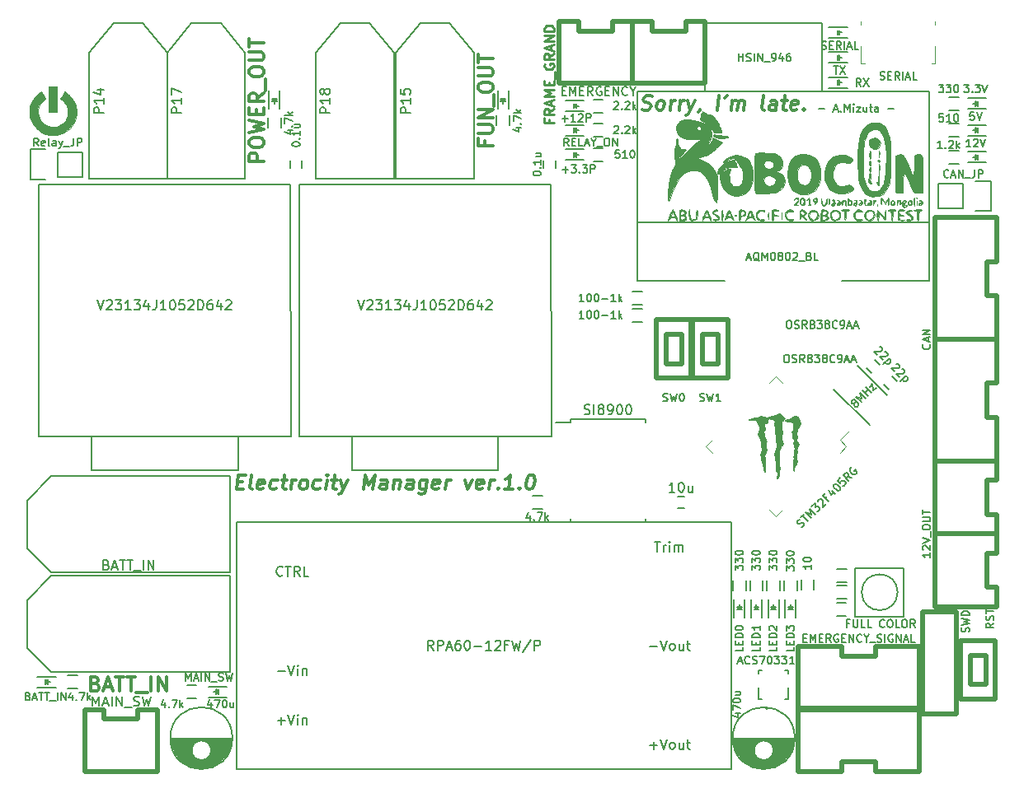
<source format=gbr>
G04 #@! TF.GenerationSoftware,KiCad,Pcbnew,(5.0.2)-1*
G04 #@! TF.CreationDate,2019-04-09T19:25:48+09:00*
G04 #@! TF.ProjectId,Electrocity_Manager,456c6563-7472-46f6-9369-74795f4d616e,rev?*
G04 #@! TF.SameCoordinates,Original*
G04 #@! TF.FileFunction,Legend,Top*
G04 #@! TF.FilePolarity,Positive*
%FSLAX46Y46*%
G04 Gerber Fmt 4.6, Leading zero omitted, Abs format (unit mm)*
G04 Created by KiCad (PCBNEW (5.0.2)-1) date 2019/04/09 19:25:48*
%MOMM*%
%LPD*%
G01*
G04 APERTURE LIST*
%ADD10C,0.200000*%
%ADD11C,0.375000*%
%ADD12C,0.150000*%
%ADD13C,0.500000*%
%ADD14C,0.152400*%
%ADD15C,0.010000*%
%ADD16C,0.120000*%
%ADD17C,0.250000*%
G04 APERTURE END LIST*
D10*
X129633333Y-106807142D02*
X130242857Y-106807142D01*
X131195238Y-106883333D02*
X131576190Y-106883333D01*
X131119047Y-107111904D02*
X131385714Y-106311904D01*
X131652380Y-107111904D01*
X131919047Y-107035714D02*
X131957142Y-107073809D01*
X131919047Y-107111904D01*
X131880952Y-107073809D01*
X131919047Y-107035714D01*
X131919047Y-107111904D01*
X132300000Y-107111904D02*
X132300000Y-106311904D01*
X132566666Y-106883333D01*
X132833333Y-106311904D01*
X132833333Y-107111904D01*
X133214285Y-107111904D02*
X133214285Y-106578571D01*
X133214285Y-106311904D02*
X133176190Y-106350000D01*
X133214285Y-106388095D01*
X133252380Y-106350000D01*
X133214285Y-106311904D01*
X133214285Y-106388095D01*
X133519047Y-106578571D02*
X133938095Y-106578571D01*
X133519047Y-107111904D01*
X133938095Y-107111904D01*
X134585714Y-106578571D02*
X134585714Y-107111904D01*
X134242857Y-106578571D02*
X134242857Y-106997619D01*
X134280952Y-107073809D01*
X134357142Y-107111904D01*
X134471428Y-107111904D01*
X134547619Y-107073809D01*
X134585714Y-107035714D01*
X134852380Y-106578571D02*
X135157142Y-106578571D01*
X134966666Y-106311904D02*
X134966666Y-106997619D01*
X135004761Y-107073809D01*
X135080952Y-107111904D01*
X135157142Y-107111904D01*
X135766666Y-107111904D02*
X135766666Y-106692857D01*
X135728571Y-106616666D01*
X135652380Y-106578571D01*
X135500000Y-106578571D01*
X135423809Y-106616666D01*
X135766666Y-107073809D02*
X135690476Y-107111904D01*
X135500000Y-107111904D01*
X135423809Y-107073809D01*
X135385714Y-106997619D01*
X135385714Y-106921428D01*
X135423809Y-106845238D01*
X135500000Y-106807142D01*
X135690476Y-106807142D01*
X135766666Y-106769047D01*
X136757142Y-106807142D02*
X137366666Y-106807142D01*
D11*
X111525334Y-106857142D02*
X111730691Y-106928571D01*
X112087834Y-106928571D01*
X112239620Y-106857142D01*
X112319977Y-106785714D01*
X112409263Y-106642857D01*
X112427120Y-106500000D01*
X112373549Y-106357142D01*
X112311049Y-106285714D01*
X112177120Y-106214285D01*
X111900334Y-106142857D01*
X111766406Y-106071428D01*
X111703906Y-106000000D01*
X111650334Y-105857142D01*
X111668191Y-105714285D01*
X111757477Y-105571428D01*
X111837834Y-105500000D01*
X111989620Y-105428571D01*
X112346763Y-105428571D01*
X112552120Y-105500000D01*
X113230691Y-106928571D02*
X113096763Y-106857142D01*
X113034263Y-106785714D01*
X112980691Y-106642857D01*
X113034263Y-106214285D01*
X113123549Y-106071428D01*
X113203906Y-106000000D01*
X113355691Y-105928571D01*
X113569977Y-105928571D01*
X113703906Y-106000000D01*
X113766406Y-106071428D01*
X113819977Y-106214285D01*
X113766406Y-106642857D01*
X113677120Y-106785714D01*
X113596763Y-106857142D01*
X113444977Y-106928571D01*
X113230691Y-106928571D01*
X114373549Y-106928571D02*
X114498549Y-105928571D01*
X114462834Y-106214285D02*
X114552120Y-106071428D01*
X114632477Y-106000000D01*
X114784263Y-105928571D01*
X114927120Y-105928571D01*
X115302120Y-106928571D02*
X115427120Y-105928571D01*
X115391406Y-106214285D02*
X115480691Y-106071428D01*
X115561049Y-106000000D01*
X115712834Y-105928571D01*
X115855691Y-105928571D01*
X116212834Y-105928571D02*
X116444977Y-106928571D01*
X116927120Y-105928571D02*
X116444977Y-106928571D01*
X116257477Y-107285714D01*
X116177120Y-107357142D01*
X116025334Y-107428571D01*
X117453906Y-106857142D02*
X117444977Y-106928571D01*
X117355691Y-107071428D01*
X117275334Y-107142857D01*
X119230691Y-106928571D02*
X119418191Y-105428571D01*
X120203906Y-105428571D02*
X120025334Y-105714285D01*
X120659263Y-106928571D02*
X120784263Y-105928571D01*
X120766406Y-106071428D02*
X120846763Y-106000000D01*
X120998549Y-105928571D01*
X121212834Y-105928571D01*
X121346763Y-106000000D01*
X121400334Y-106142857D01*
X121302120Y-106928571D01*
X121400334Y-106142857D02*
X121489620Y-106000000D01*
X121641406Y-105928571D01*
X121855691Y-105928571D01*
X121989620Y-106000000D01*
X122043191Y-106142857D01*
X121944977Y-106928571D01*
X124016406Y-106928571D02*
X123882477Y-106857142D01*
X123828906Y-106714285D01*
X123989620Y-105428571D01*
X125230691Y-106928571D02*
X125328906Y-106142857D01*
X125275334Y-106000000D01*
X125141406Y-105928571D01*
X124855691Y-105928571D01*
X124703906Y-106000000D01*
X125239620Y-106857142D02*
X125087834Y-106928571D01*
X124730691Y-106928571D01*
X124596763Y-106857142D01*
X124543191Y-106714285D01*
X124561049Y-106571428D01*
X124650334Y-106428571D01*
X124802120Y-106357142D01*
X125159263Y-106357142D01*
X125311049Y-106285714D01*
X125855691Y-105928571D02*
X126427120Y-105928571D01*
X126132477Y-105428571D02*
X125971763Y-106714285D01*
X126025334Y-106857142D01*
X126159263Y-106928571D01*
X126302120Y-106928571D01*
X127382477Y-106857142D02*
X127230691Y-106928571D01*
X126944977Y-106928571D01*
X126811049Y-106857142D01*
X126757477Y-106714285D01*
X126828906Y-106142857D01*
X126918191Y-106000000D01*
X127069977Y-105928571D01*
X127355691Y-105928571D01*
X127489620Y-106000000D01*
X127543191Y-106142857D01*
X127525334Y-106285714D01*
X126793191Y-106428571D01*
X128105691Y-106785714D02*
X128168191Y-106857142D01*
X128087834Y-106928571D01*
X128025334Y-106857142D01*
X128105691Y-106785714D01*
X128087834Y-106928571D01*
X69971763Y-145142857D02*
X70471763Y-145142857D01*
X70587834Y-145928571D02*
X69873549Y-145928571D01*
X70061049Y-144428571D01*
X70775334Y-144428571D01*
X71444977Y-145928571D02*
X71311049Y-145857142D01*
X71257477Y-145714285D01*
X71418191Y-144428571D01*
X72596763Y-145857142D02*
X72444977Y-145928571D01*
X72159263Y-145928571D01*
X72025334Y-145857142D01*
X71971763Y-145714285D01*
X72043191Y-145142857D01*
X72132477Y-145000000D01*
X72284263Y-144928571D01*
X72569977Y-144928571D01*
X72703906Y-145000000D01*
X72757477Y-145142857D01*
X72739620Y-145285714D01*
X72007477Y-145428571D01*
X73953906Y-145857142D02*
X73802120Y-145928571D01*
X73516406Y-145928571D01*
X73382477Y-145857142D01*
X73319977Y-145785714D01*
X73266406Y-145642857D01*
X73319977Y-145214285D01*
X73409263Y-145071428D01*
X73489620Y-145000000D01*
X73641406Y-144928571D01*
X73927120Y-144928571D01*
X74061049Y-145000000D01*
X74498549Y-144928571D02*
X75069977Y-144928571D01*
X74775334Y-144428571D02*
X74614620Y-145714285D01*
X74668191Y-145857142D01*
X74802120Y-145928571D01*
X74944977Y-145928571D01*
X75444977Y-145928571D02*
X75569977Y-144928571D01*
X75534263Y-145214285D02*
X75623549Y-145071428D01*
X75703906Y-145000000D01*
X75855691Y-144928571D01*
X75998549Y-144928571D01*
X76587834Y-145928571D02*
X76453906Y-145857142D01*
X76391406Y-145785714D01*
X76337834Y-145642857D01*
X76391406Y-145214285D01*
X76480691Y-145071428D01*
X76561049Y-145000000D01*
X76712834Y-144928571D01*
X76927120Y-144928571D01*
X77061049Y-145000000D01*
X77123549Y-145071428D01*
X77177120Y-145214285D01*
X77123549Y-145642857D01*
X77034263Y-145785714D01*
X76953906Y-145857142D01*
X76802120Y-145928571D01*
X76587834Y-145928571D01*
X78382477Y-145857142D02*
X78230691Y-145928571D01*
X77944977Y-145928571D01*
X77811049Y-145857142D01*
X77748549Y-145785714D01*
X77694977Y-145642857D01*
X77748549Y-145214285D01*
X77837834Y-145071428D01*
X77918191Y-145000000D01*
X78069977Y-144928571D01*
X78355691Y-144928571D01*
X78489620Y-145000000D01*
X79016406Y-145928571D02*
X79141406Y-144928571D01*
X79203906Y-144428571D02*
X79123549Y-144500000D01*
X79186049Y-144571428D01*
X79266406Y-144500000D01*
X79203906Y-144428571D01*
X79186049Y-144571428D01*
X79641406Y-144928571D02*
X80212834Y-144928571D01*
X79918191Y-144428571D02*
X79757477Y-145714285D01*
X79811049Y-145857142D01*
X79944977Y-145928571D01*
X80087834Y-145928571D01*
X80569977Y-144928571D02*
X80802120Y-145928571D01*
X81284263Y-144928571D02*
X80802120Y-145928571D01*
X80614620Y-146285714D01*
X80534263Y-146357142D01*
X80382477Y-146428571D01*
X82873549Y-145928571D02*
X83061049Y-144428571D01*
X83427120Y-145500000D01*
X84061049Y-144428571D01*
X83873549Y-145928571D01*
X85230691Y-145928571D02*
X85328906Y-145142857D01*
X85275334Y-145000000D01*
X85141406Y-144928571D01*
X84855691Y-144928571D01*
X84703906Y-145000000D01*
X85239620Y-145857142D02*
X85087834Y-145928571D01*
X84730691Y-145928571D01*
X84596763Y-145857142D01*
X84543191Y-145714285D01*
X84561049Y-145571428D01*
X84650334Y-145428571D01*
X84802120Y-145357142D01*
X85159263Y-145357142D01*
X85311049Y-145285714D01*
X86069977Y-144928571D02*
X85944977Y-145928571D01*
X86052120Y-145071428D02*
X86132477Y-145000000D01*
X86284263Y-144928571D01*
X86498549Y-144928571D01*
X86632477Y-145000000D01*
X86686049Y-145142857D01*
X86587834Y-145928571D01*
X87944977Y-145928571D02*
X88043191Y-145142857D01*
X87989620Y-145000000D01*
X87855691Y-144928571D01*
X87569977Y-144928571D01*
X87418191Y-145000000D01*
X87953906Y-145857142D02*
X87802120Y-145928571D01*
X87444977Y-145928571D01*
X87311049Y-145857142D01*
X87257477Y-145714285D01*
X87275334Y-145571428D01*
X87364620Y-145428571D01*
X87516406Y-145357142D01*
X87873549Y-145357142D01*
X88025334Y-145285714D01*
X89427120Y-144928571D02*
X89275334Y-146142857D01*
X89186049Y-146285714D01*
X89105691Y-146357142D01*
X88953906Y-146428571D01*
X88739620Y-146428571D01*
X88605691Y-146357142D01*
X89311049Y-145857142D02*
X89159263Y-145928571D01*
X88873549Y-145928571D01*
X88739620Y-145857142D01*
X88677120Y-145785714D01*
X88623549Y-145642857D01*
X88677120Y-145214285D01*
X88766406Y-145071428D01*
X88846763Y-145000000D01*
X88998549Y-144928571D01*
X89284263Y-144928571D01*
X89418191Y-145000000D01*
X90596763Y-145857142D02*
X90444977Y-145928571D01*
X90159263Y-145928571D01*
X90025334Y-145857142D01*
X89971763Y-145714285D01*
X90043191Y-145142857D01*
X90132477Y-145000000D01*
X90284263Y-144928571D01*
X90569977Y-144928571D01*
X90703906Y-145000000D01*
X90757477Y-145142857D01*
X90739620Y-145285714D01*
X90007477Y-145428571D01*
X91302120Y-145928571D02*
X91427120Y-144928571D01*
X91391406Y-145214285D02*
X91480691Y-145071428D01*
X91561049Y-145000000D01*
X91712834Y-144928571D01*
X91855691Y-144928571D01*
X93355691Y-144928571D02*
X93587834Y-145928571D01*
X94069977Y-144928571D01*
X95096763Y-145857142D02*
X94944977Y-145928571D01*
X94659263Y-145928571D01*
X94525334Y-145857142D01*
X94471763Y-145714285D01*
X94543191Y-145142857D01*
X94632477Y-145000000D01*
X94784263Y-144928571D01*
X95069977Y-144928571D01*
X95203906Y-145000000D01*
X95257477Y-145142857D01*
X95239620Y-145285714D01*
X94507477Y-145428571D01*
X95802120Y-145928571D02*
X95927120Y-144928571D01*
X95891406Y-145214285D02*
X95980691Y-145071428D01*
X96061049Y-145000000D01*
X96212834Y-144928571D01*
X96355691Y-144928571D01*
X96748549Y-145785714D02*
X96811049Y-145857142D01*
X96730691Y-145928571D01*
X96668191Y-145857142D01*
X96748549Y-145785714D01*
X96730691Y-145928571D01*
X98230691Y-145928571D02*
X97373549Y-145928571D01*
X97802120Y-145928571D02*
X97989620Y-144428571D01*
X97819977Y-144642857D01*
X97659263Y-144785714D01*
X97507477Y-144857142D01*
X98891406Y-145785714D02*
X98953906Y-145857142D01*
X98873549Y-145928571D01*
X98811049Y-145857142D01*
X98891406Y-145785714D01*
X98873549Y-145928571D01*
X100061049Y-144428571D02*
X100203906Y-144428571D01*
X100337834Y-144500000D01*
X100400334Y-144571428D01*
X100453906Y-144714285D01*
X100489620Y-145000000D01*
X100444977Y-145357142D01*
X100337834Y-145642857D01*
X100248549Y-145785714D01*
X100168191Y-145857142D01*
X100016406Y-145928571D01*
X99873549Y-145928571D01*
X99739620Y-145857142D01*
X99677120Y-145785714D01*
X99623549Y-145642857D01*
X99587834Y-145357142D01*
X99632477Y-145000000D01*
X99739620Y-144714285D01*
X99828906Y-144571428D01*
X99909263Y-144500000D01*
X100061049Y-144428571D01*
D12*
G04 #@! TO.C,C5*
X135426777Y-132578249D02*
X135921751Y-133073223D01*
X135073223Y-133921751D02*
X134578249Y-133426777D01*
G04 #@! TO.C,X1*
X134921751Y-139325914D02*
X131209441Y-135613604D01*
X133613604Y-133209441D02*
X136654163Y-136250000D01*
G04 #@! TO.C,R5*
X132500000Y-157175000D02*
X131500000Y-157175000D01*
X131500000Y-155825000D02*
X132500000Y-155825000D01*
G04 #@! TO.C,R21*
X131470000Y-157575000D02*
X132470000Y-157575000D01*
X132470000Y-158925000D02*
X131470000Y-158925000D01*
G04 #@! TO.C,R1*
X131500000Y-154075000D02*
X132500000Y-154075000D01*
X132500000Y-155425000D02*
X131500000Y-155425000D01*
G04 #@! TO.C,D6*
X123500000Y-158030000D02*
X123250000Y-158280000D01*
X123000000Y-158030000D02*
X123500000Y-158030000D01*
X123250000Y-158280000D02*
X123000000Y-158030000D01*
X123000000Y-158280000D02*
X123500000Y-158280000D01*
X123250000Y-158230000D02*
X123250000Y-157780000D01*
X122700000Y-159130000D02*
X122700000Y-157230000D01*
X123800000Y-159130000D02*
X123800000Y-157230000D01*
G04 #@! TO.C,P15*
X88750000Y-98000000D02*
X86250000Y-101000000D01*
X86250000Y-101000000D02*
X86250000Y-114000000D01*
X91750000Y-98000000D02*
X94250000Y-101000000D01*
X94250000Y-101000000D02*
X94250000Y-114000000D01*
X91750000Y-98000000D02*
X88750000Y-98000000D01*
X94250000Y-114000000D02*
X86250000Y-114000000D01*
G04 #@! TO.C,P17*
X70750000Y-114000000D02*
X62750000Y-114000000D01*
X68250000Y-98000000D02*
X65250000Y-98000000D01*
X70750000Y-101000000D02*
X70750000Y-114000000D01*
X68250000Y-98000000D02*
X70750000Y-101000000D01*
X62750000Y-101000000D02*
X62750000Y-114000000D01*
X65250000Y-98000000D02*
X62750000Y-101000000D01*
G04 #@! TO.C,C28*
X115850000Y-147850000D02*
X115150000Y-147850000D01*
X115150000Y-146650000D02*
X115850000Y-146650000D01*
G04 #@! TO.C,C32*
X69399000Y-171575000D02*
X63101000Y-171575000D01*
X69393000Y-171715000D02*
X63107000Y-171715000D01*
X69380000Y-171855000D02*
X66696000Y-171855000D01*
X65804000Y-171855000D02*
X63120000Y-171855000D01*
X69361000Y-171995000D02*
X66906000Y-171995000D01*
X65594000Y-171995000D02*
X63139000Y-171995000D01*
X69335000Y-172135000D02*
X67039000Y-172135000D01*
X65461000Y-172135000D02*
X63165000Y-172135000D01*
X69303000Y-172275000D02*
X67130000Y-172275000D01*
X65370000Y-172275000D02*
X63197000Y-172275000D01*
X69264000Y-172415000D02*
X67192000Y-172415000D01*
X65308000Y-172415000D02*
X63236000Y-172415000D01*
X69218000Y-172555000D02*
X67231000Y-172555000D01*
X65269000Y-172555000D02*
X63282000Y-172555000D01*
X69165000Y-172695000D02*
X67248000Y-172695000D01*
X65252000Y-172695000D02*
X63335000Y-172695000D01*
X69103000Y-172835000D02*
X67246000Y-172835000D01*
X65254000Y-172835000D02*
X63397000Y-172835000D01*
X69033000Y-172975000D02*
X67224000Y-172975000D01*
X65276000Y-172975000D02*
X63467000Y-172975000D01*
X68954000Y-173115000D02*
X67181000Y-173115000D01*
X65319000Y-173115000D02*
X63546000Y-173115000D01*
X68866000Y-173255000D02*
X67113000Y-173255000D01*
X65387000Y-173255000D02*
X63634000Y-173255000D01*
X68766000Y-173395000D02*
X67014000Y-173395000D01*
X65486000Y-173395000D02*
X63734000Y-173395000D01*
X68654000Y-173535000D02*
X66869000Y-173535000D01*
X65631000Y-173535000D02*
X63846000Y-173535000D01*
X68529000Y-173675000D02*
X66630000Y-173675000D01*
X65870000Y-173675000D02*
X63971000Y-173675000D01*
X68386000Y-173815000D02*
X64114000Y-173815000D01*
X68224000Y-173955000D02*
X64276000Y-173955000D01*
X68036000Y-174095000D02*
X64464000Y-174095000D01*
X67813000Y-174235000D02*
X64687000Y-174235000D01*
X67537000Y-174375000D02*
X64963000Y-174375000D01*
X67162000Y-174515000D02*
X65338000Y-174515000D01*
X67250000Y-172750000D02*
G75*
G03X67250000Y-172750000I-1000000J0D01*
G01*
X69437500Y-171500000D02*
G75*
G03X69437500Y-171500000I-3187500J0D01*
G01*
G04 #@! TO.C,C34*
X102600000Y-112150000D02*
X102600000Y-112850000D01*
X101400000Y-112850000D02*
X101400000Y-112150000D01*
G04 #@! TO.C,C35*
X127187500Y-171500000D02*
G75*
G03X127187500Y-171500000I-3187500J0D01*
G01*
X125000000Y-172750000D02*
G75*
G03X125000000Y-172750000I-1000000J0D01*
G01*
X124912000Y-174515000D02*
X123088000Y-174515000D01*
X125287000Y-174375000D02*
X122713000Y-174375000D01*
X125563000Y-174235000D02*
X122437000Y-174235000D01*
X125786000Y-174095000D02*
X122214000Y-174095000D01*
X125974000Y-173955000D02*
X122026000Y-173955000D01*
X126136000Y-173815000D02*
X121864000Y-173815000D01*
X123620000Y-173675000D02*
X121721000Y-173675000D01*
X126279000Y-173675000D02*
X124380000Y-173675000D01*
X123381000Y-173535000D02*
X121596000Y-173535000D01*
X126404000Y-173535000D02*
X124619000Y-173535000D01*
X123236000Y-173395000D02*
X121484000Y-173395000D01*
X126516000Y-173395000D02*
X124764000Y-173395000D01*
X123137000Y-173255000D02*
X121384000Y-173255000D01*
X126616000Y-173255000D02*
X124863000Y-173255000D01*
X123069000Y-173115000D02*
X121296000Y-173115000D01*
X126704000Y-173115000D02*
X124931000Y-173115000D01*
X123026000Y-172975000D02*
X121217000Y-172975000D01*
X126783000Y-172975000D02*
X124974000Y-172975000D01*
X123004000Y-172835000D02*
X121147000Y-172835000D01*
X126853000Y-172835000D02*
X124996000Y-172835000D01*
X123002000Y-172695000D02*
X121085000Y-172695000D01*
X126915000Y-172695000D02*
X124998000Y-172695000D01*
X123019000Y-172555000D02*
X121032000Y-172555000D01*
X126968000Y-172555000D02*
X124981000Y-172555000D01*
X123058000Y-172415000D02*
X120986000Y-172415000D01*
X127014000Y-172415000D02*
X124942000Y-172415000D01*
X123120000Y-172275000D02*
X120947000Y-172275000D01*
X127053000Y-172275000D02*
X124880000Y-172275000D01*
X123211000Y-172135000D02*
X120915000Y-172135000D01*
X127085000Y-172135000D02*
X124789000Y-172135000D01*
X123344000Y-171995000D02*
X120889000Y-171995000D01*
X127111000Y-171995000D02*
X124656000Y-171995000D01*
X123554000Y-171855000D02*
X120870000Y-171855000D01*
X127130000Y-171855000D02*
X124446000Y-171855000D01*
X127143000Y-171715000D02*
X120857000Y-171715000D01*
X127149000Y-171575000D02*
X120851000Y-171575000D01*
G04 #@! TO.C,JP3*
X144480000Y-117020000D02*
X141940000Y-117020000D01*
X147300000Y-117300000D02*
X145750000Y-117300000D01*
X144480000Y-117020000D02*
X144480000Y-114480000D01*
X145750000Y-114200000D02*
X147300000Y-114200000D01*
X147300000Y-114200000D02*
X147300000Y-117300000D01*
X144480000Y-114480000D02*
X141940000Y-114480000D01*
X141940000Y-114480000D02*
X141940000Y-117020000D01*
D13*
G04 #@! TO.C,P3*
X147950000Y-130500000D02*
X147950000Y-126000000D01*
X147950000Y-126000000D02*
X146950000Y-126000000D01*
X146950000Y-126000000D02*
X146950000Y-122500000D01*
X146950000Y-122500000D02*
X147950000Y-122500000D01*
X147950000Y-122500000D02*
X147950000Y-118000000D01*
X141550000Y-118000000D02*
X141550000Y-130500000D01*
X147950000Y-118000000D02*
X141550000Y-118000000D01*
X141550000Y-130500000D02*
X147950000Y-130500000D01*
G04 #@! TO.C,P9*
X61750000Y-168550000D02*
X59750000Y-168550000D01*
X59750000Y-168550000D02*
X59750000Y-169550000D01*
X59750000Y-169550000D02*
X56250000Y-169550000D01*
X56250000Y-169550000D02*
X56250000Y-168550000D01*
X56250000Y-168550000D02*
X54250000Y-168550000D01*
X61750000Y-174950000D02*
X61750000Y-168550000D01*
X54250000Y-168550000D02*
X54250000Y-174950000D01*
X54250000Y-174950000D02*
X61750000Y-174950000D01*
D12*
G04 #@! TO.C,P13*
X69150000Y-154800000D02*
X50800000Y-154800000D01*
X69150000Y-164700000D02*
X69150000Y-154800000D01*
X50800000Y-164700000D02*
X69150000Y-164700000D01*
X50800000Y-154800000D02*
X48350000Y-157300000D01*
X50800000Y-164700000D02*
X48350000Y-162250000D01*
X48350000Y-159750000D02*
X48350000Y-157300000D01*
X48350000Y-159700000D02*
X48350000Y-162250000D01*
G04 #@! TO.C,P14*
X62750000Y-114000000D02*
X54750000Y-114000000D01*
X60250000Y-98000000D02*
X57250000Y-98000000D01*
X62750000Y-101000000D02*
X62750000Y-114000000D01*
X60250000Y-98000000D02*
X62750000Y-101000000D01*
X54750000Y-101000000D02*
X54750000Y-114000000D01*
X57250000Y-98000000D02*
X54750000Y-101000000D01*
G04 #@! TO.C,P16*
X48350000Y-149450000D02*
X48350000Y-152000000D01*
X48350000Y-149500000D02*
X48350000Y-147050000D01*
X50800000Y-154450000D02*
X48350000Y-152000000D01*
X50800000Y-144550000D02*
X48350000Y-147050000D01*
X50800000Y-154450000D02*
X69150000Y-154450000D01*
X69150000Y-154450000D02*
X69150000Y-144550000D01*
X69150000Y-144550000D02*
X50800000Y-144550000D01*
G04 #@! TO.C,P18*
X80500000Y-98000000D02*
X78000000Y-101000000D01*
X78000000Y-101000000D02*
X78000000Y-114000000D01*
X83500000Y-98000000D02*
X86000000Y-101000000D01*
X86000000Y-101000000D02*
X86000000Y-114000000D01*
X83500000Y-98000000D02*
X80500000Y-98000000D01*
X86000000Y-114000000D02*
X78000000Y-114000000D01*
D13*
G04 #@! TO.C,SW1*
X147800000Y-167500000D02*
X147800000Y-161500000D01*
X144200000Y-167500000D02*
X147800000Y-167500000D01*
X144200000Y-161500000D02*
X144200000Y-167500000D01*
X147800000Y-161500000D02*
X144200000Y-161500000D01*
X146800000Y-166000000D02*
X146800000Y-163000000D01*
X145200000Y-166000000D02*
X146800000Y-166000000D01*
X145200000Y-163000000D02*
X145200000Y-166000000D01*
X146800000Y-163000000D02*
X145200000Y-163000000D01*
D12*
G04 #@! TO.C,U8*
X49550000Y-127500000D02*
X49550000Y-140450000D01*
X49550000Y-140450000D02*
X75450000Y-140450000D01*
X75450000Y-140450000D02*
X75410000Y-114550000D01*
X75410000Y-114550000D02*
X49550000Y-114570000D01*
X49550000Y-114570000D02*
X49550000Y-127500000D01*
X55000000Y-143950000D02*
X70000000Y-143930000D01*
X70000000Y-143930000D02*
X70000000Y-140480000D01*
X55000000Y-143950000D02*
X55000000Y-140450000D01*
G04 #@! TO.C,U12*
X81750000Y-143950000D02*
X81750000Y-140450000D01*
X96750000Y-143930000D02*
X96750000Y-140480000D01*
X81750000Y-143950000D02*
X96750000Y-143930000D01*
X76300000Y-114570000D02*
X76300000Y-127500000D01*
X102160000Y-114550000D02*
X76300000Y-114570000D01*
X102200000Y-140450000D02*
X102160000Y-114550000D01*
X76300000Y-140450000D02*
X102200000Y-140450000D01*
X76300000Y-127500000D02*
X76300000Y-140450000D01*
D13*
G04 #@! TO.C,P1*
X140300000Y-169000000D02*
X143800000Y-169000000D01*
X140300000Y-158500000D02*
X140300000Y-169000000D01*
X143800000Y-158500000D02*
X143800000Y-169000000D01*
X143800000Y-158500000D02*
X140300000Y-158500000D01*
D12*
G04 #@! TO.C,C1*
X136823223Y-135671751D02*
X136328249Y-135176777D01*
X137176777Y-134328249D02*
X137671751Y-134823223D01*
G04 #@! TO.C,C40*
X75400000Y-112850000D02*
X75400000Y-112150000D01*
X76600000Y-112150000D02*
X76600000Y-112850000D01*
G04 #@! TO.C,D2*
X146850000Y-111200000D02*
X144950000Y-111200000D01*
X146850000Y-112300000D02*
X144950000Y-112300000D01*
X145950000Y-111750000D02*
X145500000Y-111750000D01*
X146000000Y-112000000D02*
X146000000Y-111500000D01*
X146000000Y-111750000D02*
X145750000Y-112000000D01*
X145750000Y-112000000D02*
X145750000Y-111500000D01*
X145750000Y-111500000D02*
X146000000Y-111750000D01*
G04 #@! TO.C,D3*
X145750000Y-108750000D02*
X146000000Y-109000000D01*
X145750000Y-109250000D02*
X145750000Y-108750000D01*
X146000000Y-109000000D02*
X145750000Y-109250000D01*
X146000000Y-109250000D02*
X146000000Y-108750000D01*
X145950000Y-109000000D02*
X145500000Y-109000000D01*
X146850000Y-109550000D02*
X144950000Y-109550000D01*
X146850000Y-108450000D02*
X144950000Y-108450000D01*
G04 #@! TO.C,D4*
X146850000Y-105700000D02*
X144950000Y-105700000D01*
X146850000Y-106800000D02*
X144950000Y-106800000D01*
X145950000Y-106250000D02*
X145500000Y-106250000D01*
X146000000Y-106500000D02*
X146000000Y-106000000D01*
X146000000Y-106250000D02*
X145750000Y-106500000D01*
X145750000Y-106500000D02*
X145750000Y-106000000D01*
X145750000Y-106000000D02*
X146000000Y-106250000D01*
G04 #@! TO.C,D5*
X122050000Y-159130000D02*
X122050000Y-157230000D01*
X120950000Y-159130000D02*
X120950000Y-157230000D01*
X121500000Y-158230000D02*
X121500000Y-157780000D01*
X121250000Y-158280000D02*
X121750000Y-158280000D01*
X121500000Y-158280000D02*
X121250000Y-158030000D01*
X121250000Y-158030000D02*
X121750000Y-158030000D01*
X121750000Y-158030000D02*
X121500000Y-158280000D01*
G04 #@! TO.C,D7*
X125550000Y-159130000D02*
X125550000Y-157230000D01*
X124450000Y-159130000D02*
X124450000Y-157230000D01*
X125000000Y-158230000D02*
X125000000Y-157780000D01*
X124750000Y-158280000D02*
X125250000Y-158280000D01*
X125000000Y-158280000D02*
X124750000Y-158030000D01*
X124750000Y-158030000D02*
X125250000Y-158030000D01*
X125250000Y-158030000D02*
X125000000Y-158280000D01*
G04 #@! TO.C,D8*
X127000000Y-158030000D02*
X126750000Y-158280000D01*
X126500000Y-158030000D02*
X127000000Y-158030000D01*
X126750000Y-158280000D02*
X126500000Y-158030000D01*
X126500000Y-158280000D02*
X127000000Y-158280000D01*
X126750000Y-158230000D02*
X126750000Y-157780000D01*
X126200000Y-159130000D02*
X126200000Y-157230000D01*
X127300000Y-159130000D02*
X127300000Y-157230000D01*
G04 #@! TO.C,D14*
X49400000Y-166300000D02*
X51300000Y-166300000D01*
X49400000Y-165200000D02*
X51300000Y-165200000D01*
X50300000Y-165750000D02*
X50750000Y-165750000D01*
X50250000Y-165500000D02*
X50250000Y-166000000D01*
X50250000Y-165750000D02*
X50500000Y-165500000D01*
X50500000Y-165500000D02*
X50500000Y-166000000D01*
X50500000Y-166000000D02*
X50250000Y-165750000D01*
G04 #@! TO.C,D15*
X68850000Y-166200000D02*
X66950000Y-166200000D01*
X68850000Y-167300000D02*
X66950000Y-167300000D01*
X67950000Y-166750000D02*
X67500000Y-166750000D01*
X68000000Y-167000000D02*
X68000000Y-166500000D01*
X68000000Y-166750000D02*
X67750000Y-167000000D01*
X67750000Y-167000000D02*
X67750000Y-166500000D01*
X67750000Y-166500000D02*
X68000000Y-166750000D01*
G04 #@! TO.C,D16*
X73500000Y-106000000D02*
X73750000Y-105750000D01*
X74000000Y-106000000D02*
X73500000Y-106000000D01*
X73750000Y-105750000D02*
X74000000Y-106000000D01*
X74000000Y-105750000D02*
X73500000Y-105750000D01*
X73750000Y-105800000D02*
X73750000Y-106250000D01*
X74300000Y-104900000D02*
X74300000Y-106800000D01*
X73200000Y-104900000D02*
X73200000Y-106800000D01*
G04 #@! TO.C,D17*
X96700000Y-104900000D02*
X96700000Y-106800000D01*
X97800000Y-104900000D02*
X97800000Y-106800000D01*
X97250000Y-105800000D02*
X97250000Y-106250000D01*
X97500000Y-105750000D02*
X97000000Y-105750000D01*
X97250000Y-105750000D02*
X97500000Y-106000000D01*
X97500000Y-106000000D02*
X97000000Y-106000000D01*
X97000000Y-106000000D02*
X97250000Y-105750000D01*
G04 #@! TO.C,D18*
X104740000Y-109240000D02*
X104490000Y-108990000D01*
X104740000Y-108740000D02*
X104740000Y-109240000D01*
X104490000Y-108990000D02*
X104740000Y-108740000D01*
X104490000Y-108740000D02*
X104490000Y-109240000D01*
X104540000Y-108990000D02*
X104990000Y-108990000D01*
X103640000Y-108440000D02*
X105540000Y-108440000D01*
X103640000Y-109540000D02*
X105540000Y-109540000D01*
G04 #@! TO.C,D19*
X104740000Y-106740000D02*
X104490000Y-106490000D01*
X104740000Y-106240000D02*
X104740000Y-106740000D01*
X104490000Y-106490000D02*
X104740000Y-106240000D01*
X104490000Y-106240000D02*
X104490000Y-106740000D01*
X104540000Y-106490000D02*
X104990000Y-106490000D01*
X103640000Y-105940000D02*
X105540000Y-105940000D01*
X103640000Y-107040000D02*
X105540000Y-107040000D01*
G04 #@! TO.C,D20*
X104740000Y-111740000D02*
X104490000Y-111490000D01*
X104740000Y-111240000D02*
X104740000Y-111740000D01*
X104490000Y-111490000D02*
X104740000Y-111240000D01*
X104490000Y-111240000D02*
X104490000Y-111740000D01*
X104540000Y-111490000D02*
X104990000Y-111490000D01*
X103640000Y-110940000D02*
X105540000Y-110940000D01*
X103640000Y-112040000D02*
X105540000Y-112040000D01*
G04 #@! TO.C,JP1*
X51520000Y-111230000D02*
X54060000Y-111230000D01*
X48700000Y-110950000D02*
X50250000Y-110950000D01*
X51520000Y-111230000D02*
X51520000Y-113770000D01*
X50250000Y-114050000D02*
X48700000Y-114050000D01*
X48700000Y-114050000D02*
X48700000Y-110950000D01*
X51520000Y-113770000D02*
X54060000Y-113770000D01*
X54060000Y-113770000D02*
X54060000Y-111230000D01*
D13*
G04 #@! TO.C,P5*
X140000000Y-162050000D02*
X135500000Y-162050000D01*
X135500000Y-162050000D02*
X135500000Y-163050000D01*
X135500000Y-163050000D02*
X132000000Y-163050000D01*
X132000000Y-163050000D02*
X132000000Y-162050000D01*
X132000000Y-162050000D02*
X127500000Y-162050000D01*
X127500000Y-168450000D02*
X140000000Y-168450000D01*
X127500000Y-162050000D02*
X127500000Y-168450000D01*
X140000000Y-168450000D02*
X140000000Y-162050000D01*
G04 #@! TO.C,P6*
X141550000Y-150500000D02*
X141550000Y-158000000D01*
X147950000Y-150500000D02*
X141550000Y-150500000D01*
X141550000Y-158000000D02*
X147950000Y-158000000D01*
X147950000Y-152500000D02*
X147950000Y-150500000D01*
X146950000Y-152500000D02*
X147950000Y-152500000D01*
X146950000Y-156000000D02*
X146950000Y-152500000D01*
X147950000Y-156000000D02*
X146950000Y-156000000D01*
X147950000Y-158000000D02*
X147950000Y-156000000D01*
G04 #@! TO.C,P7*
X147950000Y-150500000D02*
X147950000Y-148500000D01*
X147950000Y-148500000D02*
X146950000Y-148500000D01*
X146950000Y-148500000D02*
X146950000Y-145000000D01*
X146950000Y-145000000D02*
X147950000Y-145000000D01*
X147950000Y-145000000D02*
X147950000Y-143000000D01*
X141550000Y-150500000D02*
X147950000Y-150500000D01*
X147950000Y-143000000D02*
X141550000Y-143000000D01*
X141550000Y-143000000D02*
X141550000Y-150500000D01*
G04 #@! TO.C,P10*
X110500000Y-97800000D02*
X108500000Y-97800000D01*
X108500000Y-97800000D02*
X108500000Y-98800000D01*
X108500000Y-98800000D02*
X105000000Y-98800000D01*
X105000000Y-98800000D02*
X105000000Y-97800000D01*
X105000000Y-97800000D02*
X103000000Y-97800000D01*
X110500000Y-104200000D02*
X110500000Y-97800000D01*
X103000000Y-97800000D02*
X103000000Y-104200000D01*
X103000000Y-104200000D02*
X110500000Y-104200000D01*
G04 #@! TO.C,P11*
X110500000Y-104200000D02*
X118000000Y-104200000D01*
X110500000Y-97800000D02*
X110500000Y-104200000D01*
X118000000Y-104200000D02*
X118000000Y-97800000D01*
X112500000Y-97800000D02*
X110500000Y-97800000D01*
X112500000Y-98800000D02*
X112500000Y-97800000D01*
X116000000Y-98800000D02*
X112500000Y-98800000D01*
X116000000Y-97800000D02*
X116000000Y-98800000D01*
X118000000Y-97800000D02*
X116000000Y-97800000D01*
D12*
G04 #@! TO.C,R2*
X144000000Y-112425000D02*
X143000000Y-112425000D01*
X143000000Y-111075000D02*
X144000000Y-111075000D01*
G04 #@! TO.C,R3*
X143000000Y-108325000D02*
X144000000Y-108325000D01*
X144000000Y-109675000D02*
X143000000Y-109675000D01*
G04 #@! TO.C,R4*
X144000000Y-106925000D02*
X143000000Y-106925000D01*
X143000000Y-105575000D02*
X144000000Y-105575000D01*
G04 #@! TO.C,R10*
X122175000Y-155280000D02*
X122175000Y-156280000D01*
X120825000Y-156280000D02*
X120825000Y-155280000D01*
G04 #@! TO.C,R13*
X122575000Y-156280000D02*
X122575000Y-155280000D01*
X123925000Y-155280000D02*
X123925000Y-156280000D01*
G04 #@! TO.C,R14*
X125675000Y-155280000D02*
X125675000Y-156280000D01*
X124325000Y-156280000D02*
X124325000Y-155280000D01*
G04 #@! TO.C,R16*
X126075000Y-156280000D02*
X126075000Y-155280000D01*
X127425000Y-155280000D02*
X127425000Y-156280000D01*
G04 #@! TO.C,R20*
X129175000Y-155250000D02*
X129175000Y-156250000D01*
X127825000Y-156250000D02*
X127825000Y-155250000D01*
G04 #@! TO.C,R30*
X100250000Y-146575000D02*
X101250000Y-146575000D01*
X101250000Y-147925000D02*
X100250000Y-147925000D01*
G04 #@! TO.C,R33*
X53500000Y-166425000D02*
X52500000Y-166425000D01*
X52500000Y-165075000D02*
X53500000Y-165075000D01*
G04 #@! TO.C,R34*
X65750000Y-167425000D02*
X64750000Y-167425000D01*
X64750000Y-166075000D02*
X65750000Y-166075000D01*
G04 #@! TO.C,R35*
X73075000Y-108750000D02*
X73075000Y-107750000D01*
X74425000Y-107750000D02*
X74425000Y-108750000D01*
G04 #@! TO.C,R36*
X97925000Y-107500000D02*
X97925000Y-108500000D01*
X96575000Y-108500000D02*
X96575000Y-107500000D01*
G04 #@! TO.C,R37*
X107500000Y-109665000D02*
X106500000Y-109665000D01*
X106500000Y-108315000D02*
X107500000Y-108315000D01*
G04 #@! TO.C,R38*
X106500000Y-105815000D02*
X107500000Y-105815000D01*
X107500000Y-107165000D02*
X106500000Y-107165000D01*
G04 #@! TO.C,R39*
X106500000Y-110815000D02*
X107500000Y-110815000D01*
X107500000Y-112165000D02*
X106500000Y-112165000D01*
G04 #@! TO.C,R40*
X110500000Y-127325000D02*
X111500000Y-127325000D01*
X111500000Y-128675000D02*
X110500000Y-128675000D01*
G04 #@! TO.C,R44*
X110500000Y-125575000D02*
X111500000Y-125575000D01*
X111500000Y-126925000D02*
X110500000Y-126925000D01*
D13*
G04 #@! TO.C,P2*
X147950000Y-143000000D02*
X147950000Y-138500000D01*
X147950000Y-138500000D02*
X146950000Y-138500000D01*
X146950000Y-138500000D02*
X146950000Y-135000000D01*
X146950000Y-135000000D02*
X147950000Y-135000000D01*
X147950000Y-135000000D02*
X147950000Y-130500000D01*
X141550000Y-130500000D02*
X141550000Y-143000000D01*
X147950000Y-130500000D02*
X141550000Y-130500000D01*
X141550000Y-143000000D02*
X147950000Y-143000000D01*
D12*
G04 #@! TO.C,U13*
X124375000Y-168500000D02*
G75*
G03X124375000Y-168500000I-75000J0D01*
G01*
D14*
X126500000Y-164500000D02*
X126200000Y-164500000D01*
X126500000Y-164900000D02*
X126500000Y-164500000D01*
X126500000Y-167500000D02*
X126500000Y-166300000D01*
X126200000Y-167500000D02*
X126500000Y-167500000D01*
X123500000Y-164500000D02*
X123800000Y-164500000D01*
X123500000Y-164900000D02*
X123500000Y-164500000D01*
X123500000Y-167500000D02*
X123500000Y-166300000D01*
X123800000Y-167500000D02*
X123500000Y-167500000D01*
D12*
G04 #@! TO.C,U9*
X69850000Y-149300000D02*
X120650000Y-149300000D01*
X69850000Y-174700000D02*
X69850000Y-149300000D01*
X120650000Y-174700000D02*
X69850000Y-174700000D01*
X120650000Y-149300000D02*
X120650000Y-174700000D01*
G04 #@! TO.C,U6*
X104125000Y-138675000D02*
X104125000Y-139030000D01*
X111875000Y-138675000D02*
X111875000Y-139030000D01*
X111875000Y-149325000D02*
X111875000Y-148970000D01*
X104125000Y-149325000D02*
X104125000Y-148970000D01*
X104125000Y-138675000D02*
X111875000Y-138675000D01*
X104125000Y-149325000D02*
X111875000Y-149325000D01*
X104125000Y-139030000D02*
X102600000Y-139030000D01*
D13*
G04 #@! TO.C,P4*
X127500000Y-174950000D02*
X132000000Y-174950000D01*
X132000000Y-174950000D02*
X132000000Y-173950000D01*
X132000000Y-173950000D02*
X135500000Y-173950000D01*
X135500000Y-173950000D02*
X135500000Y-174950000D01*
X135500000Y-174950000D02*
X140000000Y-174950000D01*
X140000000Y-168550000D02*
X127500000Y-168550000D01*
X140000000Y-174950000D02*
X140000000Y-168550000D01*
X127500000Y-168550000D02*
X127500000Y-174950000D01*
D15*
G04 #@! TO.C,U18*
G36*
X127129452Y-138369668D02*
X127163308Y-138382150D01*
X127201549Y-138392634D01*
X127251989Y-138399553D01*
X127288005Y-138401200D01*
X127371860Y-138406856D01*
X127438836Y-138425788D01*
X127493318Y-138460935D01*
X127539694Y-138515240D01*
X127582349Y-138591645D01*
X127587135Y-138601810D01*
X127613872Y-138658640D01*
X127640814Y-138714593D01*
X127663422Y-138760286D01*
X127669764Y-138772681D01*
X127696827Y-138849606D01*
X127701100Y-138894793D01*
X127707495Y-138943761D01*
X127724333Y-138985775D01*
X127748089Y-139014427D01*
X127771871Y-139023500D01*
X127785777Y-139034945D01*
X127790000Y-139066731D01*
X127785357Y-139093729D01*
X127770398Y-139131020D01*
X127743573Y-139181808D01*
X127703335Y-139249300D01*
X127696455Y-139260406D01*
X127594352Y-139434032D01*
X127511921Y-139595684D01*
X127448187Y-139748181D01*
X127402173Y-139894342D01*
X127372904Y-140036983D01*
X127359403Y-140178924D01*
X127358200Y-140237157D01*
X127358703Y-140293074D01*
X127360886Y-140328684D01*
X127365760Y-140349071D01*
X127374336Y-140359320D01*
X127383268Y-140363244D01*
X127418140Y-140385936D01*
X127445550Y-140424493D01*
X127459246Y-140469408D01*
X127459800Y-140479636D01*
X127455145Y-140510131D01*
X127442659Y-140556304D01*
X127424553Y-140610504D01*
X127413444Y-140639848D01*
X127379069Y-140740582D01*
X127362671Y-140824083D01*
X127364288Y-140891103D01*
X127383960Y-140942393D01*
X127421727Y-140978705D01*
X127431439Y-140984228D01*
X127484277Y-141023004D01*
X127527623Y-141080825D01*
X127549771Y-141124814D01*
X127567190Y-141178766D01*
X127576570Y-141239563D01*
X127578460Y-141302242D01*
X127573406Y-141361840D01*
X127561954Y-141413394D01*
X127544651Y-141451938D01*
X127522044Y-141472512D01*
X127511248Y-141474600D01*
X127493773Y-141479025D01*
X127486250Y-141496839D01*
X127484874Y-141522225D01*
X127474342Y-141573626D01*
X127442797Y-141635355D01*
X127440424Y-141639111D01*
X127417487Y-141677404D01*
X127404240Y-141708928D01*
X127398064Y-141743591D01*
X127396341Y-141791300D01*
X127396300Y-141806048D01*
X127406107Y-141919336D01*
X127422965Y-141990056D01*
X127439857Y-142058864D01*
X127441758Y-142114732D01*
X127427789Y-142165840D01*
X127398377Y-142218397D01*
X127380357Y-142247248D01*
X127369672Y-142271975D01*
X127364834Y-142300307D01*
X127364354Y-142339975D01*
X127366147Y-142385875D01*
X127370067Y-142453217D01*
X127375801Y-142531002D01*
X127382241Y-142604446D01*
X127383545Y-142617600D01*
X127390338Y-142696696D01*
X127395747Y-142784087D01*
X127399677Y-142874855D01*
X127402034Y-142964082D01*
X127402724Y-143046851D01*
X127401652Y-143118245D01*
X127398724Y-143173345D01*
X127394787Y-143203322D01*
X127373509Y-143261273D01*
X127333290Y-143329066D01*
X127317938Y-143350587D01*
X127266861Y-143421947D01*
X127228327Y-143482202D01*
X127197910Y-143539152D01*
X127171184Y-143600592D01*
X127160833Y-143627383D01*
X127144409Y-143673941D01*
X127135292Y-143711406D01*
X127132261Y-143749701D01*
X127134095Y-143798751D01*
X127136218Y-143827428D01*
X127139830Y-143884878D01*
X127139401Y-143923578D01*
X127134398Y-143949934D01*
X127124317Y-143970303D01*
X127106476Y-143992860D01*
X127093461Y-144001900D01*
X127084014Y-143991049D01*
X127068484Y-143962419D01*
X127050018Y-143921896D01*
X127047613Y-143916175D01*
X127022672Y-143841582D01*
X127007784Y-143765262D01*
X127003550Y-143693918D01*
X127010566Y-143634252D01*
X127020064Y-143607563D01*
X127031823Y-143578089D01*
X127038110Y-143544719D01*
X127038753Y-143503204D01*
X127033580Y-143449291D01*
X127022420Y-143378732D01*
X127007670Y-143300307D01*
X126989589Y-143194891D01*
X126981416Y-143108774D01*
X126983686Y-143037644D01*
X126996937Y-142977194D01*
X127021704Y-142923112D01*
X127058525Y-142871089D01*
X127061536Y-142867450D01*
X127085384Y-142823679D01*
X127089837Y-142770688D01*
X127074973Y-142705293D01*
X127066100Y-142681100D01*
X127046885Y-142617774D01*
X127041720Y-142563764D01*
X127050790Y-142523795D01*
X127059368Y-142511845D01*
X127077778Y-142483985D01*
X127097757Y-142438757D01*
X127116335Y-142383787D01*
X127129493Y-142331850D01*
X127132660Y-142301968D01*
X127134552Y-142252301D01*
X127135098Y-142188435D01*
X127134222Y-142115956D01*
X127132924Y-142068831D01*
X127130540Y-141986651D01*
X127129899Y-141925204D01*
X127131247Y-141879866D01*
X127134825Y-141846014D01*
X127140878Y-141819026D01*
X127147038Y-141800903D01*
X127158188Y-141767815D01*
X127161940Y-141739823D01*
X127158450Y-141706769D01*
X127149144Y-141663872D01*
X127139532Y-141609165D01*
X127132591Y-141543156D01*
X127129791Y-141479915D01*
X127129787Y-141478524D01*
X127128220Y-141429441D01*
X127124218Y-141390673D01*
X127118551Y-141368784D01*
X127116658Y-141366500D01*
X127098490Y-141345707D01*
X127078200Y-141308658D01*
X127059375Y-141263845D01*
X127045603Y-141219764D01*
X127040465Y-141186097D01*
X127042616Y-141154555D01*
X127048634Y-141105077D01*
X127057574Y-141044668D01*
X127067533Y-140985650D01*
X127081122Y-140899375D01*
X127086389Y-140833294D01*
X127082596Y-140783358D01*
X127069009Y-140745519D01*
X127044890Y-140715731D01*
X127014301Y-140692919D01*
X126967195Y-140655099D01*
X126933832Y-140608181D01*
X126913626Y-140549386D01*
X126905990Y-140475934D01*
X126910337Y-140385043D01*
X126925972Y-140274553D01*
X126935368Y-140215825D01*
X126941650Y-140167046D01*
X126944295Y-140133138D01*
X126942775Y-140119024D01*
X126942584Y-140118927D01*
X126906053Y-140100501D01*
X126871585Y-140073611D01*
X126847909Y-140045653D01*
X126843084Y-140034620D01*
X126844300Y-139991870D01*
X126864742Y-139945171D01*
X126900574Y-139901229D01*
X126934584Y-139874533D01*
X126989050Y-139839992D01*
X126993851Y-139574621D01*
X126996904Y-139458081D01*
X127001558Y-139363717D01*
X127008047Y-139288343D01*
X127016602Y-139228771D01*
X127020398Y-139209820D01*
X127031170Y-139154538D01*
X127034550Y-139118792D01*
X127030834Y-139097908D01*
X127027768Y-139093071D01*
X127009601Y-139081384D01*
X126973743Y-139065352D01*
X126926853Y-139047849D01*
X126909572Y-139042070D01*
X126856852Y-139023391D01*
X126809422Y-139003821D01*
X126775727Y-138986915D01*
X126770259Y-138983396D01*
X126742613Y-138967574D01*
X126717033Y-138965897D01*
X126689047Y-138973492D01*
X126624771Y-138983645D01*
X126542194Y-138978203D01*
X126442904Y-138957369D01*
X126354900Y-138930573D01*
X126298417Y-138911762D01*
X126248989Y-138895999D01*
X126212676Y-138885176D01*
X126197202Y-138881355D01*
X126173677Y-138870362D01*
X126167978Y-138853120D01*
X126182513Y-138838008D01*
X126184513Y-138837184D01*
X126207966Y-138822487D01*
X126236049Y-138797769D01*
X126239544Y-138794174D01*
X126267503Y-138774606D01*
X126314969Y-138751616D01*
X126376592Y-138726995D01*
X126447019Y-138702539D01*
X126520901Y-138680038D01*
X126592885Y-138661286D01*
X126657621Y-138648076D01*
X126688385Y-138643802D01*
X126738147Y-138637172D01*
X126769924Y-138628498D01*
X126791119Y-138614980D01*
X126804637Y-138599833D01*
X126846390Y-138547583D01*
X126877721Y-138513401D01*
X126902024Y-138494040D01*
X126922689Y-138486254D01*
X126923397Y-138486150D01*
X126953143Y-138476538D01*
X126967212Y-138467067D01*
X126989991Y-138453616D01*
X126999218Y-138451999D01*
X127015852Y-138441942D01*
X127036501Y-138416877D01*
X127042382Y-138407549D01*
X127065805Y-138376881D01*
X127092701Y-138364700D01*
X127129452Y-138369668D01*
X127129452Y-138369668D01*
G37*
X127129452Y-138369668D02*
X127163308Y-138382150D01*
X127201549Y-138392634D01*
X127251989Y-138399553D01*
X127288005Y-138401200D01*
X127371860Y-138406856D01*
X127438836Y-138425788D01*
X127493318Y-138460935D01*
X127539694Y-138515240D01*
X127582349Y-138591645D01*
X127587135Y-138601810D01*
X127613872Y-138658640D01*
X127640814Y-138714593D01*
X127663422Y-138760286D01*
X127669764Y-138772681D01*
X127696827Y-138849606D01*
X127701100Y-138894793D01*
X127707495Y-138943761D01*
X127724333Y-138985775D01*
X127748089Y-139014427D01*
X127771871Y-139023500D01*
X127785777Y-139034945D01*
X127790000Y-139066731D01*
X127785357Y-139093729D01*
X127770398Y-139131020D01*
X127743573Y-139181808D01*
X127703335Y-139249300D01*
X127696455Y-139260406D01*
X127594352Y-139434032D01*
X127511921Y-139595684D01*
X127448187Y-139748181D01*
X127402173Y-139894342D01*
X127372904Y-140036983D01*
X127359403Y-140178924D01*
X127358200Y-140237157D01*
X127358703Y-140293074D01*
X127360886Y-140328684D01*
X127365760Y-140349071D01*
X127374336Y-140359320D01*
X127383268Y-140363244D01*
X127418140Y-140385936D01*
X127445550Y-140424493D01*
X127459246Y-140469408D01*
X127459800Y-140479636D01*
X127455145Y-140510131D01*
X127442659Y-140556304D01*
X127424553Y-140610504D01*
X127413444Y-140639848D01*
X127379069Y-140740582D01*
X127362671Y-140824083D01*
X127364288Y-140891103D01*
X127383960Y-140942393D01*
X127421727Y-140978705D01*
X127431439Y-140984228D01*
X127484277Y-141023004D01*
X127527623Y-141080825D01*
X127549771Y-141124814D01*
X127567190Y-141178766D01*
X127576570Y-141239563D01*
X127578460Y-141302242D01*
X127573406Y-141361840D01*
X127561954Y-141413394D01*
X127544651Y-141451938D01*
X127522044Y-141472512D01*
X127511248Y-141474600D01*
X127493773Y-141479025D01*
X127486250Y-141496839D01*
X127484874Y-141522225D01*
X127474342Y-141573626D01*
X127442797Y-141635355D01*
X127440424Y-141639111D01*
X127417487Y-141677404D01*
X127404240Y-141708928D01*
X127398064Y-141743591D01*
X127396341Y-141791300D01*
X127396300Y-141806048D01*
X127406107Y-141919336D01*
X127422965Y-141990056D01*
X127439857Y-142058864D01*
X127441758Y-142114732D01*
X127427789Y-142165840D01*
X127398377Y-142218397D01*
X127380357Y-142247248D01*
X127369672Y-142271975D01*
X127364834Y-142300307D01*
X127364354Y-142339975D01*
X127366147Y-142385875D01*
X127370067Y-142453217D01*
X127375801Y-142531002D01*
X127382241Y-142604446D01*
X127383545Y-142617600D01*
X127390338Y-142696696D01*
X127395747Y-142784087D01*
X127399677Y-142874855D01*
X127402034Y-142964082D01*
X127402724Y-143046851D01*
X127401652Y-143118245D01*
X127398724Y-143173345D01*
X127394787Y-143203322D01*
X127373509Y-143261273D01*
X127333290Y-143329066D01*
X127317938Y-143350587D01*
X127266861Y-143421947D01*
X127228327Y-143482202D01*
X127197910Y-143539152D01*
X127171184Y-143600592D01*
X127160833Y-143627383D01*
X127144409Y-143673941D01*
X127135292Y-143711406D01*
X127132261Y-143749701D01*
X127134095Y-143798751D01*
X127136218Y-143827428D01*
X127139830Y-143884878D01*
X127139401Y-143923578D01*
X127134398Y-143949934D01*
X127124317Y-143970303D01*
X127106476Y-143992860D01*
X127093461Y-144001900D01*
X127084014Y-143991049D01*
X127068484Y-143962419D01*
X127050018Y-143921896D01*
X127047613Y-143916175D01*
X127022672Y-143841582D01*
X127007784Y-143765262D01*
X127003550Y-143693918D01*
X127010566Y-143634252D01*
X127020064Y-143607563D01*
X127031823Y-143578089D01*
X127038110Y-143544719D01*
X127038753Y-143503204D01*
X127033580Y-143449291D01*
X127022420Y-143378732D01*
X127007670Y-143300307D01*
X126989589Y-143194891D01*
X126981416Y-143108774D01*
X126983686Y-143037644D01*
X126996937Y-142977194D01*
X127021704Y-142923112D01*
X127058525Y-142871089D01*
X127061536Y-142867450D01*
X127085384Y-142823679D01*
X127089837Y-142770688D01*
X127074973Y-142705293D01*
X127066100Y-142681100D01*
X127046885Y-142617774D01*
X127041720Y-142563764D01*
X127050790Y-142523795D01*
X127059368Y-142511845D01*
X127077778Y-142483985D01*
X127097757Y-142438757D01*
X127116335Y-142383787D01*
X127129493Y-142331850D01*
X127132660Y-142301968D01*
X127134552Y-142252301D01*
X127135098Y-142188435D01*
X127134222Y-142115956D01*
X127132924Y-142068831D01*
X127130540Y-141986651D01*
X127129899Y-141925204D01*
X127131247Y-141879866D01*
X127134825Y-141846014D01*
X127140878Y-141819026D01*
X127147038Y-141800903D01*
X127158188Y-141767815D01*
X127161940Y-141739823D01*
X127158450Y-141706769D01*
X127149144Y-141663872D01*
X127139532Y-141609165D01*
X127132591Y-141543156D01*
X127129791Y-141479915D01*
X127129787Y-141478524D01*
X127128220Y-141429441D01*
X127124218Y-141390673D01*
X127118551Y-141368784D01*
X127116658Y-141366500D01*
X127098490Y-141345707D01*
X127078200Y-141308658D01*
X127059375Y-141263845D01*
X127045603Y-141219764D01*
X127040465Y-141186097D01*
X127042616Y-141154555D01*
X127048634Y-141105077D01*
X127057574Y-141044668D01*
X127067533Y-140985650D01*
X127081122Y-140899375D01*
X127086389Y-140833294D01*
X127082596Y-140783358D01*
X127069009Y-140745519D01*
X127044890Y-140715731D01*
X127014301Y-140692919D01*
X126967195Y-140655099D01*
X126933832Y-140608181D01*
X126913626Y-140549386D01*
X126905990Y-140475934D01*
X126910337Y-140385043D01*
X126925972Y-140274553D01*
X126935368Y-140215825D01*
X126941650Y-140167046D01*
X126944295Y-140133138D01*
X126942775Y-140119024D01*
X126942584Y-140118927D01*
X126906053Y-140100501D01*
X126871585Y-140073611D01*
X126847909Y-140045653D01*
X126843084Y-140034620D01*
X126844300Y-139991870D01*
X126864742Y-139945171D01*
X126900574Y-139901229D01*
X126934584Y-139874533D01*
X126989050Y-139839992D01*
X126993851Y-139574621D01*
X126996904Y-139458081D01*
X127001558Y-139363717D01*
X127008047Y-139288343D01*
X127016602Y-139228771D01*
X127020398Y-139209820D01*
X127031170Y-139154538D01*
X127034550Y-139118792D01*
X127030834Y-139097908D01*
X127027768Y-139093071D01*
X127009601Y-139081384D01*
X126973743Y-139065352D01*
X126926853Y-139047849D01*
X126909572Y-139042070D01*
X126856852Y-139023391D01*
X126809422Y-139003821D01*
X126775727Y-138986915D01*
X126770259Y-138983396D01*
X126742613Y-138967574D01*
X126717033Y-138965897D01*
X126689047Y-138973492D01*
X126624771Y-138983645D01*
X126542194Y-138978203D01*
X126442904Y-138957369D01*
X126354900Y-138930573D01*
X126298417Y-138911762D01*
X126248989Y-138895999D01*
X126212676Y-138885176D01*
X126197202Y-138881355D01*
X126173677Y-138870362D01*
X126167978Y-138853120D01*
X126182513Y-138838008D01*
X126184513Y-138837184D01*
X126207966Y-138822487D01*
X126236049Y-138797769D01*
X126239544Y-138794174D01*
X126267503Y-138774606D01*
X126314969Y-138751616D01*
X126376592Y-138726995D01*
X126447019Y-138702539D01*
X126520901Y-138680038D01*
X126592885Y-138661286D01*
X126657621Y-138648076D01*
X126688385Y-138643802D01*
X126738147Y-138637172D01*
X126769924Y-138628498D01*
X126791119Y-138614980D01*
X126804637Y-138599833D01*
X126846390Y-138547583D01*
X126877721Y-138513401D01*
X126902024Y-138494040D01*
X126922689Y-138486254D01*
X126923397Y-138486150D01*
X126953143Y-138476538D01*
X126967212Y-138467067D01*
X126989991Y-138453616D01*
X126999218Y-138451999D01*
X127015852Y-138441942D01*
X127036501Y-138416877D01*
X127042382Y-138407549D01*
X127065805Y-138376881D01*
X127092701Y-138364700D01*
X127129452Y-138369668D01*
G36*
X125606152Y-138135803D02*
X125624458Y-138142221D01*
X125631769Y-138157517D01*
X125633331Y-138167842D01*
X125643277Y-138194137D01*
X125669700Y-138211174D01*
X125681800Y-138215467D01*
X125717946Y-138234493D01*
X125730118Y-138256876D01*
X125744476Y-138280972D01*
X125771631Y-138291531D01*
X125801815Y-138304836D01*
X125838155Y-138330720D01*
X125859335Y-138350130D01*
X125900561Y-138385633D01*
X125935491Y-138400430D01*
X125945171Y-138401200D01*
X125990047Y-138409060D01*
X126020282Y-138434372D01*
X126038255Y-138479730D01*
X126043047Y-138507927D01*
X126051741Y-138556589D01*
X126065815Y-138585541D01*
X126089901Y-138600461D01*
X126123485Y-138606537D01*
X126165019Y-138610750D01*
X126036350Y-138756800D01*
X125965961Y-138838994D01*
X125910983Y-138910389D01*
X125870018Y-138975720D01*
X125841667Y-139039720D01*
X125824532Y-139107125D01*
X125817215Y-139182669D01*
X125818318Y-139271088D01*
X125826441Y-139377116D01*
X125833344Y-139444181D01*
X125848853Y-139586854D01*
X125861965Y-139706329D01*
X125872991Y-139804662D01*
X125882246Y-139883909D01*
X125890042Y-139946128D01*
X125896691Y-139993374D01*
X125902507Y-140027705D01*
X125907803Y-140051176D01*
X125912890Y-140065845D01*
X125918083Y-140073767D01*
X125923693Y-140076999D01*
X125929691Y-140077600D01*
X125944299Y-140087629D01*
X125947555Y-140113814D01*
X125940783Y-140150295D01*
X125925304Y-140191215D01*
X125902441Y-140230715D01*
X125892111Y-140244111D01*
X125876213Y-140265384D01*
X125866528Y-140287478D01*
X125861547Y-140317344D01*
X125859763Y-140361936D01*
X125859600Y-140394106D01*
X125858862Y-140449465D01*
X125855840Y-140485568D01*
X125849319Y-140508538D01*
X125838083Y-140524494D01*
X125832699Y-140529656D01*
X125818200Y-140545856D01*
X125811121Y-140565894D01*
X125810056Y-140597323D01*
X125812703Y-140637106D01*
X125817057Y-140674807D01*
X125824604Y-140714130D01*
X125836583Y-140759083D01*
X125854235Y-140813675D01*
X125878799Y-140881913D01*
X125911515Y-140967805D01*
X125928353Y-141011050D01*
X125956962Y-141098177D01*
X125971797Y-141176208D01*
X125972466Y-141241391D01*
X125958580Y-141289975D01*
X125957574Y-141291766D01*
X125929525Y-141331567D01*
X125891678Y-141374189D01*
X125850945Y-141412778D01*
X125814240Y-141440482D01*
X125800099Y-141447894D01*
X125762501Y-141475704D01*
X125740118Y-141522868D01*
X125732601Y-141590128D01*
X125732600Y-141591203D01*
X125725981Y-141646010D01*
X125708371Y-141695355D01*
X125683143Y-141731163D01*
X125670175Y-141740724D01*
X125647899Y-141766117D01*
X125643700Y-141790834D01*
X125635754Y-141826985D01*
X125618300Y-141859065D01*
X125606496Y-141877594D01*
X125598971Y-141900830D01*
X125594831Y-141934561D01*
X125593180Y-141984573D01*
X125593011Y-142022703D01*
X125594057Y-142089196D01*
X125596812Y-142170244D01*
X125600844Y-142255091D01*
X125605186Y-142325500D01*
X125609129Y-142492872D01*
X125599073Y-142672896D01*
X125575607Y-142857433D01*
X125560501Y-142941450D01*
X125549192Y-143025741D01*
X125544016Y-143126527D01*
X125544706Y-143235718D01*
X125550999Y-143345226D01*
X125562630Y-143446965D01*
X125579333Y-143532845D01*
X125579931Y-143535175D01*
X125597404Y-143595106D01*
X125612816Y-143632581D01*
X125625611Y-143646264D01*
X125626209Y-143646300D01*
X125642177Y-143637108D01*
X125643894Y-143630425D01*
X125648285Y-143623813D01*
X125656400Y-143633600D01*
X125666130Y-143665111D01*
X125667923Y-143712148D01*
X125663007Y-143768952D01*
X125652608Y-143829765D01*
X125637953Y-143888829D01*
X125620268Y-143940386D01*
X125600782Y-143978677D01*
X125580720Y-143997945D01*
X125578623Y-143998632D01*
X125567681Y-144004129D01*
X125560474Y-144016916D01*
X125556078Y-144041728D01*
X125553568Y-144083299D01*
X125552261Y-144133556D01*
X125551527Y-144207386D01*
X125551786Y-144291804D01*
X125552965Y-144372019D01*
X125553559Y-144395600D01*
X125554808Y-144456780D01*
X125553830Y-144498410D01*
X125549831Y-144526299D01*
X125542017Y-144546257D01*
X125530697Y-144562703D01*
X125511985Y-144594387D01*
X125504003Y-144623830D01*
X125504000Y-144624283D01*
X125493506Y-144672001D01*
X125464731Y-144724681D01*
X125421734Y-144775200D01*
X125413757Y-144782651D01*
X125376592Y-144813796D01*
X125352076Y-144825970D01*
X125337519Y-144817589D01*
X125330229Y-144787068D01*
X125327515Y-144732821D01*
X125327496Y-144731857D01*
X125327650Y-144680162D01*
X125331130Y-144648809D01*
X125338773Y-144632860D01*
X125344973Y-144628898D01*
X125359534Y-144611433D01*
X125364300Y-144584791D01*
X125368456Y-144553455D01*
X125379260Y-144508958D01*
X125391802Y-144468675D01*
X125412971Y-144395466D01*
X125419032Y-144336599D01*
X125409529Y-144285667D01*
X125384008Y-144236266D01*
X125374331Y-144222384D01*
X125301144Y-144103129D01*
X125251389Y-143979063D01*
X125244506Y-143954406D01*
X125239007Y-143929685D01*
X125234704Y-143900855D01*
X125231516Y-143865008D01*
X125229361Y-143819237D01*
X125228156Y-143760633D01*
X125227820Y-143686289D01*
X125228271Y-143593295D01*
X125229426Y-143478744D01*
X125229929Y-143437202D01*
X125235417Y-142997428D01*
X125198410Y-142918347D01*
X125164961Y-142832176D01*
X125151862Y-142759353D01*
X125158905Y-142698306D01*
X125166851Y-142677805D01*
X125179447Y-142647774D01*
X125180830Y-142625402D01*
X125170509Y-142598223D01*
X125163140Y-142583500D01*
X125125107Y-142492170D01*
X125104367Y-142397834D01*
X125099324Y-142292332D01*
X125100350Y-142262823D01*
X125101740Y-142233068D01*
X125103226Y-142207639D01*
X125105579Y-142183900D01*
X125109568Y-142159214D01*
X125115964Y-142130943D01*
X125125537Y-142096451D01*
X125139057Y-142053100D01*
X125157295Y-141998255D01*
X125181019Y-141929277D01*
X125211001Y-141843530D01*
X125248011Y-141738376D01*
X125280174Y-141647091D01*
X125302359Y-141586398D01*
X125322871Y-141534457D01*
X125339740Y-141495965D01*
X125350999Y-141475618D01*
X125352780Y-141473870D01*
X125359393Y-141464356D01*
X125361706Y-141444689D01*
X125359360Y-141412153D01*
X125351994Y-141364032D01*
X125339249Y-141297614D01*
X125320766Y-141210181D01*
X125313322Y-141176150D01*
X125282120Y-141024842D01*
X125259843Y-140893190D01*
X125246227Y-140777167D01*
X125241008Y-140672750D01*
X125243921Y-140575913D01*
X125254702Y-140482631D01*
X125264296Y-140429366D01*
X125271984Y-140387743D01*
X125273009Y-140363315D01*
X125266256Y-140348491D01*
X125250612Y-140335679D01*
X125250543Y-140335631D01*
X125225758Y-140313750D01*
X125208179Y-140285634D01*
X125197039Y-140247386D01*
X125191571Y-140195107D01*
X125191006Y-140124901D01*
X125193835Y-140047660D01*
X125197076Y-139975992D01*
X125198408Y-139924744D01*
X125197429Y-139888981D01*
X125193735Y-139863767D01*
X125186923Y-139844168D01*
X125176592Y-139825247D01*
X125175535Y-139823508D01*
X125159638Y-139792794D01*
X125151389Y-139761547D01*
X125150765Y-139724016D01*
X125157745Y-139674451D01*
X125172304Y-139607101D01*
X125174642Y-139597205D01*
X125188459Y-139530436D01*
X125192004Y-139481772D01*
X125183837Y-139445504D01*
X125162517Y-139415920D01*
X125126604Y-139387312D01*
X125120675Y-139383291D01*
X125087045Y-139358089D01*
X125069857Y-139335131D01*
X125062924Y-139305128D01*
X125062058Y-139295300D01*
X125063937Y-139259038D01*
X125072327Y-139207705D01*
X125085650Y-139150306D01*
X125090633Y-139132349D01*
X125112175Y-139040629D01*
X125122113Y-138956822D01*
X125119931Y-138886660D01*
X125114995Y-138861574D01*
X125098896Y-138838044D01*
X125076233Y-138832999D01*
X125035743Y-138826164D01*
X125002823Y-138803068D01*
X124972620Y-138759829D01*
X124963667Y-138742950D01*
X124931369Y-138679212D01*
X124818649Y-138682793D01*
X124761147Y-138683692D01*
X124723076Y-138681470D01*
X124698576Y-138675343D01*
X124681787Y-138664525D01*
X124681690Y-138664436D01*
X124662202Y-138652659D01*
X124632037Y-138645789D01*
X124585363Y-138642827D01*
X124553674Y-138642499D01*
X124501660Y-138643984D01*
X124465738Y-138648082D01*
X124450206Y-138654261D01*
X124449900Y-138655379D01*
X124441175Y-138671217D01*
X124419365Y-138695199D01*
X124410319Y-138703623D01*
X124370738Y-138738988D01*
X124372733Y-138875222D01*
X124372799Y-138936635D01*
X124371382Y-138993147D01*
X124368749Y-139037074D01*
X124366450Y-139055578D01*
X124360287Y-139081589D01*
X124349635Y-139094626D01*
X124327124Y-139099169D01*
X124293841Y-139099700D01*
X124251742Y-139102578D01*
X124215873Y-139113799D01*
X124175250Y-139137239D01*
X124161904Y-139146260D01*
X124094299Y-139192821D01*
X124094299Y-139398779D01*
X124094434Y-139475384D01*
X124095157Y-139530356D01*
X124096949Y-139567463D01*
X124100290Y-139590473D01*
X124105658Y-139603153D01*
X124113535Y-139609271D01*
X124121434Y-139611833D01*
X124137848Y-139619204D01*
X124144322Y-139634707D01*
X124143217Y-139665819D01*
X124142018Y-139677047D01*
X124137442Y-139705281D01*
X124128853Y-139731887D01*
X124113575Y-139761816D01*
X124088935Y-139800021D01*
X124052256Y-139851452D01*
X124035412Y-139874400D01*
X124021368Y-139894610D01*
X124012322Y-139913450D01*
X124007500Y-139936615D01*
X124006126Y-139969800D01*
X124007426Y-140018700D01*
X124009491Y-140064900D01*
X124017403Y-140164012D01*
X124032490Y-140260831D01*
X124056136Y-140360918D01*
X124089722Y-140469834D01*
X124134632Y-140593142D01*
X124151616Y-140636537D01*
X124191205Y-140737171D01*
X124221775Y-140817044D01*
X124244231Y-140878781D01*
X124259477Y-140925003D01*
X124268416Y-140958333D01*
X124271953Y-140981393D01*
X124272100Y-140986023D01*
X124266007Y-141018759D01*
X124250690Y-141061410D01*
X124230594Y-141103889D01*
X124210162Y-141136106D01*
X124202397Y-141144277D01*
X124194319Y-141155872D01*
X124188765Y-141177559D01*
X124185330Y-141213285D01*
X124183612Y-141266993D01*
X124183200Y-141331875D01*
X124183416Y-141401347D01*
X124184646Y-141450877D01*
X124187765Y-141485924D01*
X124193644Y-141511947D01*
X124203159Y-141534403D01*
X124217181Y-141558752D01*
X124220320Y-141563870D01*
X124265649Y-141654828D01*
X124291577Y-141746427D01*
X124298074Y-141834992D01*
X124285108Y-141916850D01*
X124252647Y-141988330D01*
X124224302Y-142024186D01*
X124199887Y-142058042D01*
X124193339Y-142095860D01*
X124193809Y-142106736D01*
X124191317Y-142145010D01*
X124181469Y-142194043D01*
X124171084Y-142229063D01*
X124157111Y-142274287D01*
X124147679Y-142314175D01*
X124145100Y-142335027D01*
X124135760Y-142363418D01*
X124119700Y-142372620D01*
X124105670Y-142379555D01*
X124097961Y-142395153D01*
X124094784Y-142425562D01*
X124094300Y-142459880D01*
X124096881Y-142508511D01*
X124103801Y-142571614D01*
X124113822Y-142638882D01*
X124119661Y-142671124D01*
X124133279Y-142760187D01*
X124141836Y-142856888D01*
X124145271Y-142954717D01*
X124143524Y-143047160D01*
X124136534Y-143127705D01*
X124124459Y-143189100D01*
X124117320Y-143220124D01*
X124111671Y-143260738D01*
X124107301Y-143314199D01*
X124103997Y-143383764D01*
X124101549Y-143472691D01*
X124099979Y-143566190D01*
X124098825Y-143663681D01*
X124098435Y-143739025D01*
X124098977Y-143795467D01*
X124100623Y-143836252D01*
X124103544Y-143864626D01*
X124107910Y-143883834D01*
X124113891Y-143897121D01*
X124117676Y-143902740D01*
X124131087Y-143930908D01*
X124137821Y-143973441D01*
X124139131Y-144020652D01*
X124137989Y-144068186D01*
X124134131Y-144095929D01*
X124126150Y-144109455D01*
X124115566Y-144113843D01*
X124095705Y-144111712D01*
X124075669Y-144094999D01*
X124052733Y-144060501D01*
X124025733Y-144008250D01*
X124007952Y-143968232D01*
X123992296Y-143924776D01*
X123977979Y-143874338D01*
X123964211Y-143813370D01*
X123950205Y-143738328D01*
X123935173Y-143645665D01*
X123918328Y-143531836D01*
X123915546Y-143512365D01*
X123875870Y-143233646D01*
X123827124Y-143180763D01*
X123794557Y-143138169D01*
X123774663Y-143097263D01*
X123771808Y-143085465D01*
X123767384Y-143046485D01*
X123762833Y-142988896D01*
X123758500Y-142919485D01*
X123754726Y-142845039D01*
X123751856Y-142772344D01*
X123750233Y-142708187D01*
X123750201Y-142659355D01*
X123750216Y-142658690D01*
X123749161Y-142605006D01*
X123740641Y-142563852D01*
X123721085Y-142526365D01*
X123686923Y-142483682D01*
X123673827Y-142469125D01*
X123638742Y-142426185D01*
X123619143Y-142387721D01*
X123615262Y-142348709D01*
X123627327Y-142304123D01*
X123655569Y-142248939D01*
X123686141Y-142199680D01*
X123711561Y-142157610D01*
X123730222Y-142121506D01*
X123738559Y-142098361D01*
X123738700Y-142096545D01*
X123743670Y-142072918D01*
X123756377Y-142036471D01*
X123766267Y-142012789D01*
X123786033Y-141944684D01*
X123794062Y-141860193D01*
X123790828Y-141765202D01*
X123776805Y-141665598D01*
X123752465Y-141567267D01*
X123724164Y-141489422D01*
X123715455Y-141465646D01*
X123709140Y-141438250D01*
X123704859Y-141402874D01*
X123702250Y-141355161D01*
X123700951Y-141290755D01*
X123700600Y-141205632D01*
X123700395Y-141123244D01*
X123699514Y-141062202D01*
X123697557Y-141018454D01*
X123694125Y-140987948D01*
X123688817Y-140966633D01*
X123681234Y-140950455D01*
X123674399Y-140940076D01*
X123658978Y-140909461D01*
X123642890Y-140863277D01*
X123629411Y-140811048D01*
X123628451Y-140806441D01*
X123614999Y-140752895D01*
X123599442Y-140710083D01*
X123584801Y-140685701D01*
X123566916Y-140654460D01*
X123560899Y-140620525D01*
X123554901Y-140586970D01*
X123533202Y-140558126D01*
X123517547Y-140544659D01*
X123465176Y-140487239D01*
X123428358Y-140413040D01*
X123409037Y-140326731D01*
X123406553Y-140278125D01*
X123407098Y-140248014D01*
X123408905Y-140219973D01*
X123412808Y-140190561D01*
X123419639Y-140156337D01*
X123430231Y-140113861D01*
X123445415Y-140059692D01*
X123466025Y-139990389D01*
X123492893Y-139902511D01*
X123513871Y-139834565D01*
X123533312Y-139765870D01*
X123550318Y-139695094D01*
X123562783Y-139631625D01*
X123567995Y-139593265D01*
X123571295Y-139515249D01*
X123563374Y-139453041D01*
X123541421Y-139398658D01*
X123502623Y-139344120D01*
X123465938Y-139303659D01*
X123411781Y-139244542D01*
X123374305Y-139195105D01*
X123350587Y-139148876D01*
X123337704Y-139099385D01*
X123332734Y-139040161D01*
X123332300Y-139007813D01*
X123331443Y-138951605D01*
X123328114Y-138914622D01*
X123321172Y-138890722D01*
X123309474Y-138873765D01*
X123306899Y-138871100D01*
X123280030Y-138852130D01*
X123258043Y-138845699D01*
X123232237Y-138837659D01*
X123204068Y-138818795D01*
X123189010Y-138807129D01*
X123172133Y-138799850D01*
X123148047Y-138796363D01*
X123111363Y-138796075D01*
X123056691Y-138798393D01*
X123031315Y-138799764D01*
X122943585Y-138802030D01*
X122879719Y-138797825D01*
X122839949Y-138787185D01*
X122824508Y-138770148D01*
X122824300Y-138767461D01*
X122812356Y-138763639D01*
X122779546Y-138760423D01*
X122730402Y-138758085D01*
X122669456Y-138756895D01*
X122645568Y-138756800D01*
X122574527Y-138756502D01*
X122525210Y-138755324D01*
X122493946Y-138752835D01*
X122477063Y-138748606D01*
X122470891Y-138742208D01*
X122470943Y-138736370D01*
X122481749Y-138725707D01*
X122511605Y-138710653D01*
X122561889Y-138690662D01*
X122633977Y-138665184D01*
X122727626Y-138634196D01*
X122868170Y-138590950D01*
X122990663Y-138558402D01*
X123099647Y-138535649D01*
X123199666Y-138521788D01*
X123295265Y-138515914D01*
X123324108Y-138515574D01*
X123377189Y-138514526D01*
X123413852Y-138510012D01*
X123443047Y-138499837D01*
X123473725Y-138481801D01*
X123480724Y-138477126D01*
X123566484Y-138424716D01*
X123642342Y-138390567D01*
X123689520Y-138376849D01*
X123729939Y-138370836D01*
X123761576Y-138376427D01*
X123789506Y-138390029D01*
X123826267Y-138416992D01*
X123856796Y-138449586D01*
X123859782Y-138453918D01*
X123884750Y-138492343D01*
X124011750Y-138484849D01*
X124100067Y-138482259D01*
X124167063Y-138486724D01*
X124215989Y-138498890D01*
X124250102Y-138519397D01*
X124263887Y-138534683D01*
X124282525Y-138555681D01*
X124303324Y-138562918D01*
X124337066Y-138559861D01*
X124340442Y-138559309D01*
X124395452Y-138546265D01*
X124435992Y-138525574D01*
X124463561Y-138501838D01*
X124491632Y-138483207D01*
X124514615Y-138477399D01*
X124545336Y-138471328D01*
X124574940Y-138458886D01*
X124641731Y-138427503D01*
X124729353Y-138394549D01*
X124833404Y-138361357D01*
X124949481Y-138329260D01*
X125073182Y-138299589D01*
X125164793Y-138280417D01*
X125224852Y-138267712D01*
X125276674Y-138255029D01*
X125314607Y-138243866D01*
X125332757Y-138235928D01*
X125355101Y-138224686D01*
X125392346Y-138212457D01*
X125417963Y-138206049D01*
X125463906Y-138192388D01*
X125489890Y-138174881D01*
X125497486Y-138162896D01*
X125509919Y-138144971D01*
X125531619Y-138136560D01*
X125569667Y-138134499D01*
X125606152Y-138135803D01*
X125606152Y-138135803D01*
G37*
X125606152Y-138135803D02*
X125624458Y-138142221D01*
X125631769Y-138157517D01*
X125633331Y-138167842D01*
X125643277Y-138194137D01*
X125669700Y-138211174D01*
X125681800Y-138215467D01*
X125717946Y-138234493D01*
X125730118Y-138256876D01*
X125744476Y-138280972D01*
X125771631Y-138291531D01*
X125801815Y-138304836D01*
X125838155Y-138330720D01*
X125859335Y-138350130D01*
X125900561Y-138385633D01*
X125935491Y-138400430D01*
X125945171Y-138401200D01*
X125990047Y-138409060D01*
X126020282Y-138434372D01*
X126038255Y-138479730D01*
X126043047Y-138507927D01*
X126051741Y-138556589D01*
X126065815Y-138585541D01*
X126089901Y-138600461D01*
X126123485Y-138606537D01*
X126165019Y-138610750D01*
X126036350Y-138756800D01*
X125965961Y-138838994D01*
X125910983Y-138910389D01*
X125870018Y-138975720D01*
X125841667Y-139039720D01*
X125824532Y-139107125D01*
X125817215Y-139182669D01*
X125818318Y-139271088D01*
X125826441Y-139377116D01*
X125833344Y-139444181D01*
X125848853Y-139586854D01*
X125861965Y-139706329D01*
X125872991Y-139804662D01*
X125882246Y-139883909D01*
X125890042Y-139946128D01*
X125896691Y-139993374D01*
X125902507Y-140027705D01*
X125907803Y-140051176D01*
X125912890Y-140065845D01*
X125918083Y-140073767D01*
X125923693Y-140076999D01*
X125929691Y-140077600D01*
X125944299Y-140087629D01*
X125947555Y-140113814D01*
X125940783Y-140150295D01*
X125925304Y-140191215D01*
X125902441Y-140230715D01*
X125892111Y-140244111D01*
X125876213Y-140265384D01*
X125866528Y-140287478D01*
X125861547Y-140317344D01*
X125859763Y-140361936D01*
X125859600Y-140394106D01*
X125858862Y-140449465D01*
X125855840Y-140485568D01*
X125849319Y-140508538D01*
X125838083Y-140524494D01*
X125832699Y-140529656D01*
X125818200Y-140545856D01*
X125811121Y-140565894D01*
X125810056Y-140597323D01*
X125812703Y-140637106D01*
X125817057Y-140674807D01*
X125824604Y-140714130D01*
X125836583Y-140759083D01*
X125854235Y-140813675D01*
X125878799Y-140881913D01*
X125911515Y-140967805D01*
X125928353Y-141011050D01*
X125956962Y-141098177D01*
X125971797Y-141176208D01*
X125972466Y-141241391D01*
X125958580Y-141289975D01*
X125957574Y-141291766D01*
X125929525Y-141331567D01*
X125891678Y-141374189D01*
X125850945Y-141412778D01*
X125814240Y-141440482D01*
X125800099Y-141447894D01*
X125762501Y-141475704D01*
X125740118Y-141522868D01*
X125732601Y-141590128D01*
X125732600Y-141591203D01*
X125725981Y-141646010D01*
X125708371Y-141695355D01*
X125683143Y-141731163D01*
X125670175Y-141740724D01*
X125647899Y-141766117D01*
X125643700Y-141790834D01*
X125635754Y-141826985D01*
X125618300Y-141859065D01*
X125606496Y-141877594D01*
X125598971Y-141900830D01*
X125594831Y-141934561D01*
X125593180Y-141984573D01*
X125593011Y-142022703D01*
X125594057Y-142089196D01*
X125596812Y-142170244D01*
X125600844Y-142255091D01*
X125605186Y-142325500D01*
X125609129Y-142492872D01*
X125599073Y-142672896D01*
X125575607Y-142857433D01*
X125560501Y-142941450D01*
X125549192Y-143025741D01*
X125544016Y-143126527D01*
X125544706Y-143235718D01*
X125550999Y-143345226D01*
X125562630Y-143446965D01*
X125579333Y-143532845D01*
X125579931Y-143535175D01*
X125597404Y-143595106D01*
X125612816Y-143632581D01*
X125625611Y-143646264D01*
X125626209Y-143646300D01*
X125642177Y-143637108D01*
X125643894Y-143630425D01*
X125648285Y-143623813D01*
X125656400Y-143633600D01*
X125666130Y-143665111D01*
X125667923Y-143712148D01*
X125663007Y-143768952D01*
X125652608Y-143829765D01*
X125637953Y-143888829D01*
X125620268Y-143940386D01*
X125600782Y-143978677D01*
X125580720Y-143997945D01*
X125578623Y-143998632D01*
X125567681Y-144004129D01*
X125560474Y-144016916D01*
X125556078Y-144041728D01*
X125553568Y-144083299D01*
X125552261Y-144133556D01*
X125551527Y-144207386D01*
X125551786Y-144291804D01*
X125552965Y-144372019D01*
X125553559Y-144395600D01*
X125554808Y-144456780D01*
X125553830Y-144498410D01*
X125549831Y-144526299D01*
X125542017Y-144546257D01*
X125530697Y-144562703D01*
X125511985Y-144594387D01*
X125504003Y-144623830D01*
X125504000Y-144624283D01*
X125493506Y-144672001D01*
X125464731Y-144724681D01*
X125421734Y-144775200D01*
X125413757Y-144782651D01*
X125376592Y-144813796D01*
X125352076Y-144825970D01*
X125337519Y-144817589D01*
X125330229Y-144787068D01*
X125327515Y-144732821D01*
X125327496Y-144731857D01*
X125327650Y-144680162D01*
X125331130Y-144648809D01*
X125338773Y-144632860D01*
X125344973Y-144628898D01*
X125359534Y-144611433D01*
X125364300Y-144584791D01*
X125368456Y-144553455D01*
X125379260Y-144508958D01*
X125391802Y-144468675D01*
X125412971Y-144395466D01*
X125419032Y-144336599D01*
X125409529Y-144285667D01*
X125384008Y-144236266D01*
X125374331Y-144222384D01*
X125301144Y-144103129D01*
X125251389Y-143979063D01*
X125244506Y-143954406D01*
X125239007Y-143929685D01*
X125234704Y-143900855D01*
X125231516Y-143865008D01*
X125229361Y-143819237D01*
X125228156Y-143760633D01*
X125227820Y-143686289D01*
X125228271Y-143593295D01*
X125229426Y-143478744D01*
X125229929Y-143437202D01*
X125235417Y-142997428D01*
X125198410Y-142918347D01*
X125164961Y-142832176D01*
X125151862Y-142759353D01*
X125158905Y-142698306D01*
X125166851Y-142677805D01*
X125179447Y-142647774D01*
X125180830Y-142625402D01*
X125170509Y-142598223D01*
X125163140Y-142583500D01*
X125125107Y-142492170D01*
X125104367Y-142397834D01*
X125099324Y-142292332D01*
X125100350Y-142262823D01*
X125101740Y-142233068D01*
X125103226Y-142207639D01*
X125105579Y-142183900D01*
X125109568Y-142159214D01*
X125115964Y-142130943D01*
X125125537Y-142096451D01*
X125139057Y-142053100D01*
X125157295Y-141998255D01*
X125181019Y-141929277D01*
X125211001Y-141843530D01*
X125248011Y-141738376D01*
X125280174Y-141647091D01*
X125302359Y-141586398D01*
X125322871Y-141534457D01*
X125339740Y-141495965D01*
X125350999Y-141475618D01*
X125352780Y-141473870D01*
X125359393Y-141464356D01*
X125361706Y-141444689D01*
X125359360Y-141412153D01*
X125351994Y-141364032D01*
X125339249Y-141297614D01*
X125320766Y-141210181D01*
X125313322Y-141176150D01*
X125282120Y-141024842D01*
X125259843Y-140893190D01*
X125246227Y-140777167D01*
X125241008Y-140672750D01*
X125243921Y-140575913D01*
X125254702Y-140482631D01*
X125264296Y-140429366D01*
X125271984Y-140387743D01*
X125273009Y-140363315D01*
X125266256Y-140348491D01*
X125250612Y-140335679D01*
X125250543Y-140335631D01*
X125225758Y-140313750D01*
X125208179Y-140285634D01*
X125197039Y-140247386D01*
X125191571Y-140195107D01*
X125191006Y-140124901D01*
X125193835Y-140047660D01*
X125197076Y-139975992D01*
X125198408Y-139924744D01*
X125197429Y-139888981D01*
X125193735Y-139863767D01*
X125186923Y-139844168D01*
X125176592Y-139825247D01*
X125175535Y-139823508D01*
X125159638Y-139792794D01*
X125151389Y-139761547D01*
X125150765Y-139724016D01*
X125157745Y-139674451D01*
X125172304Y-139607101D01*
X125174642Y-139597205D01*
X125188459Y-139530436D01*
X125192004Y-139481772D01*
X125183837Y-139445504D01*
X125162517Y-139415920D01*
X125126604Y-139387312D01*
X125120675Y-139383291D01*
X125087045Y-139358089D01*
X125069857Y-139335131D01*
X125062924Y-139305128D01*
X125062058Y-139295300D01*
X125063937Y-139259038D01*
X125072327Y-139207705D01*
X125085650Y-139150306D01*
X125090633Y-139132349D01*
X125112175Y-139040629D01*
X125122113Y-138956822D01*
X125119931Y-138886660D01*
X125114995Y-138861574D01*
X125098896Y-138838044D01*
X125076233Y-138832999D01*
X125035743Y-138826164D01*
X125002823Y-138803068D01*
X124972620Y-138759829D01*
X124963667Y-138742950D01*
X124931369Y-138679212D01*
X124818649Y-138682793D01*
X124761147Y-138683692D01*
X124723076Y-138681470D01*
X124698576Y-138675343D01*
X124681787Y-138664525D01*
X124681690Y-138664436D01*
X124662202Y-138652659D01*
X124632037Y-138645789D01*
X124585363Y-138642827D01*
X124553674Y-138642499D01*
X124501660Y-138643984D01*
X124465738Y-138648082D01*
X124450206Y-138654261D01*
X124449900Y-138655379D01*
X124441175Y-138671217D01*
X124419365Y-138695199D01*
X124410319Y-138703623D01*
X124370738Y-138738988D01*
X124372733Y-138875222D01*
X124372799Y-138936635D01*
X124371382Y-138993147D01*
X124368749Y-139037074D01*
X124366450Y-139055578D01*
X124360287Y-139081589D01*
X124349635Y-139094626D01*
X124327124Y-139099169D01*
X124293841Y-139099700D01*
X124251742Y-139102578D01*
X124215873Y-139113799D01*
X124175250Y-139137239D01*
X124161904Y-139146260D01*
X124094299Y-139192821D01*
X124094299Y-139398779D01*
X124094434Y-139475384D01*
X124095157Y-139530356D01*
X124096949Y-139567463D01*
X124100290Y-139590473D01*
X124105658Y-139603153D01*
X124113535Y-139609271D01*
X124121434Y-139611833D01*
X124137848Y-139619204D01*
X124144322Y-139634707D01*
X124143217Y-139665819D01*
X124142018Y-139677047D01*
X124137442Y-139705281D01*
X124128853Y-139731887D01*
X124113575Y-139761816D01*
X124088935Y-139800021D01*
X124052256Y-139851452D01*
X124035412Y-139874400D01*
X124021368Y-139894610D01*
X124012322Y-139913450D01*
X124007500Y-139936615D01*
X124006126Y-139969800D01*
X124007426Y-140018700D01*
X124009491Y-140064900D01*
X124017403Y-140164012D01*
X124032490Y-140260831D01*
X124056136Y-140360918D01*
X124089722Y-140469834D01*
X124134632Y-140593142D01*
X124151616Y-140636537D01*
X124191205Y-140737171D01*
X124221775Y-140817044D01*
X124244231Y-140878781D01*
X124259477Y-140925003D01*
X124268416Y-140958333D01*
X124271953Y-140981393D01*
X124272100Y-140986023D01*
X124266007Y-141018759D01*
X124250690Y-141061410D01*
X124230594Y-141103889D01*
X124210162Y-141136106D01*
X124202397Y-141144277D01*
X124194319Y-141155872D01*
X124188765Y-141177559D01*
X124185330Y-141213285D01*
X124183612Y-141266993D01*
X124183200Y-141331875D01*
X124183416Y-141401347D01*
X124184646Y-141450877D01*
X124187765Y-141485924D01*
X124193644Y-141511947D01*
X124203159Y-141534403D01*
X124217181Y-141558752D01*
X124220320Y-141563870D01*
X124265649Y-141654828D01*
X124291577Y-141746427D01*
X124298074Y-141834992D01*
X124285108Y-141916850D01*
X124252647Y-141988330D01*
X124224302Y-142024186D01*
X124199887Y-142058042D01*
X124193339Y-142095860D01*
X124193809Y-142106736D01*
X124191317Y-142145010D01*
X124181469Y-142194043D01*
X124171084Y-142229063D01*
X124157111Y-142274287D01*
X124147679Y-142314175D01*
X124145100Y-142335027D01*
X124135760Y-142363418D01*
X124119700Y-142372620D01*
X124105670Y-142379555D01*
X124097961Y-142395153D01*
X124094784Y-142425562D01*
X124094300Y-142459880D01*
X124096881Y-142508511D01*
X124103801Y-142571614D01*
X124113822Y-142638882D01*
X124119661Y-142671124D01*
X124133279Y-142760187D01*
X124141836Y-142856888D01*
X124145271Y-142954717D01*
X124143524Y-143047160D01*
X124136534Y-143127705D01*
X124124459Y-143189100D01*
X124117320Y-143220124D01*
X124111671Y-143260738D01*
X124107301Y-143314199D01*
X124103997Y-143383764D01*
X124101549Y-143472691D01*
X124099979Y-143566190D01*
X124098825Y-143663681D01*
X124098435Y-143739025D01*
X124098977Y-143795467D01*
X124100623Y-143836252D01*
X124103544Y-143864626D01*
X124107910Y-143883834D01*
X124113891Y-143897121D01*
X124117676Y-143902740D01*
X124131087Y-143930908D01*
X124137821Y-143973441D01*
X124139131Y-144020652D01*
X124137989Y-144068186D01*
X124134131Y-144095929D01*
X124126150Y-144109455D01*
X124115566Y-144113843D01*
X124095705Y-144111712D01*
X124075669Y-144094999D01*
X124052733Y-144060501D01*
X124025733Y-144008250D01*
X124007952Y-143968232D01*
X123992296Y-143924776D01*
X123977979Y-143874338D01*
X123964211Y-143813370D01*
X123950205Y-143738328D01*
X123935173Y-143645665D01*
X123918328Y-143531836D01*
X123915546Y-143512365D01*
X123875870Y-143233646D01*
X123827124Y-143180763D01*
X123794557Y-143138169D01*
X123774663Y-143097263D01*
X123771808Y-143085465D01*
X123767384Y-143046485D01*
X123762833Y-142988896D01*
X123758500Y-142919485D01*
X123754726Y-142845039D01*
X123751856Y-142772344D01*
X123750233Y-142708187D01*
X123750201Y-142659355D01*
X123750216Y-142658690D01*
X123749161Y-142605006D01*
X123740641Y-142563852D01*
X123721085Y-142526365D01*
X123686923Y-142483682D01*
X123673827Y-142469125D01*
X123638742Y-142426185D01*
X123619143Y-142387721D01*
X123615262Y-142348709D01*
X123627327Y-142304123D01*
X123655569Y-142248939D01*
X123686141Y-142199680D01*
X123711561Y-142157610D01*
X123730222Y-142121506D01*
X123738559Y-142098361D01*
X123738700Y-142096545D01*
X123743670Y-142072918D01*
X123756377Y-142036471D01*
X123766267Y-142012789D01*
X123786033Y-141944684D01*
X123794062Y-141860193D01*
X123790828Y-141765202D01*
X123776805Y-141665598D01*
X123752465Y-141567267D01*
X123724164Y-141489422D01*
X123715455Y-141465646D01*
X123709140Y-141438250D01*
X123704859Y-141402874D01*
X123702250Y-141355161D01*
X123700951Y-141290755D01*
X123700600Y-141205632D01*
X123700395Y-141123244D01*
X123699514Y-141062202D01*
X123697557Y-141018454D01*
X123694125Y-140987948D01*
X123688817Y-140966633D01*
X123681234Y-140950455D01*
X123674399Y-140940076D01*
X123658978Y-140909461D01*
X123642890Y-140863277D01*
X123629411Y-140811048D01*
X123628451Y-140806441D01*
X123614999Y-140752895D01*
X123599442Y-140710083D01*
X123584801Y-140685701D01*
X123566916Y-140654460D01*
X123560899Y-140620525D01*
X123554901Y-140586970D01*
X123533202Y-140558126D01*
X123517547Y-140544659D01*
X123465176Y-140487239D01*
X123428358Y-140413040D01*
X123409037Y-140326731D01*
X123406553Y-140278125D01*
X123407098Y-140248014D01*
X123408905Y-140219973D01*
X123412808Y-140190561D01*
X123419639Y-140156337D01*
X123430231Y-140113861D01*
X123445415Y-140059692D01*
X123466025Y-139990389D01*
X123492893Y-139902511D01*
X123513871Y-139834565D01*
X123533312Y-139765870D01*
X123550318Y-139695094D01*
X123562783Y-139631625D01*
X123567995Y-139593265D01*
X123571295Y-139515249D01*
X123563374Y-139453041D01*
X123541421Y-139398658D01*
X123502623Y-139344120D01*
X123465938Y-139303659D01*
X123411781Y-139244542D01*
X123374305Y-139195105D01*
X123350587Y-139148876D01*
X123337704Y-139099385D01*
X123332734Y-139040161D01*
X123332300Y-139007813D01*
X123331443Y-138951605D01*
X123328114Y-138914622D01*
X123321172Y-138890722D01*
X123309474Y-138873765D01*
X123306899Y-138871100D01*
X123280030Y-138852130D01*
X123258043Y-138845699D01*
X123232237Y-138837659D01*
X123204068Y-138818795D01*
X123189010Y-138807129D01*
X123172133Y-138799850D01*
X123148047Y-138796363D01*
X123111363Y-138796075D01*
X123056691Y-138798393D01*
X123031315Y-138799764D01*
X122943585Y-138802030D01*
X122879719Y-138797825D01*
X122839949Y-138787185D01*
X122824508Y-138770148D01*
X122824300Y-138767461D01*
X122812356Y-138763639D01*
X122779546Y-138760423D01*
X122730402Y-138758085D01*
X122669456Y-138756895D01*
X122645568Y-138756800D01*
X122574527Y-138756502D01*
X122525210Y-138755324D01*
X122493946Y-138752835D01*
X122477063Y-138748606D01*
X122470891Y-138742208D01*
X122470943Y-138736370D01*
X122481749Y-138725707D01*
X122511605Y-138710653D01*
X122561889Y-138690662D01*
X122633977Y-138665184D01*
X122727626Y-138634196D01*
X122868170Y-138590950D01*
X122990663Y-138558402D01*
X123099647Y-138535649D01*
X123199666Y-138521788D01*
X123295265Y-138515914D01*
X123324108Y-138515574D01*
X123377189Y-138514526D01*
X123413852Y-138510012D01*
X123443047Y-138499837D01*
X123473725Y-138481801D01*
X123480724Y-138477126D01*
X123566484Y-138424716D01*
X123642342Y-138390567D01*
X123689520Y-138376849D01*
X123729939Y-138370836D01*
X123761576Y-138376427D01*
X123789506Y-138390029D01*
X123826267Y-138416992D01*
X123856796Y-138449586D01*
X123859782Y-138453918D01*
X123884750Y-138492343D01*
X124011750Y-138484849D01*
X124100067Y-138482259D01*
X124167063Y-138486724D01*
X124215989Y-138498890D01*
X124250102Y-138519397D01*
X124263887Y-138534683D01*
X124282525Y-138555681D01*
X124303324Y-138562918D01*
X124337066Y-138559861D01*
X124340442Y-138559309D01*
X124395452Y-138546265D01*
X124435992Y-138525574D01*
X124463561Y-138501838D01*
X124491632Y-138483207D01*
X124514615Y-138477399D01*
X124545336Y-138471328D01*
X124574940Y-138458886D01*
X124641731Y-138427503D01*
X124729353Y-138394549D01*
X124833404Y-138361357D01*
X124949481Y-138329260D01*
X125073182Y-138299589D01*
X125164793Y-138280417D01*
X125224852Y-138267712D01*
X125276674Y-138255029D01*
X125314607Y-138243866D01*
X125332757Y-138235928D01*
X125355101Y-138224686D01*
X125392346Y-138212457D01*
X125417963Y-138206049D01*
X125463906Y-138192388D01*
X125489890Y-138174881D01*
X125497486Y-138162896D01*
X125509919Y-138144971D01*
X125531619Y-138136560D01*
X125569667Y-138134499D01*
X125606152Y-138135803D01*
G04 #@! TO.C,U17*
G36*
X49805944Y-105018744D02*
X49819529Y-105040101D01*
X49851754Y-105093929D01*
X49899005Y-105174091D01*
X49957665Y-105274455D01*
X50024119Y-105388883D01*
X50027491Y-105394707D01*
X50239676Y-105761255D01*
X50134481Y-105832098D01*
X49944884Y-105985927D01*
X49782596Y-106170823D01*
X49650632Y-106380491D01*
X49552013Y-106608636D01*
X49489754Y-106848966D01*
X49466875Y-107095187D01*
X49470939Y-107215879D01*
X49512357Y-107476842D01*
X49593868Y-107720537D01*
X49713278Y-107943755D01*
X49868393Y-108143283D01*
X50057020Y-108315911D01*
X50276965Y-108458428D01*
X50342719Y-108491948D01*
X50584710Y-108584739D01*
X50834273Y-108635335D01*
X51086428Y-108644299D01*
X51336192Y-108612193D01*
X51578586Y-108539578D01*
X51808626Y-108427017D01*
X51982489Y-108306941D01*
X52162053Y-108136482D01*
X52313760Y-107934392D01*
X52433451Y-107706778D01*
X52485690Y-107568158D01*
X52513568Y-107474078D01*
X52531385Y-107387539D01*
X52541349Y-107292689D01*
X52545666Y-107173677D01*
X52546164Y-107133684D01*
X52543589Y-106968089D01*
X52530138Y-106830417D01*
X52502270Y-106704637D01*
X52456442Y-106574718D01*
X52389789Y-106426047D01*
X52288137Y-106249256D01*
X52159147Y-106080000D01*
X52013795Y-105931259D01*
X51887048Y-105831638D01*
X51782605Y-105761255D01*
X51994790Y-105394707D01*
X52061532Y-105279750D01*
X52120655Y-105178560D01*
X52168545Y-105097272D01*
X52201585Y-105042020D01*
X52216162Y-105018939D01*
X52216337Y-105018744D01*
X52240784Y-105023650D01*
X52291524Y-105052856D01*
X52361558Y-105101037D01*
X52443889Y-105162871D01*
X52531520Y-105233035D01*
X52617453Y-105306206D01*
X52694690Y-105377059D01*
X52719682Y-105401642D01*
X52933110Y-105646886D01*
X53109950Y-105916301D01*
X53251099Y-106211474D01*
X53355946Y-106528328D01*
X53378236Y-106616645D01*
X53393975Y-106694908D01*
X53404266Y-106774296D01*
X53410214Y-106865991D01*
X53412923Y-106981175D01*
X53413503Y-107111404D01*
X53412742Y-107256564D01*
X53409720Y-107368372D01*
X53403331Y-107458019D01*
X53392467Y-107536701D01*
X53376021Y-107615609D01*
X53355741Y-107695287D01*
X53251060Y-108004714D01*
X53109362Y-108293469D01*
X52933692Y-108558731D01*
X52727090Y-108797677D01*
X52492601Y-109007487D01*
X52233266Y-109185338D01*
X51952128Y-109328408D01*
X51652231Y-109433876D01*
X51425985Y-109485016D01*
X51272051Y-109504016D01*
X51093441Y-109513425D01*
X50907306Y-109513250D01*
X50730793Y-109503495D01*
X50584112Y-109484728D01*
X50272954Y-109405907D01*
X49974024Y-109285695D01*
X49692434Y-109126687D01*
X49433297Y-108931482D01*
X49353454Y-108859445D01*
X49185174Y-108685804D01*
X49043281Y-108504312D01*
X48917319Y-108300674D01*
X48848900Y-108169737D01*
X48724368Y-107869814D01*
X48642166Y-107561980D01*
X48601655Y-107250112D01*
X48602198Y-106938087D01*
X48643155Y-106629780D01*
X48723888Y-106329068D01*
X48843758Y-106039828D01*
X49002126Y-105765937D01*
X49198354Y-105511271D01*
X49305669Y-105397132D01*
X49377585Y-105329404D01*
X49460866Y-105257280D01*
X49548460Y-105186094D01*
X49633312Y-105121181D01*
X49708371Y-105067875D01*
X49766582Y-105031513D01*
X49800892Y-105017428D01*
X49805944Y-105018744D01*
X49805944Y-105018744D01*
G37*
X49805944Y-105018744D02*
X49819529Y-105040101D01*
X49851754Y-105093929D01*
X49899005Y-105174091D01*
X49957665Y-105274455D01*
X50024119Y-105388883D01*
X50027491Y-105394707D01*
X50239676Y-105761255D01*
X50134481Y-105832098D01*
X49944884Y-105985927D01*
X49782596Y-106170823D01*
X49650632Y-106380491D01*
X49552013Y-106608636D01*
X49489754Y-106848966D01*
X49466875Y-107095187D01*
X49470939Y-107215879D01*
X49512357Y-107476842D01*
X49593868Y-107720537D01*
X49713278Y-107943755D01*
X49868393Y-108143283D01*
X50057020Y-108315911D01*
X50276965Y-108458428D01*
X50342719Y-108491948D01*
X50584710Y-108584739D01*
X50834273Y-108635335D01*
X51086428Y-108644299D01*
X51336192Y-108612193D01*
X51578586Y-108539578D01*
X51808626Y-108427017D01*
X51982489Y-108306941D01*
X52162053Y-108136482D01*
X52313760Y-107934392D01*
X52433451Y-107706778D01*
X52485690Y-107568158D01*
X52513568Y-107474078D01*
X52531385Y-107387539D01*
X52541349Y-107292689D01*
X52545666Y-107173677D01*
X52546164Y-107133684D01*
X52543589Y-106968089D01*
X52530138Y-106830417D01*
X52502270Y-106704637D01*
X52456442Y-106574718D01*
X52389789Y-106426047D01*
X52288137Y-106249256D01*
X52159147Y-106080000D01*
X52013795Y-105931259D01*
X51887048Y-105831638D01*
X51782605Y-105761255D01*
X51994790Y-105394707D01*
X52061532Y-105279750D01*
X52120655Y-105178560D01*
X52168545Y-105097272D01*
X52201585Y-105042020D01*
X52216162Y-105018939D01*
X52216337Y-105018744D01*
X52240784Y-105023650D01*
X52291524Y-105052856D01*
X52361558Y-105101037D01*
X52443889Y-105162871D01*
X52531520Y-105233035D01*
X52617453Y-105306206D01*
X52694690Y-105377059D01*
X52719682Y-105401642D01*
X52933110Y-105646886D01*
X53109950Y-105916301D01*
X53251099Y-106211474D01*
X53355946Y-106528328D01*
X53378236Y-106616645D01*
X53393975Y-106694908D01*
X53404266Y-106774296D01*
X53410214Y-106865991D01*
X53412923Y-106981175D01*
X53413503Y-107111404D01*
X53412742Y-107256564D01*
X53409720Y-107368372D01*
X53403331Y-107458019D01*
X53392467Y-107536701D01*
X53376021Y-107615609D01*
X53355741Y-107695287D01*
X53251060Y-108004714D01*
X53109362Y-108293469D01*
X52933692Y-108558731D01*
X52727090Y-108797677D01*
X52492601Y-109007487D01*
X52233266Y-109185338D01*
X51952128Y-109328408D01*
X51652231Y-109433876D01*
X51425985Y-109485016D01*
X51272051Y-109504016D01*
X51093441Y-109513425D01*
X50907306Y-109513250D01*
X50730793Y-109503495D01*
X50584112Y-109484728D01*
X50272954Y-109405907D01*
X49974024Y-109285695D01*
X49692434Y-109126687D01*
X49433297Y-108931482D01*
X49353454Y-108859445D01*
X49185174Y-108685804D01*
X49043281Y-108504312D01*
X48917319Y-108300674D01*
X48848900Y-108169737D01*
X48724368Y-107869814D01*
X48642166Y-107561980D01*
X48601655Y-107250112D01*
X48602198Y-106938087D01*
X48643155Y-106629780D01*
X48723888Y-106329068D01*
X48843758Y-106039828D01*
X49002126Y-105765937D01*
X49198354Y-105511271D01*
X49305669Y-105397132D01*
X49377585Y-105329404D01*
X49460866Y-105257280D01*
X49548460Y-105186094D01*
X49633312Y-105121181D01*
X49708371Y-105067875D01*
X49766582Y-105031513D01*
X49800892Y-105017428D01*
X49805944Y-105018744D01*
G36*
X51445614Y-107155965D02*
X50576667Y-107155965D01*
X50576667Y-104504562D01*
X51445614Y-104504562D01*
X51445614Y-107155965D01*
X51445614Y-107155965D01*
G37*
X51445614Y-107155965D02*
X50576667Y-107155965D01*
X50576667Y-104504562D01*
X51445614Y-104504562D01*
X51445614Y-107155965D01*
D12*
G04 #@! TO.C,D26*
X131800000Y-104350000D02*
X131550000Y-104100000D01*
X131800000Y-103850000D02*
X131800000Y-104350000D01*
X131550000Y-104100000D02*
X131800000Y-103850000D01*
X131550000Y-103850000D02*
X131550000Y-104350000D01*
X131600000Y-104100000D02*
X132050000Y-104100000D01*
X130700000Y-103550000D02*
X132600000Y-103550000D01*
X130700000Y-104650000D02*
X132600000Y-104650000D01*
G04 #@! TO.C,D27*
X130700000Y-102050000D02*
X132600000Y-102050000D01*
X130700000Y-100950000D02*
X132600000Y-100950000D01*
X131600000Y-101500000D02*
X132050000Y-101500000D01*
X131550000Y-101250000D02*
X131550000Y-101750000D01*
X131550000Y-101500000D02*
X131800000Y-101250000D01*
X131800000Y-101250000D02*
X131800000Y-101750000D01*
X131800000Y-101750000D02*
X131550000Y-101500000D01*
G04 #@! TO.C,D28*
X131800000Y-99200000D02*
X131550000Y-98950000D01*
X131800000Y-98700000D02*
X131800000Y-99200000D01*
X131550000Y-98950000D02*
X131800000Y-98700000D01*
X131550000Y-98700000D02*
X131550000Y-99200000D01*
X131600000Y-98950000D02*
X132050000Y-98950000D01*
X130700000Y-98400000D02*
X132600000Y-98400000D01*
X130700000Y-99500000D02*
X132600000Y-99500000D01*
G04 #@! TO.C,U22*
X130000000Y-105000000D02*
X118000000Y-105000000D01*
X130000000Y-98000000D02*
X130000000Y-105000000D01*
X118000000Y-98000000D02*
X130000000Y-98000000D01*
X118000000Y-105000000D02*
X118000000Y-98000000D01*
D16*
G04 #@! TO.C,J1*
X141610000Y-97850000D02*
X141610000Y-98110000D01*
X141610000Y-100390000D02*
X141610000Y-102160000D01*
X141610000Y-102160000D02*
X141230000Y-102160000D01*
X133990000Y-102160000D02*
X133990000Y-100390000D01*
X133990000Y-98110000D02*
X133990000Y-97850000D01*
X133990000Y-102160000D02*
X134370000Y-102160000D01*
D13*
G04 #@! TO.C,SW2*
X112950000Y-128500000D02*
X112950000Y-134500000D01*
X116550000Y-128500000D02*
X112950000Y-128500000D01*
X116550000Y-134500000D02*
X116550000Y-128500000D01*
X112950000Y-134500000D02*
X116550000Y-134500000D01*
X113950000Y-130000000D02*
X113950000Y-133000000D01*
X115550000Y-130000000D02*
X113950000Y-130000000D01*
X115550000Y-133000000D02*
X115550000Y-130000000D01*
X113950000Y-133000000D02*
X115550000Y-133000000D01*
G04 #@! TO.C,SW3*
X117700000Y-133000000D02*
X119300000Y-133000000D01*
X119300000Y-133000000D02*
X119300000Y-130000000D01*
X119300000Y-130000000D02*
X117700000Y-130000000D01*
X117700000Y-130000000D02*
X117700000Y-133000000D01*
X116700000Y-134500000D02*
X120300000Y-134500000D01*
X120300000Y-134500000D02*
X120300000Y-128500000D01*
X120300000Y-128500000D02*
X116700000Y-128500000D01*
X116700000Y-128500000D02*
X116700000Y-134500000D01*
D10*
G04 #@! TO.C,U3*
X138400000Y-154000000D02*
X138400000Y-159000000D01*
X138400000Y-159000000D02*
X133400000Y-159000000D01*
X133400000Y-159000000D02*
X133400000Y-154000000D01*
X133400000Y-154000000D02*
X138400000Y-154000000D01*
X137743909Y-156500000D02*
G75*
G03X137743909Y-156500000I-1843909J0D01*
G01*
G04 #@! TO.C,U4*
X111000000Y-118500000D02*
X141000000Y-118500000D01*
X111000000Y-124500000D02*
X111000000Y-105000000D01*
X111000000Y-105000000D02*
X141000000Y-105000000D01*
X141000000Y-105000000D02*
X141000000Y-124500000D01*
X132000000Y-124500000D02*
X141000000Y-124500000D01*
X120000000Y-124500000D02*
X111000000Y-124500000D01*
D16*
G04 #@! TO.C,U2*
X118695120Y-140828249D02*
X118023369Y-141500000D01*
X118023369Y-141500000D02*
X118695120Y-142171751D01*
X124578249Y-134945120D02*
X125250000Y-134273369D01*
X125250000Y-134273369D02*
X125921751Y-134945120D01*
X125921751Y-148054880D02*
X125250000Y-148726631D01*
X125250000Y-148726631D02*
X124578249Y-148054880D01*
X131804880Y-142171751D02*
X132476631Y-141500000D01*
X132476631Y-141500000D02*
X131804880Y-140828249D01*
X131804880Y-140828249D02*
X132752403Y-139880725D01*
D15*
G04 #@! TO.C,U16*
G36*
X114694280Y-117193284D02*
X114720141Y-117260383D01*
X114785111Y-117424303D01*
X114888363Y-117671285D01*
X114964583Y-117848722D01*
X115052520Y-118076733D01*
X115090843Y-118231337D01*
X115078479Y-118274760D01*
X114999724Y-118207862D01*
X114955751Y-118112460D01*
X114864993Y-117991748D01*
X114670642Y-117950756D01*
X114631150Y-117950160D01*
X114418146Y-117981329D01*
X114314966Y-118089102D01*
X114306550Y-118112460D01*
X114234128Y-118243595D01*
X114180379Y-118274760D01*
X114170558Y-118208232D01*
X114220042Y-118035196D01*
X114301475Y-117832126D01*
X114338570Y-117750229D01*
X114447820Y-117750229D01*
X114462456Y-117841799D01*
X114591868Y-117868501D01*
X114631150Y-117869010D01*
X114783831Y-117856391D01*
X114834026Y-117832253D01*
X114803931Y-117739560D01*
X114737823Y-117584355D01*
X114641621Y-117373214D01*
X114537823Y-117560249D01*
X114447820Y-117750229D01*
X114338570Y-117750229D01*
X114422076Y-117565871D01*
X114527840Y-117343349D01*
X114579020Y-117243787D01*
X114647315Y-117145285D01*
X114694280Y-117193284D01*
X114694280Y-117193284D01*
G37*
X114694280Y-117193284D02*
X114720141Y-117260383D01*
X114785111Y-117424303D01*
X114888363Y-117671285D01*
X114964583Y-117848722D01*
X115052520Y-118076733D01*
X115090843Y-118231337D01*
X115078479Y-118274760D01*
X114999724Y-118207862D01*
X114955751Y-118112460D01*
X114864993Y-117991748D01*
X114670642Y-117950756D01*
X114631150Y-117950160D01*
X114418146Y-117981329D01*
X114314966Y-118089102D01*
X114306550Y-118112460D01*
X114234128Y-118243595D01*
X114180379Y-118274760D01*
X114170558Y-118208232D01*
X114220042Y-118035196D01*
X114301475Y-117832126D01*
X114338570Y-117750229D01*
X114447820Y-117750229D01*
X114462456Y-117841799D01*
X114591868Y-117868501D01*
X114631150Y-117869010D01*
X114783831Y-117856391D01*
X114834026Y-117832253D01*
X114803931Y-117739560D01*
X114737823Y-117584355D01*
X114641621Y-117373214D01*
X114537823Y-117560249D01*
X114447820Y-117750229D01*
X114338570Y-117750229D01*
X114422076Y-117565871D01*
X114527840Y-117343349D01*
X114579020Y-117243787D01*
X114647315Y-117145285D01*
X114694280Y-117193284D01*
G36*
X115721084Y-117189274D02*
X115897643Y-117291657D01*
X116022086Y-117411477D01*
X116025895Y-117506291D01*
X115967496Y-117588880D01*
X115895425Y-117708641D01*
X115946937Y-117766246D01*
X115949840Y-117767244D01*
X116033967Y-117866481D01*
X116044322Y-118029429D01*
X115985513Y-118177676D01*
X115922916Y-118225503D01*
X115747950Y-118262209D01*
X115557740Y-118274760D01*
X115320927Y-118274760D01*
X115320927Y-117990735D01*
X115402077Y-117990735D01*
X115436344Y-118145927D01*
X115567616Y-118193075D01*
X115595016Y-118193610D01*
X115787625Y-118146687D01*
X115886027Y-118075440D01*
X115946132Y-117927492D01*
X115860903Y-117826090D01*
X115644527Y-117787867D01*
X115640738Y-117787859D01*
X115468968Y-117810748D01*
X115407146Y-117907295D01*
X115402077Y-117990735D01*
X115320927Y-117990735D01*
X115320927Y-117706709D01*
X115323142Y-117503834D01*
X115402077Y-117503834D01*
X115457631Y-117664991D01*
X115604289Y-117708385D01*
X115799365Y-117632507D01*
X115877166Y-117517512D01*
X115832076Y-117393996D01*
X115692762Y-117311500D01*
X115607499Y-117300959D01*
X115451779Y-117333524D01*
X115403135Y-117462490D01*
X115402077Y-117503834D01*
X115323142Y-117503834D01*
X115324170Y-117409771D01*
X115341934Y-117239806D01*
X115386270Y-117161507D01*
X115469230Y-117139564D01*
X115514812Y-117138658D01*
X115721084Y-117189274D01*
X115721084Y-117189274D01*
G37*
X115721084Y-117189274D02*
X115897643Y-117291657D01*
X116022086Y-117411477D01*
X116025895Y-117506291D01*
X115967496Y-117588880D01*
X115895425Y-117708641D01*
X115946937Y-117766246D01*
X115949840Y-117767244D01*
X116033967Y-117866481D01*
X116044322Y-118029429D01*
X115985513Y-118177676D01*
X115922916Y-118225503D01*
X115747950Y-118262209D01*
X115557740Y-118274760D01*
X115320927Y-118274760D01*
X115320927Y-117990735D01*
X115402077Y-117990735D01*
X115436344Y-118145927D01*
X115567616Y-118193075D01*
X115595016Y-118193610D01*
X115787625Y-118146687D01*
X115886027Y-118075440D01*
X115946132Y-117927492D01*
X115860903Y-117826090D01*
X115644527Y-117787867D01*
X115640738Y-117787859D01*
X115468968Y-117810748D01*
X115407146Y-117907295D01*
X115402077Y-117990735D01*
X115320927Y-117990735D01*
X115320927Y-117706709D01*
X115323142Y-117503834D01*
X115402077Y-117503834D01*
X115457631Y-117664991D01*
X115604289Y-117708385D01*
X115799365Y-117632507D01*
X115877166Y-117517512D01*
X115832076Y-117393996D01*
X115692762Y-117311500D01*
X115607499Y-117300959D01*
X115451779Y-117333524D01*
X115403135Y-117462490D01*
X115402077Y-117503834D01*
X115323142Y-117503834D01*
X115324170Y-117409771D01*
X115341934Y-117239806D01*
X115386270Y-117161507D01*
X115469230Y-117139564D01*
X115514812Y-117138658D01*
X115721084Y-117189274D01*
G36*
X116368216Y-117561333D02*
X116423671Y-117900759D01*
X116510928Y-118099194D01*
X116645258Y-118177101D01*
X116816263Y-118161778D01*
X116936742Y-118117285D01*
X116999104Y-118032113D01*
X117022193Y-117861392D01*
X117025080Y-117664588D01*
X117038464Y-117420647D01*
X117072979Y-117259093D01*
X117106230Y-117219808D01*
X117163652Y-117290211D01*
X117188415Y-117466197D01*
X117183160Y-117694938D01*
X117150529Y-117923603D01*
X117093163Y-118099361D01*
X117059859Y-118147239D01*
X116867344Y-118253387D01*
X116640374Y-118268488D01*
X116446859Y-118195478D01*
X116378734Y-118117795D01*
X116332571Y-117948293D01*
X116307791Y-117689582D01*
X116306659Y-117529456D01*
X116318590Y-117098083D01*
X116368216Y-117561333D01*
X116368216Y-117561333D01*
G37*
X116368216Y-117561333D02*
X116423671Y-117900759D01*
X116510928Y-118099194D01*
X116645258Y-118177101D01*
X116816263Y-118161778D01*
X116936742Y-118117285D01*
X116999104Y-118032113D01*
X117022193Y-117861392D01*
X117025080Y-117664588D01*
X117038464Y-117420647D01*
X117072979Y-117259093D01*
X117106230Y-117219808D01*
X117163652Y-117290211D01*
X117188415Y-117466197D01*
X117183160Y-117694938D01*
X117150529Y-117923603D01*
X117093163Y-118099361D01*
X117059859Y-118147239D01*
X116867344Y-118253387D01*
X116640374Y-118268488D01*
X116446859Y-118195478D01*
X116378734Y-118117795D01*
X116332571Y-117948293D01*
X116307791Y-117689582D01*
X116306659Y-117529456D01*
X116318590Y-117098083D01*
X116368216Y-117561333D01*
G36*
X118176643Y-117248215D02*
X118272683Y-117430293D01*
X118390859Y-117688164D01*
X118407555Y-117726997D01*
X118510868Y-117990137D01*
X118570006Y-118184165D01*
X118574273Y-118272786D01*
X118568976Y-118274760D01*
X118489369Y-118207844D01*
X118445208Y-118112460D01*
X118354450Y-117991748D01*
X118160099Y-117950756D01*
X118120607Y-117950160D01*
X117907603Y-117981329D01*
X117804423Y-118089102D01*
X117796006Y-118112460D01*
X117726361Y-118243512D01*
X117676384Y-118274760D01*
X117672295Y-118206816D01*
X117723911Y-118027265D01*
X117820394Y-117772534D01*
X117829689Y-117750229D01*
X117937277Y-117750229D01*
X117951913Y-117841799D01*
X118081325Y-117868501D01*
X118120607Y-117869010D01*
X118273288Y-117856391D01*
X118323482Y-117832253D01*
X118293388Y-117739560D01*
X118227280Y-117584355D01*
X118131078Y-117373214D01*
X118027280Y-117560249D01*
X117937277Y-117750229D01*
X117829689Y-117750229D01*
X117839371Y-117726997D01*
X117957898Y-117461514D01*
X118057214Y-117266903D01*
X118118015Y-117180557D01*
X118122173Y-117179233D01*
X118176643Y-117248215D01*
X118176643Y-117248215D01*
G37*
X118176643Y-117248215D02*
X118272683Y-117430293D01*
X118390859Y-117688164D01*
X118407555Y-117726997D01*
X118510868Y-117990137D01*
X118570006Y-118184165D01*
X118574273Y-118272786D01*
X118568976Y-118274760D01*
X118489369Y-118207844D01*
X118445208Y-118112460D01*
X118354450Y-117991748D01*
X118160099Y-117950756D01*
X118120607Y-117950160D01*
X117907603Y-117981329D01*
X117804423Y-118089102D01*
X117796006Y-118112460D01*
X117726361Y-118243512D01*
X117676384Y-118274760D01*
X117672295Y-118206816D01*
X117723911Y-118027265D01*
X117820394Y-117772534D01*
X117829689Y-117750229D01*
X117937277Y-117750229D01*
X117951913Y-117841799D01*
X118081325Y-117868501D01*
X118120607Y-117869010D01*
X118273288Y-117856391D01*
X118323482Y-117832253D01*
X118293388Y-117739560D01*
X118227280Y-117584355D01*
X118131078Y-117373214D01*
X118027280Y-117560249D01*
X117937277Y-117750229D01*
X117829689Y-117750229D01*
X117839371Y-117726997D01*
X117957898Y-117461514D01*
X118057214Y-117266903D01*
X118118015Y-117180557D01*
X118122173Y-117179233D01*
X118176643Y-117248215D01*
G36*
X119233416Y-117204636D02*
X119234566Y-117205780D01*
X119268910Y-117275298D01*
X119166150Y-117300049D01*
X119115428Y-117300959D01*
X118907336Y-117334524D01*
X118841282Y-117421462D01*
X118914862Y-117541130D01*
X119125673Y-117672888D01*
X119160596Y-117688760D01*
X119324999Y-117795113D01*
X119368213Y-117947090D01*
X119363471Y-118011708D01*
X119314784Y-118173912D01*
X119184255Y-118244372D01*
X119081737Y-118259046D01*
X118889707Y-118254372D01*
X118779283Y-118208760D01*
X118777804Y-118206547D01*
X118813003Y-118156808D01*
X118967780Y-118140340D01*
X118990411Y-118141111D01*
X119208042Y-118111208D01*
X119292700Y-118016616D01*
X119242068Y-117888934D01*
X119053826Y-117759760D01*
X119019504Y-117744664D01*
X118802512Y-117605326D01*
X118728193Y-117445054D01*
X118800797Y-117290821D01*
X118934310Y-117204040D01*
X119114946Y-117151271D01*
X119233416Y-117204636D01*
X119233416Y-117204636D01*
G37*
X119233416Y-117204636D02*
X119234566Y-117205780D01*
X119268910Y-117275298D01*
X119166150Y-117300049D01*
X119115428Y-117300959D01*
X118907336Y-117334524D01*
X118841282Y-117421462D01*
X118914862Y-117541130D01*
X119125673Y-117672888D01*
X119160596Y-117688760D01*
X119324999Y-117795113D01*
X119368213Y-117947090D01*
X119363471Y-118011708D01*
X119314784Y-118173912D01*
X119184255Y-118244372D01*
X119081737Y-118259046D01*
X118889707Y-118254372D01*
X118779283Y-118208760D01*
X118777804Y-118206547D01*
X118813003Y-118156808D01*
X118967780Y-118140340D01*
X118990411Y-118141111D01*
X119208042Y-118111208D01*
X119292700Y-118016616D01*
X119242068Y-117888934D01*
X119053826Y-117759760D01*
X119019504Y-117744664D01*
X118802512Y-117605326D01*
X118728193Y-117445054D01*
X118800797Y-117290821D01*
X118934310Y-117204040D01*
X119114946Y-117151271D01*
X119233416Y-117204636D01*
G36*
X119745441Y-117294336D02*
X119774474Y-117491764D01*
X119784185Y-117747284D01*
X119772720Y-118022922D01*
X119742346Y-118211639D01*
X119703035Y-118274760D01*
X119660629Y-118200232D01*
X119631596Y-118002805D01*
X119621885Y-117747284D01*
X119633351Y-117471646D01*
X119663724Y-117282930D01*
X119703035Y-117219808D01*
X119745441Y-117294336D01*
X119745441Y-117294336D01*
G37*
X119745441Y-117294336D02*
X119774474Y-117491764D01*
X119784185Y-117747284D01*
X119772720Y-118022922D01*
X119742346Y-118211639D01*
X119703035Y-118274760D01*
X119660629Y-118200232D01*
X119631596Y-118002805D01*
X119621885Y-117747284D01*
X119633351Y-117471646D01*
X119663724Y-117282930D01*
X119703035Y-117219808D01*
X119745441Y-117294336D01*
G36*
X120495072Y-117287695D02*
X120591573Y-117459692D01*
X120701341Y-117688306D01*
X120803091Y-117926041D01*
X120875538Y-118125404D01*
X120897398Y-118238899D01*
X120893618Y-118247330D01*
X120830018Y-118218850D01*
X120761707Y-118119410D01*
X120608550Y-117981074D01*
X120395292Y-117951768D01*
X120181010Y-118030347D01*
X120073547Y-118132748D01*
X119990062Y-118224955D01*
X119973710Y-118199078D01*
X119975331Y-118193610D01*
X120056466Y-117968091D01*
X120163569Y-117713459D01*
X120165207Y-117709964D01*
X120278557Y-117709964D01*
X120319543Y-117832042D01*
X120466913Y-117869010D01*
X120595972Y-117856281D01*
X120622545Y-117786731D01*
X120569626Y-117622326D01*
X120499678Y-117463255D01*
X120442244Y-117439859D01*
X120373800Y-117516110D01*
X120278557Y-117709964D01*
X120165207Y-117709964D01*
X120275713Y-117474227D01*
X120371973Y-117294908D01*
X120431423Y-117220014D01*
X120433124Y-117219808D01*
X120495072Y-117287695D01*
X120495072Y-117287695D01*
G37*
X120495072Y-117287695D02*
X120591573Y-117459692D01*
X120701341Y-117688306D01*
X120803091Y-117926041D01*
X120875538Y-118125404D01*
X120897398Y-118238899D01*
X120893618Y-118247330D01*
X120830018Y-118218850D01*
X120761707Y-118119410D01*
X120608550Y-117981074D01*
X120395292Y-117951768D01*
X120181010Y-118030347D01*
X120073547Y-118132748D01*
X119990062Y-118224955D01*
X119973710Y-118199078D01*
X119975331Y-118193610D01*
X120056466Y-117968091D01*
X120163569Y-117713459D01*
X120165207Y-117709964D01*
X120278557Y-117709964D01*
X120319543Y-117832042D01*
X120466913Y-117869010D01*
X120595972Y-117856281D01*
X120622545Y-117786731D01*
X120569626Y-117622326D01*
X120499678Y-117463255D01*
X120442244Y-117439859D01*
X120373800Y-117516110D01*
X120278557Y-117709964D01*
X120165207Y-117709964D01*
X120275713Y-117474227D01*
X120371973Y-117294908D01*
X120431423Y-117220014D01*
X120433124Y-117219808D01*
X120495072Y-117287695D01*
G36*
X121789302Y-117173385D02*
X121871125Y-117198628D01*
X122041071Y-117294461D01*
X122095743Y-117462956D01*
X122096965Y-117510596D01*
X122068625Y-117685280D01*
X121951933Y-117783291D01*
X121833227Y-117824929D01*
X121639846Y-117914379D01*
X121571447Y-118049519D01*
X121569489Y-118088667D01*
X121539444Y-118232949D01*
X121488339Y-118274760D01*
X121445983Y-118200197D01*
X121416967Y-118002519D01*
X121407189Y-117744738D01*
X121416249Y-117544409D01*
X121569489Y-117544409D01*
X121608128Y-117734595D01*
X121724320Y-117782361D01*
X121918477Y-117687859D01*
X121932340Y-117677869D01*
X122036910Y-117533299D01*
X122005088Y-117394288D01*
X121857048Y-117309142D01*
X121774911Y-117300959D01*
X121628224Y-117326662D01*
X121574514Y-117436715D01*
X121569489Y-117544409D01*
X121416249Y-117544409D01*
X121422170Y-117413517D01*
X121478982Y-117221853D01*
X121595426Y-117148794D01*
X121789302Y-117173385D01*
X121789302Y-117173385D01*
G37*
X121789302Y-117173385D02*
X121871125Y-117198628D01*
X122041071Y-117294461D01*
X122095743Y-117462956D01*
X122096965Y-117510596D01*
X122068625Y-117685280D01*
X121951933Y-117783291D01*
X121833227Y-117824929D01*
X121639846Y-117914379D01*
X121571447Y-118049519D01*
X121569489Y-118088667D01*
X121539444Y-118232949D01*
X121488339Y-118274760D01*
X121445983Y-118200197D01*
X121416967Y-118002519D01*
X121407189Y-117744738D01*
X121416249Y-117544409D01*
X121569489Y-117544409D01*
X121608128Y-117734595D01*
X121724320Y-117782361D01*
X121918477Y-117687859D01*
X121932340Y-117677869D01*
X122036910Y-117533299D01*
X122005088Y-117394288D01*
X121857048Y-117309142D01*
X121774911Y-117300959D01*
X121628224Y-117326662D01*
X121574514Y-117436715D01*
X121569489Y-117544409D01*
X121416249Y-117544409D01*
X121422170Y-117413517D01*
X121478982Y-117221853D01*
X121595426Y-117148794D01*
X121789302Y-117173385D01*
G36*
X122661688Y-117297503D02*
X122763926Y-117457647D01*
X122879546Y-117677666D01*
X122986467Y-117911619D01*
X123062612Y-118113565D01*
X123085902Y-118237561D01*
X123079815Y-118252187D01*
X123019810Y-118219884D01*
X122952761Y-118119410D01*
X122799669Y-117980783D01*
X122587790Y-117951083D01*
X122377571Y-118029122D01*
X122273420Y-118132748D01*
X122180638Y-118250576D01*
X122141796Y-118271819D01*
X122167721Y-118150585D01*
X122243002Y-117943218D01*
X122309019Y-117786570D01*
X122427909Y-117786570D01*
X122457181Y-117856196D01*
X122586563Y-117869009D01*
X122588087Y-117869010D01*
X122738686Y-117832011D01*
X122786741Y-117762795D01*
X122741819Y-117615704D01*
X122677293Y-117506900D01*
X122598753Y-117419068D01*
X122544279Y-117448525D01*
X122478639Y-117613115D01*
X122427909Y-117786570D01*
X122309019Y-117786570D01*
X122345812Y-117699268D01*
X122454324Y-117468289D01*
X122546710Y-117299831D01*
X122594908Y-117243178D01*
X122661688Y-117297503D01*
X122661688Y-117297503D01*
G37*
X122661688Y-117297503D02*
X122763926Y-117457647D01*
X122879546Y-117677666D01*
X122986467Y-117911619D01*
X123062612Y-118113565D01*
X123085902Y-118237561D01*
X123079815Y-118252187D01*
X123019810Y-118219884D01*
X122952761Y-118119410D01*
X122799669Y-117980783D01*
X122587790Y-117951083D01*
X122377571Y-118029122D01*
X122273420Y-118132748D01*
X122180638Y-118250576D01*
X122141796Y-118271819D01*
X122167721Y-118150585D01*
X122243002Y-117943218D01*
X122309019Y-117786570D01*
X122427909Y-117786570D01*
X122457181Y-117856196D01*
X122586563Y-117869009D01*
X122588087Y-117869010D01*
X122738686Y-117832011D01*
X122786741Y-117762795D01*
X122741819Y-117615704D01*
X122677293Y-117506900D01*
X122598753Y-117419068D01*
X122544279Y-117448525D01*
X122478639Y-117613115D01*
X122427909Y-117786570D01*
X122309019Y-117786570D01*
X122345812Y-117699268D01*
X122454324Y-117468289D01*
X122546710Y-117299831D01*
X122594908Y-117243178D01*
X122661688Y-117297503D01*
G36*
X123875204Y-117170209D02*
X124030401Y-117232804D01*
X124085144Y-117294907D01*
X124020540Y-117335591D01*
X123924146Y-117324812D01*
X123636551Y-117310288D01*
X123423288Y-117411675D01*
X123308646Y-117597986D01*
X123316915Y-117838231D01*
X123394401Y-118000649D01*
X123518499Y-118144246D01*
X123671356Y-118182418D01*
X123810916Y-118167165D01*
X123988731Y-118154798D01*
X124045830Y-118188815D01*
X124041598Y-118198417D01*
X123916746Y-118266270D01*
X123711764Y-118272251D01*
X123493364Y-118223615D01*
X123328260Y-118127619D01*
X123321087Y-118120051D01*
X123208487Y-117893433D01*
X123218268Y-117642721D01*
X123326448Y-117409019D01*
X123509049Y-117233434D01*
X123742089Y-117157070D01*
X123875204Y-117170209D01*
X123875204Y-117170209D01*
G37*
X123875204Y-117170209D02*
X124030401Y-117232804D01*
X124085144Y-117294907D01*
X124020540Y-117335591D01*
X123924146Y-117324812D01*
X123636551Y-117310288D01*
X123423288Y-117411675D01*
X123308646Y-117597986D01*
X123316915Y-117838231D01*
X123394401Y-118000649D01*
X123518499Y-118144246D01*
X123671356Y-118182418D01*
X123810916Y-118167165D01*
X123988731Y-118154798D01*
X124045830Y-118188815D01*
X124041598Y-118198417D01*
X123916746Y-118266270D01*
X123711764Y-118272251D01*
X123493364Y-118223615D01*
X123328260Y-118127619D01*
X123321087Y-118120051D01*
X123208487Y-117893433D01*
X123218268Y-117642721D01*
X123326448Y-117409019D01*
X123509049Y-117233434D01*
X123742089Y-117157070D01*
X123875204Y-117170209D01*
G36*
X124464926Y-117451220D02*
X124468968Y-117485356D01*
X124481952Y-117771933D01*
X124469432Y-118044079D01*
X124468313Y-118053407D01*
X124453007Y-118109340D01*
X124441743Y-118022100D01*
X124436513Y-117810802D01*
X124436373Y-117747284D01*
X124440430Y-117516978D01*
X124450610Y-117412964D01*
X124464926Y-117451220D01*
X124464926Y-117451220D01*
G37*
X124464926Y-117451220D02*
X124468968Y-117485356D01*
X124481952Y-117771933D01*
X124469432Y-118044079D01*
X124468313Y-118053407D01*
X124453007Y-118109340D01*
X124441743Y-118022100D01*
X124436513Y-117810802D01*
X124436373Y-117747284D01*
X124440430Y-117516978D01*
X124450610Y-117412964D01*
X124464926Y-117451220D01*
G36*
X125342132Y-117158944D02*
X125485631Y-117208804D01*
X125491245Y-117213897D01*
X125502096Y-117273199D01*
X125370497Y-117298912D01*
X125278051Y-117300959D01*
X125078789Y-117314513D01*
X124994289Y-117375663D01*
X124977796Y-117498692D01*
X125008158Y-117641979D01*
X125130243Y-117710271D01*
X125241534Y-117729156D01*
X125505272Y-117761885D01*
X125241534Y-117774872D01*
X125059239Y-117801543D01*
X124988306Y-117889199D01*
X124977796Y-118031310D01*
X124953222Y-118202228D01*
X124894011Y-118274741D01*
X124892938Y-118274760D01*
X124847677Y-118197696D01*
X124828176Y-117979394D01*
X124832075Y-117726997D01*
X124856070Y-117179233D01*
X125130127Y-117153035D01*
X125342132Y-117158944D01*
X125342132Y-117158944D01*
G37*
X125342132Y-117158944D02*
X125485631Y-117208804D01*
X125491245Y-117213897D01*
X125502096Y-117273199D01*
X125370497Y-117298912D01*
X125278051Y-117300959D01*
X125078789Y-117314513D01*
X124994289Y-117375663D01*
X124977796Y-117498692D01*
X125008158Y-117641979D01*
X125130243Y-117710271D01*
X125241534Y-117729156D01*
X125505272Y-117761885D01*
X125241534Y-117774872D01*
X125059239Y-117801543D01*
X124988306Y-117889199D01*
X124977796Y-118031310D01*
X124953222Y-118202228D01*
X124894011Y-118274741D01*
X124892938Y-118274760D01*
X124847677Y-118197696D01*
X124828176Y-117979394D01*
X124832075Y-117726997D01*
X124856070Y-117179233D01*
X125130127Y-117153035D01*
X125342132Y-117158944D01*
G36*
X125844479Y-117451220D02*
X125848520Y-117485356D01*
X125861505Y-117771933D01*
X125848984Y-118044079D01*
X125847866Y-118053407D01*
X125832560Y-118109340D01*
X125821295Y-118022100D01*
X125816066Y-117810802D01*
X125815926Y-117747284D01*
X125819983Y-117516978D01*
X125830163Y-117412964D01*
X125844479Y-117451220D01*
X125844479Y-117451220D01*
G37*
X125844479Y-117451220D02*
X125848520Y-117485356D01*
X125861505Y-117771933D01*
X125848984Y-118044079D01*
X125847866Y-118053407D01*
X125832560Y-118109340D01*
X125821295Y-118022100D01*
X125816066Y-117810802D01*
X125815926Y-117747284D01*
X125819983Y-117516978D01*
X125830163Y-117412964D01*
X125844479Y-117451220D01*
G36*
X126901609Y-117181450D02*
X127003203Y-117256351D01*
X127044982Y-117329958D01*
X126979052Y-117348443D01*
X126810951Y-117326995D01*
X126520974Y-117329948D01*
X126342419Y-117450254D01*
X126276560Y-117687000D01*
X126276198Y-117710849D01*
X126338815Y-117980160D01*
X126514361Y-118138722D01*
X126784378Y-118171070D01*
X126819615Y-118166168D01*
X126994096Y-118154673D01*
X127048124Y-118189856D01*
X127044154Y-118198417D01*
X126923931Y-118260927D01*
X126720050Y-118271955D01*
X126501058Y-118236361D01*
X126335501Y-118159007D01*
X126322570Y-118147239D01*
X126200540Y-117911606D01*
X126188049Y-117562178D01*
X126190029Y-117544409D01*
X126280327Y-117354753D01*
X126465647Y-117218068D01*
X126691053Y-117153813D01*
X126901609Y-117181450D01*
X126901609Y-117181450D01*
G37*
X126901609Y-117181450D02*
X127003203Y-117256351D01*
X127044982Y-117329958D01*
X126979052Y-117348443D01*
X126810951Y-117326995D01*
X126520974Y-117329948D01*
X126342419Y-117450254D01*
X126276560Y-117687000D01*
X126276198Y-117710849D01*
X126338815Y-117980160D01*
X126514361Y-118138722D01*
X126784378Y-118171070D01*
X126819615Y-118166168D01*
X126994096Y-118154673D01*
X127048124Y-118189856D01*
X127044154Y-118198417D01*
X126923931Y-118260927D01*
X126720050Y-118271955D01*
X126501058Y-118236361D01*
X126335501Y-118159007D01*
X126322570Y-118147239D01*
X126200540Y-117911606D01*
X126188049Y-117562178D01*
X126190029Y-117544409D01*
X126280327Y-117354753D01*
X126465647Y-117218068D01*
X126691053Y-117153813D01*
X126901609Y-117181450D01*
G36*
X128048514Y-117184802D02*
X128128584Y-117226530D01*
X128319538Y-117372393D01*
X128354684Y-117519822D01*
X128239161Y-117691332D01*
X128235476Y-117695035D01*
X128127132Y-117817133D01*
X128133893Y-117900243D01*
X128230404Y-117996710D01*
X128347529Y-118134992D01*
X128382804Y-118226475D01*
X128335381Y-118225180D01*
X128218516Y-118121857D01*
X128139805Y-118034916D01*
X127959416Y-117860632D01*
X127833901Y-117836051D01*
X127749929Y-117963603D01*
X127714249Y-118112460D01*
X127695296Y-118141574D01*
X127678733Y-118031794D01*
X127667754Y-117806527D01*
X127666802Y-117765025D01*
X127678016Y-117444344D01*
X127736901Y-117444344D01*
X127781239Y-117632109D01*
X127926114Y-117695812D01*
X128017587Y-117689845D01*
X128157856Y-117603891D01*
X128183227Y-117503834D01*
X128129498Y-117371069D01*
X127960064Y-117315856D01*
X127794254Y-117322028D01*
X127738505Y-117410418D01*
X127736901Y-117444344D01*
X127678016Y-117444344D01*
X127679107Y-117413148D01*
X127740034Y-117207074D01*
X127859774Y-117134919D01*
X128048514Y-117184802D01*
X128048514Y-117184802D01*
G37*
X128048514Y-117184802D02*
X128128584Y-117226530D01*
X128319538Y-117372393D01*
X128354684Y-117519822D01*
X128239161Y-117691332D01*
X128235476Y-117695035D01*
X128127132Y-117817133D01*
X128133893Y-117900243D01*
X128230404Y-117996710D01*
X128347529Y-118134992D01*
X128382804Y-118226475D01*
X128335381Y-118225180D01*
X128218516Y-118121857D01*
X128139805Y-118034916D01*
X127959416Y-117860632D01*
X127833901Y-117836051D01*
X127749929Y-117963603D01*
X127714249Y-118112460D01*
X127695296Y-118141574D01*
X127678733Y-118031794D01*
X127667754Y-117806527D01*
X127666802Y-117765025D01*
X127678016Y-117444344D01*
X127736901Y-117444344D01*
X127781239Y-117632109D01*
X127926114Y-117695812D01*
X128017587Y-117689845D01*
X128157856Y-117603891D01*
X128183227Y-117503834D01*
X128129498Y-117371069D01*
X127960064Y-117315856D01*
X127794254Y-117322028D01*
X127738505Y-117410418D01*
X127736901Y-117444344D01*
X127678016Y-117444344D01*
X127679107Y-117413148D01*
X127740034Y-117207074D01*
X127859774Y-117134919D01*
X128048514Y-117184802D01*
G36*
X129157157Y-117168538D02*
X129389535Y-117306848D01*
X129554167Y-117522095D01*
X129606336Y-117783401D01*
X129541404Y-118031662D01*
X129454952Y-118140458D01*
X129232228Y-118251135D01*
X128968717Y-118262340D01*
X128738156Y-118175419D01*
X128682705Y-118126358D01*
X128565956Y-117888665D01*
X128565542Y-117803010D01*
X128662382Y-117803010D01*
X128760040Y-118022669D01*
X128939684Y-118165846D01*
X129075879Y-118193610D01*
X129288278Y-118117771D01*
X129412062Y-117984446D01*
X129503482Y-117769999D01*
X129472841Y-117558408D01*
X129397324Y-117414666D01*
X129269275Y-117353108D01*
X129075879Y-117341534D01*
X128857390Y-117358418D01*
X128741059Y-117430373D01*
X128678916Y-117558408D01*
X128662382Y-117803010D01*
X128565542Y-117803010D01*
X128564609Y-117610096D01*
X128675010Y-117360074D01*
X128726005Y-117304120D01*
X128942567Y-117163137D01*
X129157157Y-117168538D01*
X129157157Y-117168538D01*
G37*
X129157157Y-117168538D02*
X129389535Y-117306848D01*
X129554167Y-117522095D01*
X129606336Y-117783401D01*
X129541404Y-118031662D01*
X129454952Y-118140458D01*
X129232228Y-118251135D01*
X128968717Y-118262340D01*
X128738156Y-118175419D01*
X128682705Y-118126358D01*
X128565956Y-117888665D01*
X128565542Y-117803010D01*
X128662382Y-117803010D01*
X128760040Y-118022669D01*
X128939684Y-118165846D01*
X129075879Y-118193610D01*
X129288278Y-118117771D01*
X129412062Y-117984446D01*
X129503482Y-117769999D01*
X129472841Y-117558408D01*
X129397324Y-117414666D01*
X129269275Y-117353108D01*
X129075879Y-117341534D01*
X128857390Y-117358418D01*
X128741059Y-117430373D01*
X128678916Y-117558408D01*
X128662382Y-117803010D01*
X128565542Y-117803010D01*
X128564609Y-117610096D01*
X128675010Y-117360074D01*
X128726005Y-117304120D01*
X128942567Y-117163137D01*
X129157157Y-117168538D01*
G36*
X130295732Y-117193939D02*
X130478993Y-117278367D01*
X130554980Y-117360216D01*
X130556112Y-117530750D01*
X130520614Y-117615906D01*
X130489844Y-117753181D01*
X130568562Y-117843573D01*
X130656062Y-117973352D01*
X130605388Y-118102079D01*
X130439001Y-118205519D01*
X130183429Y-118259139D01*
X129846805Y-118284092D01*
X129846805Y-118088743D01*
X129963161Y-118088743D01*
X130080386Y-118174984D01*
X130239932Y-118177973D01*
X130410364Y-118116129D01*
X130455431Y-117990735D01*
X130390757Y-117860629D01*
X130243090Y-117797399D01*
X130081965Y-117812452D01*
X129978634Y-117912518D01*
X129963161Y-118088743D01*
X129846805Y-118088743D01*
X129846805Y-117756740D01*
X129854370Y-117579832D01*
X129984492Y-117579832D01*
X130086387Y-117686136D01*
X130242926Y-117699388D01*
X130404098Y-117597667D01*
X130411906Y-117588539D01*
X130470238Y-117450612D01*
X130457628Y-117385663D01*
X130339567Y-117315588D01*
X130166753Y-117307006D01*
X130022470Y-117356957D01*
X129987247Y-117402396D01*
X129984492Y-117579832D01*
X129854370Y-117579832D01*
X129858716Y-117478221D01*
X129889825Y-117268678D01*
X129929935Y-117178010D01*
X130087104Y-117153022D01*
X130295732Y-117193939D01*
X130295732Y-117193939D01*
G37*
X130295732Y-117193939D02*
X130478993Y-117278367D01*
X130554980Y-117360216D01*
X130556112Y-117530750D01*
X130520614Y-117615906D01*
X130489844Y-117753181D01*
X130568562Y-117843573D01*
X130656062Y-117973352D01*
X130605388Y-118102079D01*
X130439001Y-118205519D01*
X130183429Y-118259139D01*
X129846805Y-118284092D01*
X129846805Y-118088743D01*
X129963161Y-118088743D01*
X130080386Y-118174984D01*
X130239932Y-118177973D01*
X130410364Y-118116129D01*
X130455431Y-117990735D01*
X130390757Y-117860629D01*
X130243090Y-117797399D01*
X130081965Y-117812452D01*
X129978634Y-117912518D01*
X129963161Y-118088743D01*
X129846805Y-118088743D01*
X129846805Y-117756740D01*
X129854370Y-117579832D01*
X129984492Y-117579832D01*
X130086387Y-117686136D01*
X130242926Y-117699388D01*
X130404098Y-117597667D01*
X130411906Y-117588539D01*
X130470238Y-117450612D01*
X130457628Y-117385663D01*
X130339567Y-117315588D01*
X130166753Y-117307006D01*
X130022470Y-117356957D01*
X129987247Y-117402396D01*
X129984492Y-117579832D01*
X129854370Y-117579832D01*
X129858716Y-117478221D01*
X129889825Y-117268678D01*
X129929935Y-117178010D01*
X130087104Y-117153022D01*
X130295732Y-117193939D01*
G36*
X131548681Y-117219652D02*
X131760844Y-117350150D01*
X131813454Y-117414545D01*
X131872723Y-117619279D01*
X131854992Y-117872979D01*
X131770505Y-118089494D01*
X131727157Y-118140458D01*
X131504433Y-118251135D01*
X131240922Y-118262340D01*
X131010361Y-118175419D01*
X130954910Y-118126358D01*
X130844287Y-117898840D01*
X130836992Y-117754567D01*
X130905672Y-117754567D01*
X130988533Y-117984657D01*
X131036060Y-118045208D01*
X131248684Y-118176639D01*
X131487095Y-118159343D01*
X131646006Y-118059308D01*
X131779578Y-117851700D01*
X131779542Y-117631219D01*
X131664933Y-117440144D01*
X131454787Y-117320752D01*
X131304567Y-117300959D01*
X131080291Y-117366699D01*
X130941792Y-117533242D01*
X130905672Y-117754567D01*
X130836992Y-117754567D01*
X130829953Y-117615391D01*
X130899617Y-117386108D01*
X131061435Y-117235868D01*
X131296667Y-117180970D01*
X131548681Y-117219652D01*
X131548681Y-117219652D01*
G37*
X131548681Y-117219652D02*
X131760844Y-117350150D01*
X131813454Y-117414545D01*
X131872723Y-117619279D01*
X131854992Y-117872979D01*
X131770505Y-118089494D01*
X131727157Y-118140458D01*
X131504433Y-118251135D01*
X131240922Y-118262340D01*
X131010361Y-118175419D01*
X130954910Y-118126358D01*
X130844287Y-117898840D01*
X130836992Y-117754567D01*
X130905672Y-117754567D01*
X130988533Y-117984657D01*
X131036060Y-118045208D01*
X131248684Y-118176639D01*
X131487095Y-118159343D01*
X131646006Y-118059308D01*
X131779578Y-117851700D01*
X131779542Y-117631219D01*
X131664933Y-117440144D01*
X131454787Y-117320752D01*
X131304567Y-117300959D01*
X131080291Y-117366699D01*
X130941792Y-117533242D01*
X130905672Y-117754567D01*
X130836992Y-117754567D01*
X130829953Y-117615391D01*
X130899617Y-117386108D01*
X131061435Y-117235868D01*
X131296667Y-117180970D01*
X131548681Y-117219652D01*
G36*
X132593918Y-117153255D02*
X132740829Y-117190577D01*
X132768211Y-117219808D01*
X132700244Y-117285742D01*
X132605911Y-117300959D01*
X132511721Y-117320544D01*
X132462885Y-117405050D01*
X132445205Y-117593106D01*
X132443610Y-117742495D01*
X132429803Y-117996637D01*
X132394305Y-118178883D01*
X132362460Y-118234185D01*
X132315070Y-118190998D01*
X132287351Y-118003212D01*
X132281310Y-117792649D01*
X132275502Y-117519084D01*
X132249943Y-117370681D01*
X132192431Y-117310474D01*
X132119010Y-117300959D01*
X131987143Y-117266975D01*
X131956709Y-117219808D01*
X132029694Y-117173517D01*
X132216303Y-117144135D01*
X132362460Y-117138658D01*
X132593918Y-117153255D01*
X132593918Y-117153255D01*
G37*
X132593918Y-117153255D02*
X132740829Y-117190577D01*
X132768211Y-117219808D01*
X132700244Y-117285742D01*
X132605911Y-117300959D01*
X132511721Y-117320544D01*
X132462885Y-117405050D01*
X132445205Y-117593106D01*
X132443610Y-117742495D01*
X132429803Y-117996637D01*
X132394305Y-118178883D01*
X132362460Y-118234185D01*
X132315070Y-118190998D01*
X132287351Y-118003212D01*
X132281310Y-117792649D01*
X132275502Y-117519084D01*
X132249943Y-117370681D01*
X132192431Y-117310474D01*
X132119010Y-117300959D01*
X131987143Y-117266975D01*
X131956709Y-117219808D01*
X132029694Y-117173517D01*
X132216303Y-117144135D01*
X132362460Y-117138658D01*
X132593918Y-117153255D01*
G36*
X133930103Y-117192790D02*
X134030816Y-117256677D01*
X134117708Y-117330364D01*
X134090325Y-117352761D01*
X133927788Y-117333965D01*
X133884712Y-117327321D01*
X133588072Y-117328667D01*
X133406143Y-117444239D01*
X133337058Y-117675341D01*
X133336262Y-117710849D01*
X133397353Y-117980058D01*
X133571605Y-118136921D01*
X133845484Y-118170531D01*
X133898148Y-118163661D01*
X134072898Y-118145264D01*
X134097142Y-118171698D01*
X134066613Y-118194668D01*
X133868744Y-118259213D01*
X133630152Y-118265479D01*
X133449848Y-118212655D01*
X133276932Y-118010511D01*
X133215817Y-117747689D01*
X133266811Y-117481454D01*
X133430221Y-117269068D01*
X133444741Y-117258490D01*
X133694855Y-117148083D01*
X133930103Y-117192790D01*
X133930103Y-117192790D01*
G37*
X133930103Y-117192790D02*
X134030816Y-117256677D01*
X134117708Y-117330364D01*
X134090325Y-117352761D01*
X133927788Y-117333965D01*
X133884712Y-117327321D01*
X133588072Y-117328667D01*
X133406143Y-117444239D01*
X133337058Y-117675341D01*
X133336262Y-117710849D01*
X133397353Y-117980058D01*
X133571605Y-118136921D01*
X133845484Y-118170531D01*
X133898148Y-118163661D01*
X134072898Y-118145264D01*
X134097142Y-118171698D01*
X134066613Y-118194668D01*
X133868744Y-118259213D01*
X133630152Y-118265479D01*
X133449848Y-118212655D01*
X133276932Y-118010511D01*
X133215817Y-117747689D01*
X133266811Y-117481454D01*
X133430221Y-117269068D01*
X133444741Y-117258490D01*
X133694855Y-117148083D01*
X133930103Y-117192790D01*
G36*
X135215916Y-117301190D02*
X135326868Y-117467952D01*
X135395000Y-117748160D01*
X135325361Y-118001848D01*
X135141998Y-118190000D01*
X134868961Y-118273604D01*
X134829564Y-118274760D01*
X134570204Y-118217756D01*
X134436391Y-118094404D01*
X134320545Y-117812349D01*
X134331173Y-117747284D01*
X134472364Y-117747284D01*
X134502056Y-117957409D01*
X134569744Y-118096230D01*
X134758761Y-118184366D01*
X134987334Y-118165592D01*
X135156344Y-118066089D01*
X135256931Y-117876033D01*
X135278061Y-117638452D01*
X135216051Y-117434963D01*
X135186486Y-117398339D01*
X135034740Y-117323352D01*
X134878115Y-117300959D01*
X134635388Y-117356091D01*
X134503246Y-117526708D01*
X134472364Y-117747284D01*
X134331173Y-117747284D01*
X134365525Y-117536993D01*
X134509251Y-117337845D01*
X134761008Y-117166976D01*
X135002121Y-117155643D01*
X135215916Y-117301190D01*
X135215916Y-117301190D01*
G37*
X135215916Y-117301190D02*
X135326868Y-117467952D01*
X135395000Y-117748160D01*
X135325361Y-118001848D01*
X135141998Y-118190000D01*
X134868961Y-118273604D01*
X134829564Y-118274760D01*
X134570204Y-118217756D01*
X134436391Y-118094404D01*
X134320545Y-117812349D01*
X134331173Y-117747284D01*
X134472364Y-117747284D01*
X134502056Y-117957409D01*
X134569744Y-118096230D01*
X134758761Y-118184366D01*
X134987334Y-118165592D01*
X135156344Y-118066089D01*
X135256931Y-117876033D01*
X135278061Y-117638452D01*
X135216051Y-117434963D01*
X135186486Y-117398339D01*
X135034740Y-117323352D01*
X134878115Y-117300959D01*
X134635388Y-117356091D01*
X134503246Y-117526708D01*
X134472364Y-117747284D01*
X134331173Y-117747284D01*
X134365525Y-117536993D01*
X134509251Y-117337845D01*
X134761008Y-117166976D01*
X135002121Y-117155643D01*
X135215916Y-117301190D01*
G36*
X136503550Y-117608623D02*
X136523591Y-117952310D01*
X136503197Y-118142777D01*
X136434121Y-118185879D01*
X136308115Y-118087473D01*
X136131574Y-117872734D01*
X135811342Y-117451852D01*
X135786813Y-117863306D01*
X135755250Y-118137168D01*
X135710232Y-118258069D01*
X135663173Y-118233435D01*
X135625484Y-118070689D01*
X135608579Y-117777256D01*
X135608467Y-117747284D01*
X135619637Y-117478224D01*
X135648885Y-117288319D01*
X135688043Y-117219808D01*
X135774482Y-117280289D01*
X135920561Y-117437887D01*
X136073506Y-117630789D01*
X136379393Y-118041770D01*
X136422400Y-117610502D01*
X136465406Y-117179233D01*
X136503550Y-117608623D01*
X136503550Y-117608623D01*
G37*
X136503550Y-117608623D02*
X136523591Y-117952310D01*
X136503197Y-118142777D01*
X136434121Y-118185879D01*
X136308115Y-118087473D01*
X136131574Y-117872734D01*
X135811342Y-117451852D01*
X135786813Y-117863306D01*
X135755250Y-118137168D01*
X135710232Y-118258069D01*
X135663173Y-118233435D01*
X135625484Y-118070689D01*
X135608579Y-117777256D01*
X135608467Y-117747284D01*
X135619637Y-117478224D01*
X135648885Y-117288319D01*
X135688043Y-117219808D01*
X135774482Y-117280289D01*
X135920561Y-117437887D01*
X136073506Y-117630789D01*
X136379393Y-118041770D01*
X136422400Y-117610502D01*
X136465406Y-117179233D01*
X136503550Y-117608623D01*
G36*
X137381777Y-117153255D02*
X137528688Y-117190577D01*
X137556070Y-117219808D01*
X137488103Y-117285742D01*
X137393770Y-117300959D01*
X137303122Y-117318724D01*
X137254141Y-117396767D01*
X137234453Y-117572202D01*
X137231470Y-117787859D01*
X137219150Y-118047211D01*
X137186968Y-118223042D01*
X137150320Y-118274760D01*
X137107094Y-118200844D01*
X137077789Y-118007748D01*
X137069169Y-117787859D01*
X137063247Y-117515915D01*
X137037233Y-117368971D01*
X136978755Y-117309910D01*
X136906869Y-117300959D01*
X136775003Y-117266975D01*
X136744569Y-117219808D01*
X136817553Y-117173517D01*
X137004162Y-117144135D01*
X137150320Y-117138658D01*
X137381777Y-117153255D01*
X137381777Y-117153255D01*
G37*
X137381777Y-117153255D02*
X137528688Y-117190577D01*
X137556070Y-117219808D01*
X137488103Y-117285742D01*
X137393770Y-117300959D01*
X137303122Y-117318724D01*
X137254141Y-117396767D01*
X137234453Y-117572202D01*
X137231470Y-117787859D01*
X137219150Y-118047211D01*
X137186968Y-118223042D01*
X137150320Y-118274760D01*
X137107094Y-118200844D01*
X137077789Y-118007748D01*
X137069169Y-117787859D01*
X137063247Y-117515915D01*
X137037233Y-117368971D01*
X136978755Y-117309910D01*
X136906869Y-117300959D01*
X136775003Y-117266975D01*
X136744569Y-117219808D01*
X136817553Y-117173517D01*
X137004162Y-117144135D01*
X137150320Y-117138658D01*
X137381777Y-117153255D01*
G36*
X138382870Y-117157902D02*
X138448722Y-117219808D01*
X138377385Y-117273446D01*
X138201971Y-117300258D01*
X138164697Y-117300959D01*
X137971511Y-117317156D01*
X137892677Y-117385919D01*
X137880671Y-117486134D01*
X137921561Y-117630736D01*
X138072027Y-117686782D01*
X138097301Y-117689239D01*
X138293538Y-117719647D01*
X138347967Y-117756298D01*
X138254013Y-117783120D01*
X138137646Y-117787859D01*
X137957210Y-117807352D01*
X137888460Y-117890703D01*
X137880671Y-117985836D01*
X137905046Y-118120255D01*
X138008573Y-118187080D01*
X138184984Y-118215645D01*
X138489297Y-118247477D01*
X138153091Y-118261119D01*
X137911335Y-118246781D01*
X137789062Y-118185516D01*
X137783279Y-118173323D01*
X137766358Y-118027747D01*
X137763938Y-117771775D01*
X137775675Y-117456630D01*
X137789377Y-117260383D01*
X137862829Y-117189095D01*
X138027711Y-117145699D01*
X138221798Y-117134025D01*
X138382870Y-117157902D01*
X138382870Y-117157902D01*
G37*
X138382870Y-117157902D02*
X138448722Y-117219808D01*
X138377385Y-117273446D01*
X138201971Y-117300258D01*
X138164697Y-117300959D01*
X137971511Y-117317156D01*
X137892677Y-117385919D01*
X137880671Y-117486134D01*
X137921561Y-117630736D01*
X138072027Y-117686782D01*
X138097301Y-117689239D01*
X138293538Y-117719647D01*
X138347967Y-117756298D01*
X138254013Y-117783120D01*
X138137646Y-117787859D01*
X137957210Y-117807352D01*
X137888460Y-117890703D01*
X137880671Y-117985836D01*
X137905046Y-118120255D01*
X138008573Y-118187080D01*
X138184984Y-118215645D01*
X138489297Y-118247477D01*
X138153091Y-118261119D01*
X137911335Y-118246781D01*
X137789062Y-118185516D01*
X137783279Y-118173323D01*
X137766358Y-118027747D01*
X137763938Y-117771775D01*
X137775675Y-117456630D01*
X137789377Y-117260383D01*
X137862829Y-117189095D01*
X138027711Y-117145699D01*
X138221798Y-117134025D01*
X138382870Y-117157902D01*
G36*
X139114316Y-117200177D02*
X139228961Y-117261428D01*
X139210599Y-117287208D01*
X139044810Y-117295303D01*
X139037061Y-117295466D01*
X138835268Y-117337366D01*
X138776027Y-117435357D01*
X138861032Y-117564898D01*
X139011627Y-117663473D01*
X139229743Y-117799202D01*
X139311212Y-117926933D01*
X139275778Y-118082065D01*
X139261121Y-118110783D01*
X139131213Y-118222266D01*
X138936354Y-118276008D01*
X138748837Y-118262028D01*
X138652353Y-118194832D01*
X138680319Y-118149757D01*
X138841311Y-118162599D01*
X138849189Y-118164151D01*
X139039341Y-118176856D01*
X139135786Y-118101941D01*
X139151728Y-118066672D01*
X139144144Y-117908162D01*
X139062206Y-117833615D01*
X138883224Y-117714595D01*
X138743414Y-117610215D01*
X138570447Y-117473146D01*
X138749141Y-117291763D01*
X138899218Y-117171357D01*
X139035064Y-117167555D01*
X139114316Y-117200177D01*
X139114316Y-117200177D01*
G37*
X139114316Y-117200177D02*
X139228961Y-117261428D01*
X139210599Y-117287208D01*
X139044810Y-117295303D01*
X139037061Y-117295466D01*
X138835268Y-117337366D01*
X138776027Y-117435357D01*
X138861032Y-117564898D01*
X139011627Y-117663473D01*
X139229743Y-117799202D01*
X139311212Y-117926933D01*
X139275778Y-118082065D01*
X139261121Y-118110783D01*
X139131213Y-118222266D01*
X138936354Y-118276008D01*
X138748837Y-118262028D01*
X138652353Y-118194832D01*
X138680319Y-118149757D01*
X138841311Y-118162599D01*
X138849189Y-118164151D01*
X139039341Y-118176856D01*
X139135786Y-118101941D01*
X139151728Y-118066672D01*
X139144144Y-117908162D01*
X139062206Y-117833615D01*
X138883224Y-117714595D01*
X138743414Y-117610215D01*
X138570447Y-117473146D01*
X138749141Y-117291763D01*
X138899218Y-117171357D01*
X139035064Y-117167555D01*
X139114316Y-117200177D01*
G36*
X140059733Y-117153255D02*
X140206644Y-117190577D01*
X140234026Y-117219808D01*
X140166058Y-117285742D01*
X140071725Y-117300959D01*
X139981077Y-117318724D01*
X139932096Y-117396767D01*
X139912409Y-117572202D01*
X139909425Y-117787859D01*
X139897106Y-118047211D01*
X139864923Y-118223042D01*
X139828275Y-118274760D01*
X139785050Y-118200844D01*
X139755744Y-118007748D01*
X139747125Y-117787859D01*
X139741203Y-117515915D01*
X139715189Y-117368971D01*
X139656710Y-117309910D01*
X139584824Y-117300959D01*
X139452958Y-117266975D01*
X139422524Y-117219808D01*
X139495508Y-117173517D01*
X139682117Y-117144135D01*
X139828275Y-117138658D01*
X140059733Y-117153255D01*
X140059733Y-117153255D01*
G37*
X140059733Y-117153255D02*
X140206644Y-117190577D01*
X140234026Y-117219808D01*
X140166058Y-117285742D01*
X140071725Y-117300959D01*
X139981077Y-117318724D01*
X139932096Y-117396767D01*
X139912409Y-117572202D01*
X139909425Y-117787859D01*
X139897106Y-118047211D01*
X139864923Y-118223042D01*
X139828275Y-118274760D01*
X139785050Y-118200844D01*
X139755744Y-118007748D01*
X139747125Y-117787859D01*
X139741203Y-117515915D01*
X139715189Y-117368971D01*
X139656710Y-117309910D01*
X139584824Y-117300959D01*
X139452958Y-117266975D01*
X139422524Y-117219808D01*
X139495508Y-117173517D01*
X139682117Y-117144135D01*
X139828275Y-117138658D01*
X140059733Y-117153255D01*
G36*
X121184026Y-117734115D02*
X121194220Y-117763734D01*
X121082588Y-117775046D01*
X120967385Y-117762293D01*
X120981150Y-117734115D01*
X121147293Y-117723397D01*
X121184026Y-117734115D01*
X121184026Y-117734115D01*
G37*
X121184026Y-117734115D02*
X121194220Y-117763734D01*
X121082588Y-117775046D01*
X120967385Y-117762293D01*
X120981150Y-117734115D01*
X121147293Y-117723397D01*
X121184026Y-117734115D01*
G36*
X138576222Y-116198454D02*
X138598349Y-116303646D01*
X138494252Y-116477911D01*
X138440220Y-116539082D01*
X138334013Y-116701979D01*
X138333856Y-116820829D01*
X138432292Y-116857289D01*
X138498700Y-116839795D01*
X138578728Y-116785308D01*
X138516389Y-116722857D01*
X138461937Y-116667632D01*
X138550160Y-116653000D01*
X138674076Y-116692604D01*
X138667849Y-116786826D01*
X138548064Y-116885472D01*
X138342395Y-116914935D01*
X138267409Y-116886181D01*
X138172998Y-116764444D01*
X138179489Y-116683045D01*
X138224430Y-116495903D01*
X138236982Y-116380878D01*
X138261897Y-116327157D01*
X138286422Y-116327157D01*
X138352150Y-116399151D01*
X138408147Y-116408307D01*
X138516139Y-116364488D01*
X138529872Y-116327157D01*
X138464144Y-116255162D01*
X138408147Y-116246006D01*
X138300155Y-116289825D01*
X138286422Y-116327157D01*
X138261897Y-116327157D01*
X138309281Y-116224990D01*
X138428435Y-116179500D01*
X138576222Y-116198454D01*
X138576222Y-116198454D01*
G37*
X138576222Y-116198454D02*
X138598349Y-116303646D01*
X138494252Y-116477911D01*
X138440220Y-116539082D01*
X138334013Y-116701979D01*
X138333856Y-116820829D01*
X138432292Y-116857289D01*
X138498700Y-116839795D01*
X138578728Y-116785308D01*
X138516389Y-116722857D01*
X138461937Y-116667632D01*
X138550160Y-116653000D01*
X138674076Y-116692604D01*
X138667849Y-116786826D01*
X138548064Y-116885472D01*
X138342395Y-116914935D01*
X138267409Y-116886181D01*
X138172998Y-116764444D01*
X138179489Y-116683045D01*
X138224430Y-116495903D01*
X138236982Y-116380878D01*
X138261897Y-116327157D01*
X138286422Y-116327157D01*
X138352150Y-116399151D01*
X138408147Y-116408307D01*
X138516139Y-116364488D01*
X138529872Y-116327157D01*
X138464144Y-116255162D01*
X138408147Y-116246006D01*
X138300155Y-116289825D01*
X138286422Y-116327157D01*
X138261897Y-116327157D01*
X138309281Y-116224990D01*
X138428435Y-116179500D01*
X138576222Y-116198454D01*
G36*
X135663901Y-116636542D02*
X135673576Y-116763370D01*
X135657495Y-116792079D01*
X135620611Y-116767877D01*
X135614873Y-116685570D01*
X135634692Y-116598980D01*
X135663901Y-116636542D01*
X135663901Y-116636542D01*
G37*
X135663901Y-116636542D02*
X135673576Y-116763370D01*
X135657495Y-116792079D01*
X135620611Y-116767877D01*
X135614873Y-116685570D01*
X135634692Y-116598980D01*
X135663901Y-116636542D01*
G36*
X127485471Y-115963751D02*
X127549042Y-116090267D01*
X127501224Y-116284373D01*
X127424820Y-116408729D01*
X127253179Y-116640886D01*
X127434177Y-116675845D01*
X127514962Y-116700824D01*
X127440221Y-116716796D01*
X127351438Y-116721856D01*
X127172103Y-116711386D01*
X127088492Y-116671071D01*
X127087700Y-116665903D01*
X127141516Y-116570011D01*
X127272858Y-116425206D01*
X127290575Y-116408307D01*
X127427913Y-116260811D01*
X127492697Y-116154872D01*
X127493451Y-116148164D01*
X127430052Y-116054861D01*
X127294596Y-116025860D01*
X127169187Y-116074726D01*
X127154482Y-116092169D01*
X127096730Y-116161327D01*
X127106810Y-116088761D01*
X127108166Y-116083706D01*
X127206077Y-115975480D01*
X127317582Y-115936002D01*
X127485471Y-115963751D01*
X127485471Y-115963751D01*
G37*
X127485471Y-115963751D02*
X127549042Y-116090267D01*
X127501224Y-116284373D01*
X127424820Y-116408729D01*
X127253179Y-116640886D01*
X127434177Y-116675845D01*
X127514962Y-116700824D01*
X127440221Y-116716796D01*
X127351438Y-116721856D01*
X127172103Y-116711386D01*
X127088492Y-116671071D01*
X127087700Y-116665903D01*
X127141516Y-116570011D01*
X127272858Y-116425206D01*
X127290575Y-116408307D01*
X127427913Y-116260811D01*
X127492697Y-116154872D01*
X127493451Y-116148164D01*
X127430052Y-116054861D01*
X127294596Y-116025860D01*
X127169187Y-116074726D01*
X127154482Y-116092169D01*
X127096730Y-116161327D01*
X127106810Y-116088761D01*
X127108166Y-116083706D01*
X127206077Y-115975480D01*
X127317582Y-115936002D01*
X127485471Y-115963751D01*
G36*
X128131856Y-115991627D02*
X128175231Y-116136935D01*
X128183227Y-116328268D01*
X128170857Y-116560412D01*
X128121444Y-116675125D01*
X128019979Y-116715730D01*
X127837087Y-116689402D01*
X127756241Y-116638637D01*
X127656972Y-116451416D01*
X127657728Y-116421792D01*
X127761349Y-116421792D01*
X127778941Y-116494072D01*
X127867703Y-116632667D01*
X127975348Y-116637392D01*
X128065565Y-116527002D01*
X128102077Y-116327157D01*
X128071975Y-116109908D01*
X127974736Y-116021021D01*
X127966997Y-116019340D01*
X127841199Y-116062725D01*
X127765842Y-116214059D01*
X127761349Y-116421792D01*
X127657728Y-116421792D01*
X127662377Y-116239685D01*
X127752429Y-116053497D01*
X127907102Y-115942907D01*
X128037316Y-115936104D01*
X128131856Y-115991627D01*
X128131856Y-115991627D01*
G37*
X128131856Y-115991627D02*
X128175231Y-116136935D01*
X128183227Y-116328268D01*
X128170857Y-116560412D01*
X128121444Y-116675125D01*
X128019979Y-116715730D01*
X127837087Y-116689402D01*
X127756241Y-116638637D01*
X127656972Y-116451416D01*
X127657728Y-116421792D01*
X127761349Y-116421792D01*
X127778941Y-116494072D01*
X127867703Y-116632667D01*
X127975348Y-116637392D01*
X128065565Y-116527002D01*
X128102077Y-116327157D01*
X128071975Y-116109908D01*
X127974736Y-116021021D01*
X127966997Y-116019340D01*
X127841199Y-116062725D01*
X127765842Y-116214059D01*
X127761349Y-116421792D01*
X127657728Y-116421792D01*
X127662377Y-116239685D01*
X127752429Y-116053497D01*
X127907102Y-115942907D01*
X128037316Y-115936104D01*
X128131856Y-115991627D01*
G36*
X128668886Y-115964449D02*
X128706627Y-116142682D01*
X128710703Y-116279819D01*
X128732660Y-116521867D01*
X128790547Y-116663627D01*
X128812141Y-116679163D01*
X128815916Y-116706948D01*
X128689496Y-116719960D01*
X128670128Y-116720094D01*
X128531985Y-116709152D01*
X128520702Y-116682475D01*
X128528115Y-116679163D01*
X128596930Y-116578063D01*
X128629211Y-116386222D01*
X128629553Y-116363516D01*
X128615603Y-116181442D01*
X128559046Y-116125959D01*
X128487540Y-116142022D01*
X128392768Y-116166497D01*
X128420238Y-116104643D01*
X128456901Y-116058325D01*
X128587359Y-115937826D01*
X128668886Y-115964449D01*
X128668886Y-115964449D01*
G37*
X128668886Y-115964449D02*
X128706627Y-116142682D01*
X128710703Y-116279819D01*
X128732660Y-116521867D01*
X128790547Y-116663627D01*
X128812141Y-116679163D01*
X128815916Y-116706948D01*
X128689496Y-116719960D01*
X128670128Y-116720094D01*
X128531985Y-116709152D01*
X128520702Y-116682475D01*
X128528115Y-116679163D01*
X128596930Y-116578063D01*
X128629211Y-116386222D01*
X128629553Y-116363516D01*
X128615603Y-116181442D01*
X128559046Y-116125959D01*
X128487540Y-116142022D01*
X128392768Y-116166497D01*
X128420238Y-116104643D01*
X128456901Y-116058325D01*
X128587359Y-115937826D01*
X128668886Y-115964449D01*
G36*
X129448607Y-116016341D02*
X129503689Y-116158163D01*
X129441438Y-116355561D01*
X129341050Y-116493289D01*
X129239980Y-116600726D01*
X129219750Y-116608338D01*
X129229933Y-116592190D01*
X129238855Y-116461862D01*
X129160246Y-116380119D01*
X129049140Y-116228007D01*
X129055621Y-116168320D01*
X129115766Y-116168320D01*
X129172244Y-116274747D01*
X129289736Y-116307622D01*
X129385309Y-116227754D01*
X129400479Y-116159205D01*
X129333023Y-116049430D01*
X129258467Y-116018005D01*
X129144548Y-116052828D01*
X129115766Y-116168320D01*
X129055621Y-116168320D01*
X129065908Y-116073596D01*
X129194249Y-115973864D01*
X129279865Y-115961981D01*
X129448607Y-116016341D01*
X129448607Y-116016341D01*
G37*
X129448607Y-116016341D02*
X129503689Y-116158163D01*
X129441438Y-116355561D01*
X129341050Y-116493289D01*
X129239980Y-116600726D01*
X129219750Y-116608338D01*
X129229933Y-116592190D01*
X129238855Y-116461862D01*
X129160246Y-116380119D01*
X129049140Y-116228007D01*
X129055621Y-116168320D01*
X129115766Y-116168320D01*
X129172244Y-116274747D01*
X129289736Y-116307622D01*
X129385309Y-116227754D01*
X129400479Y-116159205D01*
X129333023Y-116049430D01*
X129258467Y-116018005D01*
X129144548Y-116052828D01*
X129115766Y-116168320D01*
X129055621Y-116168320D01*
X129065908Y-116073596D01*
X129194249Y-115973864D01*
X129279865Y-115961981D01*
X129448607Y-116016341D01*
G36*
X130479442Y-116102398D02*
X130484955Y-116209489D01*
X130452012Y-116515677D01*
X130329650Y-116690296D01*
X130171406Y-116732907D01*
X130001013Y-116678767D01*
X129944185Y-116635527D01*
X129884477Y-116496746D01*
X129857526Y-116273434D01*
X129857856Y-116209489D01*
X129870061Y-116042751D01*
X129888933Y-116027630D01*
X129900862Y-116083706D01*
X129955135Y-116384689D01*
X130010023Y-116557432D01*
X130081407Y-116635276D01*
X130171406Y-116651757D01*
X130270738Y-116630221D01*
X130339479Y-116543384D01*
X130393507Y-116357906D01*
X130441949Y-116083706D01*
X130463397Y-116015394D01*
X130479442Y-116102398D01*
X130479442Y-116102398D01*
G37*
X130479442Y-116102398D02*
X130484955Y-116209489D01*
X130452012Y-116515677D01*
X130329650Y-116690296D01*
X130171406Y-116732907D01*
X130001013Y-116678767D01*
X129944185Y-116635527D01*
X129884477Y-116496746D01*
X129857526Y-116273434D01*
X129857856Y-116209489D01*
X129870061Y-116042751D01*
X129888933Y-116027630D01*
X129900862Y-116083706D01*
X129955135Y-116384689D01*
X130010023Y-116557432D01*
X130081407Y-116635276D01*
X130171406Y-116651757D01*
X130270738Y-116630221D01*
X130339479Y-116543384D01*
X130393507Y-116357906D01*
X130441949Y-116083706D01*
X130463397Y-116015394D01*
X130479442Y-116102398D01*
G36*
X130716431Y-116103994D02*
X130730015Y-116366117D01*
X130716431Y-116550320D01*
X130698740Y-116600664D01*
X130686503Y-116508501D01*
X130682625Y-116327157D01*
X130687657Y-116126814D01*
X130700756Y-116051728D01*
X130716431Y-116103994D01*
X130716431Y-116103994D01*
G37*
X130716431Y-116103994D02*
X130730015Y-116366117D01*
X130716431Y-116550320D01*
X130698740Y-116600664D01*
X130686503Y-116508501D01*
X130682625Y-116327157D01*
X130687657Y-116126814D01*
X130700756Y-116051728D01*
X130716431Y-116103994D01*
G36*
X131219259Y-116168231D02*
X131291457Y-116322872D01*
X131307508Y-116457564D01*
X131291197Y-116645863D01*
X131218612Y-116721353D01*
X131104633Y-116732907D01*
X130939059Y-116688720D01*
X130901757Y-116603585D01*
X130920025Y-116570607D01*
X130982907Y-116570607D01*
X131048636Y-116642602D01*
X131104633Y-116651757D01*
X131212625Y-116607938D01*
X131226358Y-116570607D01*
X131160630Y-116498612D01*
X131104633Y-116489457D01*
X130996641Y-116533276D01*
X130982907Y-116570607D01*
X130920025Y-116570607D01*
X130969884Y-116480606D01*
X131064058Y-116431820D01*
X131198219Y-116362207D01*
X131215047Y-116284394D01*
X131105364Y-116246049D01*
X131099843Y-116246006D01*
X131014734Y-116208241D01*
X131021292Y-116168400D01*
X131118321Y-116105744D01*
X131219259Y-116168231D01*
X131219259Y-116168231D01*
G37*
X131219259Y-116168231D02*
X131291457Y-116322872D01*
X131307508Y-116457564D01*
X131291197Y-116645863D01*
X131218612Y-116721353D01*
X131104633Y-116732907D01*
X130939059Y-116688720D01*
X130901757Y-116603585D01*
X130920025Y-116570607D01*
X130982907Y-116570607D01*
X131048636Y-116642602D01*
X131104633Y-116651757D01*
X131212625Y-116607938D01*
X131226358Y-116570607D01*
X131160630Y-116498612D01*
X131104633Y-116489457D01*
X130996641Y-116533276D01*
X130982907Y-116570607D01*
X130920025Y-116570607D01*
X130969884Y-116480606D01*
X131064058Y-116431820D01*
X131198219Y-116362207D01*
X131215047Y-116284394D01*
X131105364Y-116246049D01*
X131099843Y-116246006D01*
X131014734Y-116208241D01*
X131021292Y-116168400D01*
X131118321Y-116105744D01*
X131219259Y-116168231D01*
G36*
X131651153Y-116194634D02*
X131784709Y-116235946D01*
X131832249Y-116369759D01*
X131834984Y-116448882D01*
X131806190Y-116632491D01*
X131697661Y-116709620D01*
X131652396Y-116718264D01*
X131504107Y-116698971D01*
X131469808Y-116609229D01*
X131490440Y-116570607D01*
X131550959Y-116570607D01*
X131609202Y-116649434D01*
X131627319Y-116651757D01*
X131737224Y-116592769D01*
X131753834Y-116570607D01*
X131735437Y-116501134D01*
X131677473Y-116489457D01*
X131566442Y-116531825D01*
X131550959Y-116570607D01*
X131490440Y-116570607D01*
X131537973Y-116481628D01*
X131632109Y-116431820D01*
X131774935Y-116358780D01*
X131761931Y-116275650D01*
X131630865Y-116220566D01*
X131533772Y-116194833D01*
X131592080Y-116191523D01*
X131651153Y-116194634D01*
X131651153Y-116194634D01*
G37*
X131651153Y-116194634D02*
X131784709Y-116235946D01*
X131832249Y-116369759D01*
X131834984Y-116448882D01*
X131806190Y-116632491D01*
X131697661Y-116709620D01*
X131652396Y-116718264D01*
X131504107Y-116698971D01*
X131469808Y-116609229D01*
X131490440Y-116570607D01*
X131550959Y-116570607D01*
X131609202Y-116649434D01*
X131627319Y-116651757D01*
X131737224Y-116592769D01*
X131753834Y-116570607D01*
X131735437Y-116501134D01*
X131677473Y-116489457D01*
X131566442Y-116531825D01*
X131550959Y-116570607D01*
X131490440Y-116570607D01*
X131537973Y-116481628D01*
X131632109Y-116431820D01*
X131774935Y-116358780D01*
X131761931Y-116275650D01*
X131630865Y-116220566D01*
X131533772Y-116194833D01*
X131592080Y-116191523D01*
X131651153Y-116194634D01*
G36*
X132363725Y-116180690D02*
X132430812Y-116261000D01*
X132443610Y-116448882D01*
X132433405Y-116636728D01*
X132408315Y-116730496D01*
X132403035Y-116732907D01*
X132374524Y-116662256D01*
X132362462Y-116492078D01*
X132362460Y-116489457D01*
X132326169Y-116296180D01*
X132240735Y-116246006D01*
X132142834Y-116316550D01*
X132119010Y-116448882D01*
X132091231Y-116601388D01*
X132037859Y-116651757D01*
X131980881Y-116581240D01*
X131956716Y-116411336D01*
X131956709Y-116408307D01*
X131976817Y-116235871D01*
X132071668Y-116172314D01*
X132200160Y-116164856D01*
X132363725Y-116180690D01*
X132363725Y-116180690D01*
G37*
X132363725Y-116180690D02*
X132430812Y-116261000D01*
X132443610Y-116448882D01*
X132433405Y-116636728D01*
X132408315Y-116730496D01*
X132403035Y-116732907D01*
X132374524Y-116662256D01*
X132362462Y-116492078D01*
X132362460Y-116489457D01*
X132326169Y-116296180D01*
X132240735Y-116246006D01*
X132142834Y-116316550D01*
X132119010Y-116448882D01*
X132091231Y-116601388D01*
X132037859Y-116651757D01*
X131980881Y-116581240D01*
X131956716Y-116411336D01*
X131956709Y-116408307D01*
X131976817Y-116235871D01*
X132071668Y-116172314D01*
X132200160Y-116164856D01*
X132363725Y-116180690D01*
G36*
X132660888Y-116017853D02*
X132761728Y-116137979D01*
X132874638Y-116180154D01*
X133006158Y-116239156D01*
X133050922Y-116394972D01*
X133052236Y-116448882D01*
X133027481Y-116626857D01*
X132922340Y-116701997D01*
X132829074Y-116718010D01*
X132700131Y-116724802D01*
X132634994Y-116681204D01*
X132613580Y-116549093D01*
X132614317Y-116448882D01*
X132687061Y-116448882D01*
X132715101Y-116606267D01*
X132814376Y-116638768D01*
X132829074Y-116636309D01*
X132945927Y-116544417D01*
X132971086Y-116448882D01*
X132909529Y-116305309D01*
X132829074Y-116261455D01*
X132721438Y-116283134D01*
X132687306Y-116426700D01*
X132687061Y-116448882D01*
X132614317Y-116448882D01*
X132615324Y-116312259D01*
X132626163Y-116101209D01*
X132644477Y-116001024D01*
X132660888Y-116017853D01*
X132660888Y-116017853D01*
G37*
X132660888Y-116017853D02*
X132761728Y-116137979D01*
X132874638Y-116180154D01*
X133006158Y-116239156D01*
X133050922Y-116394972D01*
X133052236Y-116448882D01*
X133027481Y-116626857D01*
X132922340Y-116701997D01*
X132829074Y-116718010D01*
X132700131Y-116724802D01*
X132634994Y-116681204D01*
X132613580Y-116549093D01*
X132614317Y-116448882D01*
X132687061Y-116448882D01*
X132715101Y-116606267D01*
X132814376Y-116638768D01*
X132829074Y-116636309D01*
X132945927Y-116544417D01*
X132971086Y-116448882D01*
X132909529Y-116305309D01*
X132829074Y-116261455D01*
X132721438Y-116283134D01*
X132687306Y-116426700D01*
X132687061Y-116448882D01*
X132614317Y-116448882D01*
X132615324Y-116312259D01*
X132626163Y-116101209D01*
X132644477Y-116001024D01*
X132660888Y-116017853D01*
G36*
X133520892Y-116191720D02*
X133571646Y-116291484D01*
X133579713Y-116448882D01*
X133561010Y-116645445D01*
X133489391Y-116724399D01*
X133422201Y-116732907D01*
X133266852Y-116695644D01*
X133214537Y-116651757D01*
X133208232Y-116570607D01*
X133295687Y-116570607D01*
X133314084Y-116640080D01*
X133372048Y-116651757D01*
X133483079Y-116609389D01*
X133498562Y-116570607D01*
X133440319Y-116491780D01*
X133422201Y-116489457D01*
X133312297Y-116548445D01*
X133295687Y-116570607D01*
X133208232Y-116570607D01*
X133203961Y-116515645D01*
X133309491Y-116420504D01*
X133381626Y-116408307D01*
X133487383Y-116368081D01*
X133472592Y-116285556D01*
X133356550Y-116220795D01*
X133284310Y-116191475D01*
X133367095Y-116176027D01*
X133397125Y-116174270D01*
X133520892Y-116191720D01*
X133520892Y-116191720D01*
G37*
X133520892Y-116191720D02*
X133571646Y-116291484D01*
X133579713Y-116448882D01*
X133561010Y-116645445D01*
X133489391Y-116724399D01*
X133422201Y-116732907D01*
X133266852Y-116695644D01*
X133214537Y-116651757D01*
X133208232Y-116570607D01*
X133295687Y-116570607D01*
X133314084Y-116640080D01*
X133372048Y-116651757D01*
X133483079Y-116609389D01*
X133498562Y-116570607D01*
X133440319Y-116491780D01*
X133422201Y-116489457D01*
X133312297Y-116548445D01*
X133295687Y-116570607D01*
X133208232Y-116570607D01*
X133203961Y-116515645D01*
X133309491Y-116420504D01*
X133381626Y-116408307D01*
X133487383Y-116368081D01*
X133472592Y-116285556D01*
X133356550Y-116220795D01*
X133284310Y-116191475D01*
X133367095Y-116176027D01*
X133397125Y-116174270D01*
X133520892Y-116191720D01*
G36*
X133923357Y-116194634D02*
X134056914Y-116235946D01*
X134104453Y-116369759D01*
X134107189Y-116448882D01*
X134078395Y-116632491D01*
X133969866Y-116709620D01*
X133924601Y-116718264D01*
X133776311Y-116698971D01*
X133742013Y-116609229D01*
X133762645Y-116570607D01*
X133823163Y-116570607D01*
X133881407Y-116649434D01*
X133899524Y-116651757D01*
X134009429Y-116592769D01*
X134026038Y-116570607D01*
X134007642Y-116501134D01*
X133949677Y-116489457D01*
X133838647Y-116531825D01*
X133823163Y-116570607D01*
X133762645Y-116570607D01*
X133810178Y-116481628D01*
X133904313Y-116431820D01*
X134047140Y-116358780D01*
X134034135Y-116275650D01*
X133903070Y-116220566D01*
X133805976Y-116194833D01*
X133864285Y-116191523D01*
X133923357Y-116194634D01*
X133923357Y-116194634D01*
G37*
X133923357Y-116194634D02*
X134056914Y-116235946D01*
X134104453Y-116369759D01*
X134107189Y-116448882D01*
X134078395Y-116632491D01*
X133969866Y-116709620D01*
X133924601Y-116718264D01*
X133776311Y-116698971D01*
X133742013Y-116609229D01*
X133762645Y-116570607D01*
X133823163Y-116570607D01*
X133881407Y-116649434D01*
X133899524Y-116651757D01*
X134009429Y-116592769D01*
X134026038Y-116570607D01*
X134007642Y-116501134D01*
X133949677Y-116489457D01*
X133838647Y-116531825D01*
X133823163Y-116570607D01*
X133762645Y-116570607D01*
X133810178Y-116481628D01*
X133904313Y-116431820D01*
X134047140Y-116358780D01*
X134034135Y-116275650D01*
X133903070Y-116220566D01*
X133805976Y-116194833D01*
X133864285Y-116191523D01*
X133923357Y-116194634D01*
G36*
X134426806Y-116105314D02*
X134455276Y-116133262D01*
X134506777Y-116225288D01*
X134475564Y-116246006D01*
X134409188Y-116310238D01*
X134393805Y-116453688D01*
X134426503Y-116602487D01*
X134492652Y-116679163D01*
X134527288Y-116715355D01*
X134460955Y-116726501D01*
X134355670Y-116670701D01*
X134298346Y-116477719D01*
X134294536Y-116447798D01*
X134285463Y-116192417D01*
X134330857Y-116075705D01*
X134426806Y-116105314D01*
X134426806Y-116105314D01*
G37*
X134426806Y-116105314D02*
X134455276Y-116133262D01*
X134506777Y-116225288D01*
X134475564Y-116246006D01*
X134409188Y-116310238D01*
X134393805Y-116453688D01*
X134426503Y-116602487D01*
X134492652Y-116679163D01*
X134527288Y-116715355D01*
X134460955Y-116726501D01*
X134355670Y-116670701D01*
X134298346Y-116477719D01*
X134294536Y-116447798D01*
X134285463Y-116192417D01*
X134330857Y-116075705D01*
X134426806Y-116105314D01*
G36*
X134878115Y-116190447D02*
X135024371Y-116230474D01*
X135077020Y-116354512D01*
X135080990Y-116448882D01*
X135051257Y-116633857D01*
X134941919Y-116710573D01*
X134906060Y-116717260D01*
X134744040Y-116702451D01*
X134678108Y-116656398D01*
X134669961Y-116570607D01*
X134756390Y-116570607D01*
X134774787Y-116640080D01*
X134832751Y-116651757D01*
X134943782Y-116609389D01*
X134959265Y-116570607D01*
X134901022Y-116491780D01*
X134882904Y-116489457D01*
X134773000Y-116548445D01*
X134756390Y-116570607D01*
X134669961Y-116570607D01*
X134664825Y-116516540D01*
X134770113Y-116420310D01*
X134842329Y-116408307D01*
X134948056Y-116367925D01*
X134932869Y-116284170D01*
X134817252Y-116216685D01*
X134772942Y-116191411D01*
X134877659Y-116190414D01*
X134878115Y-116190447D01*
X134878115Y-116190447D01*
G37*
X134878115Y-116190447D02*
X135024371Y-116230474D01*
X135077020Y-116354512D01*
X135080990Y-116448882D01*
X135051257Y-116633857D01*
X134941919Y-116710573D01*
X134906060Y-116717260D01*
X134744040Y-116702451D01*
X134678108Y-116656398D01*
X134669961Y-116570607D01*
X134756390Y-116570607D01*
X134774787Y-116640080D01*
X134832751Y-116651757D01*
X134943782Y-116609389D01*
X134959265Y-116570607D01*
X134901022Y-116491780D01*
X134882904Y-116489457D01*
X134773000Y-116548445D01*
X134756390Y-116570607D01*
X134669961Y-116570607D01*
X134664825Y-116516540D01*
X134770113Y-116420310D01*
X134842329Y-116408307D01*
X134948056Y-116367925D01*
X134932869Y-116284170D01*
X134817252Y-116216685D01*
X134772942Y-116191411D01*
X134877659Y-116190414D01*
X134878115Y-116190447D01*
G36*
X135501153Y-116175770D02*
X135473678Y-116228615D01*
X135426842Y-116266294D01*
X135310116Y-116423523D01*
X135260083Y-116570607D01*
X135236266Y-116660097D01*
X135220615Y-116595537D01*
X135213767Y-116469169D01*
X135219772Y-116267656D01*
X135274257Y-116181401D01*
X135380526Y-116164856D01*
X135501153Y-116175770D01*
X135501153Y-116175770D01*
G37*
X135501153Y-116175770D02*
X135473678Y-116228615D01*
X135426842Y-116266294D01*
X135310116Y-116423523D01*
X135260083Y-116570607D01*
X135236266Y-116660097D01*
X135220615Y-116595537D01*
X135213767Y-116469169D01*
X135219772Y-116267656D01*
X135274257Y-116181401D01*
X135380526Y-116164856D01*
X135501153Y-116175770D01*
G36*
X136150966Y-115985906D02*
X136260947Y-116143302D01*
X136285241Y-116184640D01*
X136372721Y-116330325D01*
X136440314Y-116380117D01*
X136520014Y-116322613D01*
X136643814Y-116146413D01*
X136719509Y-116029873D01*
X136774051Y-115968915D01*
X136802183Y-116016233D01*
X136810489Y-116193593D01*
X136809431Y-116327157D01*
X136804288Y-116569003D01*
X136795522Y-116658663D01*
X136778564Y-116606247D01*
X136753341Y-116451297D01*
X136703994Y-116129112D01*
X136485950Y-116611182D01*
X136296416Y-116373619D01*
X136106882Y-116136057D01*
X136074191Y-116454770D01*
X136055200Y-116617385D01*
X136042961Y-116639978D01*
X136033856Y-116514166D01*
X136027859Y-116347444D01*
X136030683Y-116109653D01*
X136052555Y-115955237D01*
X136075080Y-115921919D01*
X136150966Y-115985906D01*
X136150966Y-115985906D01*
G37*
X136150966Y-115985906D02*
X136260947Y-116143302D01*
X136285241Y-116184640D01*
X136372721Y-116330325D01*
X136440314Y-116380117D01*
X136520014Y-116322613D01*
X136643814Y-116146413D01*
X136719509Y-116029873D01*
X136774051Y-115968915D01*
X136802183Y-116016233D01*
X136810489Y-116193593D01*
X136809431Y-116327157D01*
X136804288Y-116569003D01*
X136795522Y-116658663D01*
X136778564Y-116606247D01*
X136753341Y-116451297D01*
X136703994Y-116129112D01*
X136485950Y-116611182D01*
X136296416Y-116373619D01*
X136106882Y-116136057D01*
X136074191Y-116454770D01*
X136055200Y-116617385D01*
X136042961Y-116639978D01*
X136033856Y-116514166D01*
X136027859Y-116347444D01*
X136030683Y-116109653D01*
X136052555Y-115955237D01*
X136075080Y-115921919D01*
X136150966Y-115985906D01*
G36*
X137376831Y-116231857D02*
X137429580Y-116343835D01*
X137434345Y-116448882D01*
X137405592Y-116632432D01*
X137297094Y-116709577D01*
X137251394Y-116718311D01*
X137082976Y-116690893D01*
X137021368Y-116621614D01*
X137000150Y-116464492D01*
X137083892Y-116464492D01*
X137102596Y-116540666D01*
X137190384Y-116632782D01*
X137296563Y-116597929D01*
X137372479Y-116456942D01*
X137379127Y-116422238D01*
X137356617Y-116276029D01*
X137282478Y-116246006D01*
X137128972Y-116308864D01*
X137083892Y-116464492D01*
X137000150Y-116464492D01*
X136991160Y-116397921D01*
X137080677Y-116248626D01*
X137232581Y-116205431D01*
X137376831Y-116231857D01*
X137376831Y-116231857D01*
G37*
X137376831Y-116231857D02*
X137429580Y-116343835D01*
X137434345Y-116448882D01*
X137405592Y-116632432D01*
X137297094Y-116709577D01*
X137251394Y-116718311D01*
X137082976Y-116690893D01*
X137021368Y-116621614D01*
X137000150Y-116464492D01*
X137083892Y-116464492D01*
X137102596Y-116540666D01*
X137190384Y-116632782D01*
X137296563Y-116597929D01*
X137372479Y-116456942D01*
X137379127Y-116422238D01*
X137356617Y-116276029D01*
X137282478Y-116246006D01*
X137128972Y-116308864D01*
X137083892Y-116464492D01*
X137000150Y-116464492D01*
X136991160Y-116397921D01*
X137080677Y-116248626D01*
X137232581Y-116205431D01*
X137376831Y-116231857D01*
G36*
X137992750Y-116213683D02*
X138063203Y-116369669D01*
X138068527Y-116538833D01*
X138032088Y-116617908D01*
X137980569Y-116582935D01*
X137961821Y-116453671D01*
X137925231Y-116284953D01*
X137841999Y-116245201D01*
X137751931Y-116326020D01*
X137695924Y-116509744D01*
X137674221Y-116672319D01*
X137662503Y-116687403D01*
X137653660Y-116548686D01*
X137650208Y-116469169D01*
X137653960Y-116268709D01*
X137706860Y-116182731D01*
X137830636Y-116164856D01*
X137992750Y-116213683D01*
X137992750Y-116213683D01*
G37*
X137992750Y-116213683D02*
X138063203Y-116369669D01*
X138068527Y-116538833D01*
X138032088Y-116617908D01*
X137980569Y-116582935D01*
X137961821Y-116453671D01*
X137925231Y-116284953D01*
X137841999Y-116245201D01*
X137751931Y-116326020D01*
X137695924Y-116509744D01*
X137674221Y-116672319D01*
X137662503Y-116687403D01*
X137653660Y-116548686D01*
X137650208Y-116469169D01*
X137653960Y-116268709D01*
X137706860Y-116182731D01*
X137830636Y-116164856D01*
X137992750Y-116213683D01*
G36*
X139062712Y-116177431D02*
X139188733Y-116267914D01*
X139232198Y-116430535D01*
X139195575Y-116599187D01*
X139081332Y-116707759D01*
X139042551Y-116717544D01*
X138855208Y-116672668D01*
X138781958Y-116586742D01*
X138758200Y-116428539D01*
X138847538Y-116428539D01*
X138886225Y-116570210D01*
X138910264Y-116599348D01*
X139025317Y-116634454D01*
X139117103Y-116547524D01*
X139138498Y-116443231D01*
X139074916Y-116302421D01*
X138996486Y-116261455D01*
X138890264Y-116302217D01*
X138847538Y-116428539D01*
X138758200Y-116428539D01*
X138753801Y-116399253D01*
X138840754Y-116242578D01*
X139004266Y-116172916D01*
X139062712Y-116177431D01*
X139062712Y-116177431D01*
G37*
X139062712Y-116177431D02*
X139188733Y-116267914D01*
X139232198Y-116430535D01*
X139195575Y-116599187D01*
X139081332Y-116707759D01*
X139042551Y-116717544D01*
X138855208Y-116672668D01*
X138781958Y-116586742D01*
X138758200Y-116428539D01*
X138847538Y-116428539D01*
X138886225Y-116570210D01*
X138910264Y-116599348D01*
X139025317Y-116634454D01*
X139117103Y-116547524D01*
X139138498Y-116443231D01*
X139074916Y-116302421D01*
X138996486Y-116261455D01*
X138890264Y-116302217D01*
X138847538Y-116428539D01*
X138758200Y-116428539D01*
X138753801Y-116399253D01*
X138840754Y-116242578D01*
X139004266Y-116172916D01*
X139062712Y-116177431D01*
G36*
X139472374Y-116002399D02*
X139499694Y-116180960D01*
X139503674Y-116322367D01*
X139494363Y-116550853D01*
X139472188Y-116698826D01*
X139445786Y-116743702D01*
X139423797Y-116662894D01*
X139416494Y-116550320D01*
X139395597Y-116311103D01*
X139377052Y-116189233D01*
X139381988Y-116028201D01*
X139423657Y-115961281D01*
X139472374Y-116002399D01*
X139472374Y-116002399D01*
G37*
X139472374Y-116002399D02*
X139499694Y-116180960D01*
X139503674Y-116322367D01*
X139494363Y-116550853D01*
X139472188Y-116698826D01*
X139445786Y-116743702D01*
X139423797Y-116662894D01*
X139416494Y-116550320D01*
X139395597Y-116311103D01*
X139377052Y-116189233D01*
X139381988Y-116028201D01*
X139423657Y-115961281D01*
X139472374Y-116002399D01*
G36*
X139723369Y-116307815D02*
X139736434Y-116519263D01*
X139721731Y-116632416D01*
X139699796Y-116651385D01*
X139687487Y-116534849D01*
X139686439Y-116448882D01*
X139694429Y-116291728D01*
X139712758Y-116267885D01*
X139723369Y-116307815D01*
X139723369Y-116307815D01*
G37*
X139723369Y-116307815D02*
X139736434Y-116519263D01*
X139721731Y-116632416D01*
X139699796Y-116651385D01*
X139687487Y-116534849D01*
X139686439Y-116448882D01*
X139694429Y-116291728D01*
X139712758Y-116267885D01*
X139723369Y-116307815D01*
G36*
X140258020Y-116242472D02*
X140302263Y-116433666D01*
X140298991Y-116482511D01*
X140221911Y-116642591D01*
X140075947Y-116730174D01*
X139924249Y-116713451D01*
X139891389Y-116687822D01*
X139864264Y-116572304D01*
X139865438Y-116570607D01*
X139990575Y-116570607D01*
X140048819Y-116649434D01*
X140066936Y-116651757D01*
X140176841Y-116592769D01*
X140193451Y-116570607D01*
X140175054Y-116501134D01*
X140117090Y-116489457D01*
X140006059Y-116531825D01*
X139990575Y-116570607D01*
X139865438Y-116570607D01*
X139943499Y-116457838D01*
X140080407Y-116408307D01*
X140207485Y-116372612D01*
X140234026Y-116327157D01*
X140165212Y-116263335D01*
X140051438Y-116244764D01*
X139933971Y-116231391D01*
X139964737Y-116183537D01*
X139987853Y-116168256D01*
X140141422Y-116142088D01*
X140258020Y-116242472D01*
X140258020Y-116242472D01*
G37*
X140258020Y-116242472D02*
X140302263Y-116433666D01*
X140298991Y-116482511D01*
X140221911Y-116642591D01*
X140075947Y-116730174D01*
X139924249Y-116713451D01*
X139891389Y-116687822D01*
X139864264Y-116572304D01*
X139865438Y-116570607D01*
X139990575Y-116570607D01*
X140048819Y-116649434D01*
X140066936Y-116651757D01*
X140176841Y-116592769D01*
X140193451Y-116570607D01*
X140175054Y-116501134D01*
X140117090Y-116489457D01*
X140006059Y-116531825D01*
X139990575Y-116570607D01*
X139865438Y-116570607D01*
X139943499Y-116457838D01*
X140080407Y-116408307D01*
X140207485Y-116372612D01*
X140234026Y-116327157D01*
X140165212Y-116263335D01*
X140051438Y-116244764D01*
X139933971Y-116231391D01*
X139964737Y-116183537D01*
X139987853Y-116168256D01*
X140141422Y-116142088D01*
X140258020Y-116242472D01*
G36*
X116760631Y-107938008D02*
X117238195Y-108045366D01*
X117698774Y-108201913D01*
X118019476Y-108352907D01*
X118370836Y-108603964D01*
X118578602Y-108908193D01*
X118659271Y-109292093D01*
X118661608Y-109384287D01*
X118639795Y-109666506D01*
X118563597Y-109929801D01*
X118416871Y-110201245D01*
X118183477Y-110507908D01*
X117847274Y-110876861D01*
X117653435Y-111075171D01*
X116884894Y-111849984D01*
X117178150Y-111903929D01*
X117743959Y-112082529D01*
X118264738Y-112388120D01*
X118704941Y-112793520D01*
X119029021Y-113271548D01*
X119064929Y-113346751D01*
X119144283Y-113538467D01*
X119198363Y-113724650D01*
X119231886Y-113942678D01*
X119249568Y-114229925D01*
X119256127Y-114623768D01*
X119256709Y-114866454D01*
X119247383Y-115476746D01*
X119219872Y-115936180D01*
X119174879Y-116242923D01*
X119113108Y-116395142D01*
X119035262Y-116391003D01*
X118942043Y-116228674D01*
X118844376Y-115941693D01*
X118667043Y-115345263D01*
X118520171Y-114880144D01*
X118392502Y-114520802D01*
X118272774Y-114241702D01*
X118149727Y-114017310D01*
X118012102Y-113822091D01*
X117848638Y-113630511D01*
X117803550Y-113581415D01*
X117422465Y-113260888D01*
X117019596Y-113100708D01*
X116589743Y-113099771D01*
X116173003Y-113235330D01*
X115864054Y-113407798D01*
X115590098Y-113630965D01*
X115338785Y-113923625D01*
X115097763Y-114304570D01*
X114854682Y-114792593D01*
X114597191Y-115406485D01*
X114394017Y-115942212D01*
X114284967Y-116192456D01*
X114201417Y-116285034D01*
X114144878Y-116222798D01*
X114116863Y-116008600D01*
X114118881Y-115645292D01*
X114129426Y-115442876D01*
X114233011Y-114571564D01*
X114426036Y-113740552D01*
X114696248Y-113000587D01*
X114743548Y-112898774D01*
X114880570Y-112578826D01*
X114931734Y-112358637D01*
X114914133Y-112226332D01*
X114883049Y-112075637D01*
X114860589Y-111836399D01*
X114847234Y-111549853D01*
X114843466Y-111257239D01*
X114849766Y-110999793D01*
X114866616Y-110818754D01*
X114894496Y-110755360D01*
X114896973Y-110756453D01*
X114931882Y-110705049D01*
X114957018Y-110534562D01*
X114964167Y-110390420D01*
X114986027Y-110141669D01*
X115030522Y-109960427D01*
X115083345Y-109867549D01*
X115130189Y-109883888D01*
X115156748Y-110030299D01*
X115158626Y-110106969D01*
X115199846Y-110414686D01*
X115307352Y-110689977D01*
X115456917Y-110879379D01*
X115527438Y-110920837D01*
X115709768Y-110960121D01*
X115871936Y-110971246D01*
X115986338Y-110976151D01*
X116018327Y-111009594D01*
X115958689Y-111099671D01*
X115798209Y-111274476D01*
X115758822Y-111316134D01*
X115522360Y-111579051D01*
X115307597Y-111840647D01*
X115136897Y-112070877D01*
X115032625Y-112239693D01*
X115015046Y-112315419D01*
X115077449Y-112275954D01*
X115200192Y-112136963D01*
X115300081Y-112005776D01*
X115633633Y-111597306D01*
X116055299Y-111156196D01*
X116513367Y-110732213D01*
X116956129Y-110375121D01*
X117099315Y-110274206D01*
X117619876Y-109924410D01*
X116800391Y-109930200D01*
X116387507Y-109926698D01*
X116090733Y-109905033D01*
X115864302Y-109858774D01*
X115662447Y-109781490D01*
X115628856Y-109765565D01*
X115283228Y-109522458D01*
X115072516Y-109209510D01*
X115001289Y-108853584D01*
X115018757Y-108764346D01*
X117112715Y-108764346D01*
X117135576Y-108901917D01*
X117245015Y-108999131D01*
X117411420Y-109019088D01*
X117545020Y-108953218D01*
X117553005Y-108941766D01*
X117575847Y-108779071D01*
X117498303Y-108619430D01*
X117359457Y-108537751D01*
X117341665Y-108536741D01*
X117180245Y-108602484D01*
X117112715Y-108764346D01*
X115018757Y-108764346D01*
X115074116Y-108481540D01*
X115295565Y-108120238D01*
X115340478Y-108070128D01*
X115556005Y-107945899D01*
X115886538Y-107884791D01*
X116299079Y-107883322D01*
X116760631Y-107938008D01*
X116760631Y-107938008D01*
G37*
X116760631Y-107938008D02*
X117238195Y-108045366D01*
X117698774Y-108201913D01*
X118019476Y-108352907D01*
X118370836Y-108603964D01*
X118578602Y-108908193D01*
X118659271Y-109292093D01*
X118661608Y-109384287D01*
X118639795Y-109666506D01*
X118563597Y-109929801D01*
X118416871Y-110201245D01*
X118183477Y-110507908D01*
X117847274Y-110876861D01*
X117653435Y-111075171D01*
X116884894Y-111849984D01*
X117178150Y-111903929D01*
X117743959Y-112082529D01*
X118264738Y-112388120D01*
X118704941Y-112793520D01*
X119029021Y-113271548D01*
X119064929Y-113346751D01*
X119144283Y-113538467D01*
X119198363Y-113724650D01*
X119231886Y-113942678D01*
X119249568Y-114229925D01*
X119256127Y-114623768D01*
X119256709Y-114866454D01*
X119247383Y-115476746D01*
X119219872Y-115936180D01*
X119174879Y-116242923D01*
X119113108Y-116395142D01*
X119035262Y-116391003D01*
X118942043Y-116228674D01*
X118844376Y-115941693D01*
X118667043Y-115345263D01*
X118520171Y-114880144D01*
X118392502Y-114520802D01*
X118272774Y-114241702D01*
X118149727Y-114017310D01*
X118012102Y-113822091D01*
X117848638Y-113630511D01*
X117803550Y-113581415D01*
X117422465Y-113260888D01*
X117019596Y-113100708D01*
X116589743Y-113099771D01*
X116173003Y-113235330D01*
X115864054Y-113407798D01*
X115590098Y-113630965D01*
X115338785Y-113923625D01*
X115097763Y-114304570D01*
X114854682Y-114792593D01*
X114597191Y-115406485D01*
X114394017Y-115942212D01*
X114284967Y-116192456D01*
X114201417Y-116285034D01*
X114144878Y-116222798D01*
X114116863Y-116008600D01*
X114118881Y-115645292D01*
X114129426Y-115442876D01*
X114233011Y-114571564D01*
X114426036Y-113740552D01*
X114696248Y-113000587D01*
X114743548Y-112898774D01*
X114880570Y-112578826D01*
X114931734Y-112358637D01*
X114914133Y-112226332D01*
X114883049Y-112075637D01*
X114860589Y-111836399D01*
X114847234Y-111549853D01*
X114843466Y-111257239D01*
X114849766Y-110999793D01*
X114866616Y-110818754D01*
X114894496Y-110755360D01*
X114896973Y-110756453D01*
X114931882Y-110705049D01*
X114957018Y-110534562D01*
X114964167Y-110390420D01*
X114986027Y-110141669D01*
X115030522Y-109960427D01*
X115083345Y-109867549D01*
X115130189Y-109883888D01*
X115156748Y-110030299D01*
X115158626Y-110106969D01*
X115199846Y-110414686D01*
X115307352Y-110689977D01*
X115456917Y-110879379D01*
X115527438Y-110920837D01*
X115709768Y-110960121D01*
X115871936Y-110971246D01*
X115986338Y-110976151D01*
X116018327Y-111009594D01*
X115958689Y-111099671D01*
X115798209Y-111274476D01*
X115758822Y-111316134D01*
X115522360Y-111579051D01*
X115307597Y-111840647D01*
X115136897Y-112070877D01*
X115032625Y-112239693D01*
X115015046Y-112315419D01*
X115077449Y-112275954D01*
X115200192Y-112136963D01*
X115300081Y-112005776D01*
X115633633Y-111597306D01*
X116055299Y-111156196D01*
X116513367Y-110732213D01*
X116956129Y-110375121D01*
X117099315Y-110274206D01*
X117619876Y-109924410D01*
X116800391Y-109930200D01*
X116387507Y-109926698D01*
X116090733Y-109905033D01*
X115864302Y-109858774D01*
X115662447Y-109781490D01*
X115628856Y-109765565D01*
X115283228Y-109522458D01*
X115072516Y-109209510D01*
X115001289Y-108853584D01*
X115018757Y-108764346D01*
X117112715Y-108764346D01*
X117135576Y-108901917D01*
X117245015Y-108999131D01*
X117411420Y-109019088D01*
X117545020Y-108953218D01*
X117553005Y-108941766D01*
X117575847Y-108779071D01*
X117498303Y-108619430D01*
X117359457Y-108537751D01*
X117341665Y-108536741D01*
X117180245Y-108602484D01*
X117112715Y-108764346D01*
X115018757Y-108764346D01*
X115074116Y-108481540D01*
X115295565Y-108120238D01*
X115340478Y-108070128D01*
X115556005Y-107945899D01*
X115886538Y-107884791D01*
X116299079Y-107883322D01*
X116760631Y-107938008D01*
G36*
X139747125Y-115961981D02*
X139706550Y-116002556D01*
X139665974Y-115961981D01*
X139706550Y-115921406D01*
X139747125Y-115961981D01*
X139747125Y-115961981D01*
G37*
X139747125Y-115961981D02*
X139706550Y-116002556D01*
X139665974Y-115961981D01*
X139706550Y-115921406D01*
X139747125Y-115961981D01*
G36*
X135848027Y-108256551D02*
X136190172Y-108398924D01*
X136465693Y-108655555D01*
X136692000Y-109042439D01*
X136879080Y-109551118D01*
X136928256Y-109733919D01*
X136965569Y-109934995D01*
X136992564Y-110179121D01*
X137010785Y-110491072D01*
X137021777Y-110895623D01*
X137027081Y-111417548D01*
X137028271Y-111945048D01*
X137024964Y-112661305D01*
X137012652Y-113240010D01*
X136988154Y-113705808D01*
X136948287Y-114083341D01*
X136889869Y-114397255D01*
X136809718Y-114672193D01*
X136704652Y-114932799D01*
X136619618Y-115109904D01*
X136456967Y-115360351D01*
X136260962Y-115566515D01*
X136181787Y-115623226D01*
X135901427Y-115730482D01*
X135540177Y-115796208D01*
X135173795Y-115812019D01*
X134878039Y-115769532D01*
X134873376Y-115768034D01*
X134485836Y-115578277D01*
X134186681Y-115282218D01*
X133962680Y-114862853D01*
X133828087Y-114424599D01*
X133739561Y-113929603D01*
X133679439Y-113326733D01*
X133647194Y-112653804D01*
X133643963Y-112188498D01*
X134189396Y-112188498D01*
X134191839Y-112741426D01*
X134200159Y-113164129D01*
X134217168Y-113488656D01*
X134245678Y-113747054D01*
X134288503Y-113971370D01*
X134348455Y-114193653D01*
X134372178Y-114271065D01*
X134554370Y-114729179D01*
X134774521Y-115040002D01*
X135045819Y-115216641D01*
X135379357Y-115272205D01*
X135628985Y-115242972D01*
X135833511Y-115131659D01*
X135973393Y-115004659D01*
X136163653Y-114761987D01*
X136307533Y-114487611D01*
X136331783Y-114416320D01*
X136427791Y-113961330D01*
X136498025Y-113391228D01*
X136542146Y-112745922D01*
X136559818Y-112065318D01*
X136550701Y-111389321D01*
X136514457Y-110757839D01*
X136450750Y-110210777D01*
X136370664Y-109827182D01*
X136192216Y-109395626D01*
X135948203Y-109088690D01*
X135661053Y-108910458D01*
X135353195Y-108865014D01*
X135047057Y-108956441D01*
X134765068Y-109188823D01*
X134562267Y-109497926D01*
X134433166Y-109789572D01*
X134335990Y-110100404D01*
X134266883Y-110458238D01*
X134221990Y-110890889D01*
X134197457Y-111426173D01*
X134189429Y-112091906D01*
X134189396Y-112188498D01*
X133643963Y-112188498D01*
X133642297Y-111948631D01*
X133664222Y-111249027D01*
X133712443Y-110592808D01*
X133786431Y-110017788D01*
X133885660Y-109561780D01*
X133896367Y-109526064D01*
X134105088Y-108996684D01*
X134365680Y-108613141D01*
X134692024Y-108363484D01*
X135098001Y-108235757D01*
X135421849Y-108212444D01*
X135848027Y-108256551D01*
X135848027Y-108256551D01*
G37*
X135848027Y-108256551D02*
X136190172Y-108398924D01*
X136465693Y-108655555D01*
X136692000Y-109042439D01*
X136879080Y-109551118D01*
X136928256Y-109733919D01*
X136965569Y-109934995D01*
X136992564Y-110179121D01*
X137010785Y-110491072D01*
X137021777Y-110895623D01*
X137027081Y-111417548D01*
X137028271Y-111945048D01*
X137024964Y-112661305D01*
X137012652Y-113240010D01*
X136988154Y-113705808D01*
X136948287Y-114083341D01*
X136889869Y-114397255D01*
X136809718Y-114672193D01*
X136704652Y-114932799D01*
X136619618Y-115109904D01*
X136456967Y-115360351D01*
X136260962Y-115566515D01*
X136181787Y-115623226D01*
X135901427Y-115730482D01*
X135540177Y-115796208D01*
X135173795Y-115812019D01*
X134878039Y-115769532D01*
X134873376Y-115768034D01*
X134485836Y-115578277D01*
X134186681Y-115282218D01*
X133962680Y-114862853D01*
X133828087Y-114424599D01*
X133739561Y-113929603D01*
X133679439Y-113326733D01*
X133647194Y-112653804D01*
X133643963Y-112188498D01*
X134189396Y-112188498D01*
X134191839Y-112741426D01*
X134200159Y-113164129D01*
X134217168Y-113488656D01*
X134245678Y-113747054D01*
X134288503Y-113971370D01*
X134348455Y-114193653D01*
X134372178Y-114271065D01*
X134554370Y-114729179D01*
X134774521Y-115040002D01*
X135045819Y-115216641D01*
X135379357Y-115272205D01*
X135628985Y-115242972D01*
X135833511Y-115131659D01*
X135973393Y-115004659D01*
X136163653Y-114761987D01*
X136307533Y-114487611D01*
X136331783Y-114416320D01*
X136427791Y-113961330D01*
X136498025Y-113391228D01*
X136542146Y-112745922D01*
X136559818Y-112065318D01*
X136550701Y-111389321D01*
X136514457Y-110757839D01*
X136450750Y-110210777D01*
X136370664Y-109827182D01*
X136192216Y-109395626D01*
X135948203Y-109088690D01*
X135661053Y-108910458D01*
X135353195Y-108865014D01*
X135047057Y-108956441D01*
X134765068Y-109188823D01*
X134562267Y-109497926D01*
X134433166Y-109789572D01*
X134335990Y-110100404D01*
X134266883Y-110458238D01*
X134221990Y-110890889D01*
X134197457Y-111426173D01*
X134189429Y-112091906D01*
X134189396Y-112188498D01*
X133643963Y-112188498D01*
X133642297Y-111948631D01*
X133664222Y-111249027D01*
X133712443Y-110592808D01*
X133786431Y-110017788D01*
X133885660Y-109561780D01*
X133896367Y-109526064D01*
X134105088Y-108996684D01*
X134365680Y-108613141D01*
X134692024Y-108363484D01*
X135098001Y-108235757D01*
X135421849Y-108212444D01*
X135848027Y-108256551D01*
G36*
X121574683Y-111576398D02*
X122021302Y-111748340D01*
X122121757Y-111812385D01*
X122425747Y-112073206D01*
X122638082Y-112385353D01*
X122772370Y-112780054D01*
X122842219Y-113288536D01*
X122853667Y-113491918D01*
X122863880Y-113884308D01*
X122852022Y-114167254D01*
X122811589Y-114392862D01*
X122736075Y-114613242D01*
X122704169Y-114689474D01*
X122433663Y-115139732D01*
X122072010Y-115475042D01*
X121643685Y-115683917D01*
X121173164Y-115754870D01*
X120684922Y-115676414D01*
X120636262Y-115659978D01*
X120206950Y-115424633D01*
X119866350Y-115061382D01*
X119623868Y-114583924D01*
X119488911Y-114005958D01*
X119486401Y-113985356D01*
X119466014Y-113733721D01*
X119493996Y-113576856D01*
X119590126Y-113449770D01*
X119672071Y-113375217D01*
X119868079Y-113229788D01*
X120100558Y-113091557D01*
X120324037Y-112983238D01*
X120493041Y-112927541D01*
X120556305Y-112933568D01*
X120559299Y-113029095D01*
X120513749Y-113209998D01*
X120504453Y-113237496D01*
X120453777Y-113529919D01*
X120461893Y-113885505D01*
X120521529Y-114231676D01*
X120625413Y-114495855D01*
X120631492Y-114505387D01*
X120844910Y-114705359D01*
X121141778Y-114772462D01*
X121365434Y-114750304D01*
X121621528Y-114631733D01*
X121790678Y-114385689D01*
X121874787Y-114007721D01*
X121879185Y-113548193D01*
X121853369Y-113232621D01*
X121809265Y-113030466D01*
X121731016Y-112892866D01*
X121636055Y-112798897D01*
X121475092Y-112613043D01*
X121314486Y-112355266D01*
X121258360Y-112240629D01*
X121133223Y-112010272D01*
X120990920Y-111889302D01*
X120800901Y-111873337D01*
X120532617Y-111957993D01*
X120241947Y-112094798D01*
X119965256Y-112221172D01*
X119819879Y-112258995D01*
X119809511Y-112212496D01*
X119937851Y-112085906D01*
X120115193Y-111949736D01*
X120600784Y-111678523D01*
X121094229Y-111553602D01*
X121574683Y-111576398D01*
X121574683Y-111576398D01*
G37*
X121574683Y-111576398D02*
X122021302Y-111748340D01*
X122121757Y-111812385D01*
X122425747Y-112073206D01*
X122638082Y-112385353D01*
X122772370Y-112780054D01*
X122842219Y-113288536D01*
X122853667Y-113491918D01*
X122863880Y-113884308D01*
X122852022Y-114167254D01*
X122811589Y-114392862D01*
X122736075Y-114613242D01*
X122704169Y-114689474D01*
X122433663Y-115139732D01*
X122072010Y-115475042D01*
X121643685Y-115683917D01*
X121173164Y-115754870D01*
X120684922Y-115676414D01*
X120636262Y-115659978D01*
X120206950Y-115424633D01*
X119866350Y-115061382D01*
X119623868Y-114583924D01*
X119488911Y-114005958D01*
X119486401Y-113985356D01*
X119466014Y-113733721D01*
X119493996Y-113576856D01*
X119590126Y-113449770D01*
X119672071Y-113375217D01*
X119868079Y-113229788D01*
X120100558Y-113091557D01*
X120324037Y-112983238D01*
X120493041Y-112927541D01*
X120556305Y-112933568D01*
X120559299Y-113029095D01*
X120513749Y-113209998D01*
X120504453Y-113237496D01*
X120453777Y-113529919D01*
X120461893Y-113885505D01*
X120521529Y-114231676D01*
X120625413Y-114495855D01*
X120631492Y-114505387D01*
X120844910Y-114705359D01*
X121141778Y-114772462D01*
X121365434Y-114750304D01*
X121621528Y-114631733D01*
X121790678Y-114385689D01*
X121874787Y-114007721D01*
X121879185Y-113548193D01*
X121853369Y-113232621D01*
X121809265Y-113030466D01*
X121731016Y-112892866D01*
X121636055Y-112798897D01*
X121475092Y-112613043D01*
X121314486Y-112355266D01*
X121258360Y-112240629D01*
X121133223Y-112010272D01*
X120990920Y-111889302D01*
X120800901Y-111873337D01*
X120532617Y-111957993D01*
X120241947Y-112094798D01*
X119965256Y-112221172D01*
X119819879Y-112258995D01*
X119809511Y-112212496D01*
X119937851Y-112085906D01*
X120115193Y-111949736D01*
X120600784Y-111678523D01*
X121094229Y-111553602D01*
X121574683Y-111576398D01*
G36*
X128617140Y-111492554D02*
X129030865Y-111654208D01*
X129361097Y-111937334D01*
X129442751Y-112041418D01*
X129662333Y-112463993D01*
X129796895Y-112978704D01*
X129843838Y-113537877D01*
X129800564Y-114093835D01*
X129664475Y-114598902D01*
X129590986Y-114761571D01*
X129303219Y-115152805D01*
X128914162Y-115435814D01*
X128455256Y-115595769D01*
X127957944Y-115617842D01*
X127818051Y-115597660D01*
X127332310Y-115436816D01*
X126952374Y-115154715D01*
X126677630Y-114750404D01*
X126507465Y-114222932D01*
X126442626Y-113584704D01*
X127409643Y-113584704D01*
X127446727Y-113950140D01*
X127540752Y-114271118D01*
X127685743Y-114496191D01*
X127715490Y-114521566D01*
X127944384Y-114611382D01*
X128228266Y-114617029D01*
X128491385Y-114544090D01*
X128617372Y-114455083D01*
X128776358Y-114181932D01*
X128860018Y-113819137D01*
X128864185Y-113422924D01*
X128784693Y-113049518D01*
X128730864Y-112923682D01*
X128529233Y-112677406D01*
X128265993Y-112556420D01*
X127982595Y-112560638D01*
X127720490Y-112689970D01*
X127530199Y-112926250D01*
X127435475Y-113226258D01*
X127409643Y-113584704D01*
X126442626Y-113584704D01*
X126441268Y-113571345D01*
X126440281Y-113456411D01*
X126495775Y-112816135D01*
X126657112Y-112294938D01*
X126922237Y-111895313D01*
X127289097Y-111619751D01*
X127755639Y-111470745D01*
X128098825Y-111442979D01*
X128617140Y-111492554D01*
X128617140Y-111492554D01*
G37*
X128617140Y-111492554D02*
X129030865Y-111654208D01*
X129361097Y-111937334D01*
X129442751Y-112041418D01*
X129662333Y-112463993D01*
X129796895Y-112978704D01*
X129843838Y-113537877D01*
X129800564Y-114093835D01*
X129664475Y-114598902D01*
X129590986Y-114761571D01*
X129303219Y-115152805D01*
X128914162Y-115435814D01*
X128455256Y-115595769D01*
X127957944Y-115617842D01*
X127818051Y-115597660D01*
X127332310Y-115436816D01*
X126952374Y-115154715D01*
X126677630Y-114750404D01*
X126507465Y-114222932D01*
X126442626Y-113584704D01*
X127409643Y-113584704D01*
X127446727Y-113950140D01*
X127540752Y-114271118D01*
X127685743Y-114496191D01*
X127715490Y-114521566D01*
X127944384Y-114611382D01*
X128228266Y-114617029D01*
X128491385Y-114544090D01*
X128617372Y-114455083D01*
X128776358Y-114181932D01*
X128860018Y-113819137D01*
X128864185Y-113422924D01*
X128784693Y-113049518D01*
X128730864Y-112923682D01*
X128529233Y-112677406D01*
X128265993Y-112556420D01*
X127982595Y-112560638D01*
X127720490Y-112689970D01*
X127530199Y-112926250D01*
X127435475Y-113226258D01*
X127409643Y-113584704D01*
X126442626Y-113584704D01*
X126441268Y-113571345D01*
X126440281Y-113456411D01*
X126495775Y-112816135D01*
X126657112Y-112294938D01*
X126922237Y-111895313D01*
X127289097Y-111619751D01*
X127755639Y-111470745D01*
X128098825Y-111442979D01*
X128617140Y-111492554D01*
G36*
X132305626Y-111525799D02*
X132388391Y-111544294D01*
X132772018Y-111679398D01*
X133007265Y-111840451D01*
X133090142Y-112021810D01*
X133016656Y-112217829D01*
X132930182Y-112310522D01*
X132779046Y-112408455D01*
X132619971Y-112388577D01*
X132561187Y-112363674D01*
X132254609Y-112283223D01*
X131919302Y-112283528D01*
X131630025Y-112361719D01*
X131560233Y-112402126D01*
X131377019Y-112599565D01*
X131212893Y-112892116D01*
X131099413Y-113213071D01*
X131066292Y-113446326D01*
X131120106Y-113877083D01*
X131270692Y-114275681D01*
X131471216Y-114555746D01*
X131765799Y-114742360D01*
X132125254Y-114783999D01*
X132539350Y-114679562D01*
X132556978Y-114672300D01*
X132756228Y-114604330D01*
X132895202Y-114622260D01*
X133037330Y-114744821D01*
X133118329Y-114838047D01*
X133203152Y-114952527D01*
X133200185Y-115037566D01*
X133092618Y-115143203D01*
X132988784Y-115223632D01*
X132601469Y-115426648D01*
X132137446Y-115523844D01*
X131652104Y-115503697D01*
X131647060Y-115502816D01*
X131155142Y-115341077D01*
X130756933Y-115049178D01*
X130458482Y-114633552D01*
X130265840Y-114100631D01*
X130247125Y-114014377D01*
X130202443Y-113459269D01*
X130281446Y-112918166D01*
X130472174Y-112425699D01*
X130762671Y-112016500D01*
X131010321Y-111804008D01*
X131413323Y-111607721D01*
X131867983Y-111510671D01*
X132305626Y-111525799D01*
X132305626Y-111525799D01*
G37*
X132305626Y-111525799D02*
X132388391Y-111544294D01*
X132772018Y-111679398D01*
X133007265Y-111840451D01*
X133090142Y-112021810D01*
X133016656Y-112217829D01*
X132930182Y-112310522D01*
X132779046Y-112408455D01*
X132619971Y-112388577D01*
X132561187Y-112363674D01*
X132254609Y-112283223D01*
X131919302Y-112283528D01*
X131630025Y-112361719D01*
X131560233Y-112402126D01*
X131377019Y-112599565D01*
X131212893Y-112892116D01*
X131099413Y-113213071D01*
X131066292Y-113446326D01*
X131120106Y-113877083D01*
X131270692Y-114275681D01*
X131471216Y-114555746D01*
X131765799Y-114742360D01*
X132125254Y-114783999D01*
X132539350Y-114679562D01*
X132556978Y-114672300D01*
X132756228Y-114604330D01*
X132895202Y-114622260D01*
X133037330Y-114744821D01*
X133118329Y-114838047D01*
X133203152Y-114952527D01*
X133200185Y-115037566D01*
X133092618Y-115143203D01*
X132988784Y-115223632D01*
X132601469Y-115426648D01*
X132137446Y-115523844D01*
X131652104Y-115503697D01*
X131647060Y-115502816D01*
X131155142Y-115341077D01*
X130756933Y-115049178D01*
X130458482Y-114633552D01*
X130265840Y-114100631D01*
X130247125Y-114014377D01*
X130202443Y-113459269D01*
X130281446Y-112918166D01*
X130472174Y-112425699D01*
X130762671Y-112016500D01*
X131010321Y-111804008D01*
X131413323Y-111607721D01*
X131867983Y-111510671D01*
X132305626Y-111525799D01*
G36*
X124286176Y-111319794D02*
X124674054Y-111350679D01*
X125025532Y-111395098D01*
X125301212Y-111451059D01*
X125403582Y-111484910D01*
X125680720Y-111675585D01*
X125861242Y-111950273D01*
X125943011Y-112270015D01*
X125923890Y-112595853D01*
X125801741Y-112888829D01*
X125574429Y-113109986D01*
X125495035Y-113152199D01*
X125269752Y-113254845D01*
X125604127Y-113404549D01*
X125909223Y-113596215D01*
X126081005Y-113853994D01*
X126140036Y-114210582D01*
X126140529Y-114257477D01*
X126068861Y-114686361D01*
X125859035Y-115033041D01*
X125523887Y-115284097D01*
X125334898Y-115365465D01*
X125115928Y-115422432D01*
X124828809Y-115461188D01*
X124435370Y-115487923D01*
X124205021Y-115498014D01*
X123766715Y-115510950D01*
X123464580Y-115508337D01*
X123273072Y-115488409D01*
X123166649Y-115449406D01*
X123139144Y-115424463D01*
X123104782Y-115296367D01*
X123078046Y-115006523D01*
X123058932Y-114554830D01*
X123051004Y-114131638D01*
X124005204Y-114131638D01*
X124059883Y-114398316D01*
X124130320Y-114523797D01*
X124308334Y-114653189D01*
X124566553Y-114707700D01*
X124839572Y-114684133D01*
X125061987Y-114579291D01*
X125072843Y-114569851D01*
X125188641Y-114372257D01*
X125217502Y-114120394D01*
X125157489Y-113918016D01*
X125017620Y-113805813D01*
X124785699Y-113708853D01*
X124531578Y-113653707D01*
X124450833Y-113649201D01*
X124215596Y-113716374D01*
X124062080Y-113890755D01*
X124005204Y-114131638D01*
X123051004Y-114131638D01*
X123047436Y-113941189D01*
X123043852Y-113391832D01*
X123043686Y-112767182D01*
X123045929Y-112491990D01*
X124012840Y-112491990D01*
X124064017Y-112697875D01*
X124200475Y-112869602D01*
X124404731Y-112967160D01*
X124598250Y-112966357D01*
X124792859Y-112913518D01*
X124908179Y-112856949D01*
X124908655Y-112856466D01*
X124986880Y-112700890D01*
X125023674Y-112489292D01*
X125005470Y-112312830D01*
X124993185Y-112288453D01*
X124830849Y-112164636D01*
X124587197Y-112098181D01*
X124337586Y-112104089D01*
X124236248Y-112137788D01*
X124064423Y-112291958D01*
X124012840Y-112491990D01*
X123045929Y-112491990D01*
X123047610Y-112285851D01*
X123056701Y-111928888D01*
X123072035Y-111677342D01*
X123094690Y-111512259D01*
X123125741Y-111414689D01*
X123158630Y-111371426D01*
X123298125Y-111328259D01*
X123558813Y-111306592D01*
X123901296Y-111304434D01*
X124286176Y-111319794D01*
X124286176Y-111319794D01*
G37*
X124286176Y-111319794D02*
X124674054Y-111350679D01*
X125025532Y-111395098D01*
X125301212Y-111451059D01*
X125403582Y-111484910D01*
X125680720Y-111675585D01*
X125861242Y-111950273D01*
X125943011Y-112270015D01*
X125923890Y-112595853D01*
X125801741Y-112888829D01*
X125574429Y-113109986D01*
X125495035Y-113152199D01*
X125269752Y-113254845D01*
X125604127Y-113404549D01*
X125909223Y-113596215D01*
X126081005Y-113853994D01*
X126140036Y-114210582D01*
X126140529Y-114257477D01*
X126068861Y-114686361D01*
X125859035Y-115033041D01*
X125523887Y-115284097D01*
X125334898Y-115365465D01*
X125115928Y-115422432D01*
X124828809Y-115461188D01*
X124435370Y-115487923D01*
X124205021Y-115498014D01*
X123766715Y-115510950D01*
X123464580Y-115508337D01*
X123273072Y-115488409D01*
X123166649Y-115449406D01*
X123139144Y-115424463D01*
X123104782Y-115296367D01*
X123078046Y-115006523D01*
X123058932Y-114554830D01*
X123051004Y-114131638D01*
X124005204Y-114131638D01*
X124059883Y-114398316D01*
X124130320Y-114523797D01*
X124308334Y-114653189D01*
X124566553Y-114707700D01*
X124839572Y-114684133D01*
X125061987Y-114579291D01*
X125072843Y-114569851D01*
X125188641Y-114372257D01*
X125217502Y-114120394D01*
X125157489Y-113918016D01*
X125017620Y-113805813D01*
X124785699Y-113708853D01*
X124531578Y-113653707D01*
X124450833Y-113649201D01*
X124215596Y-113716374D01*
X124062080Y-113890755D01*
X124005204Y-114131638D01*
X123051004Y-114131638D01*
X123047436Y-113941189D01*
X123043852Y-113391832D01*
X123043686Y-112767182D01*
X123045929Y-112491990D01*
X124012840Y-112491990D01*
X124064017Y-112697875D01*
X124200475Y-112869602D01*
X124404731Y-112967160D01*
X124598250Y-112966357D01*
X124792859Y-112913518D01*
X124908179Y-112856949D01*
X124908655Y-112856466D01*
X124986880Y-112700890D01*
X125023674Y-112489292D01*
X125005470Y-112312830D01*
X124993185Y-112288453D01*
X124830849Y-112164636D01*
X124587197Y-112098181D01*
X124337586Y-112104089D01*
X124236248Y-112137788D01*
X124064423Y-112291958D01*
X124012840Y-112491990D01*
X123045929Y-112491990D01*
X123047610Y-112285851D01*
X123056701Y-111928888D01*
X123072035Y-111677342D01*
X123094690Y-111512259D01*
X123125741Y-111414689D01*
X123158630Y-111371426D01*
X123298125Y-111328259D01*
X123558813Y-111306592D01*
X123901296Y-111304434D01*
X124286176Y-111319794D01*
G36*
X140062528Y-111478564D02*
X140225639Y-111569767D01*
X140258645Y-111675016D01*
X140282019Y-111905328D01*
X140296084Y-112269656D01*
X140301161Y-112776953D01*
X140297573Y-113436173D01*
X140296438Y-113537658D01*
X140274601Y-115393930D01*
X139877816Y-115419126D01*
X139628555Y-115417410D01*
X139443898Y-115384567D01*
X139394850Y-115358141D01*
X139331398Y-115252879D01*
X139222237Y-115029863D01*
X139082653Y-114721740D01*
X138927934Y-114361160D01*
X138927091Y-114359143D01*
X138764364Y-113990375D01*
X138618583Y-113698277D01*
X138503545Y-113508501D01*
X138436255Y-113446326D01*
X138385796Y-113486585D01*
X138347335Y-113620958D01*
X138317737Y-113869837D01*
X138293862Y-114253617D01*
X138286422Y-114420128D01*
X138245847Y-115393930D01*
X137900216Y-115418920D01*
X137634431Y-115411731D01*
X137515095Y-115340571D01*
X137513151Y-115335933D01*
X137502097Y-115226351D01*
X137494100Y-114979262D01*
X137489411Y-114619433D01*
X137488281Y-114171635D01*
X137490961Y-113660635D01*
X137493606Y-113405818D01*
X137515495Y-111583679D01*
X137738658Y-111505247D01*
X138059300Y-111474362D01*
X138184984Y-111505066D01*
X138283310Y-111556644D01*
X138377120Y-111653626D01*
X138480436Y-111820106D01*
X138607279Y-112080180D01*
X138771670Y-112457942D01*
X138854473Y-112655543D01*
X139017935Y-113036009D01*
X139164439Y-113354356D01*
X139281203Y-113584475D01*
X139355443Y-113700260D01*
X139370161Y-113708773D01*
X139395379Y-113625272D01*
X139414497Y-113410767D01*
X139425817Y-113096496D01*
X139427644Y-112713696D01*
X139427091Y-112660072D01*
X139423781Y-112232190D01*
X139428555Y-111938071D01*
X139445201Y-111749234D01*
X139477510Y-111637196D01*
X139529271Y-111573477D01*
X139575557Y-111544257D01*
X139821893Y-111467687D01*
X140062528Y-111478564D01*
X140062528Y-111478564D01*
G37*
X140062528Y-111478564D02*
X140225639Y-111569767D01*
X140258645Y-111675016D01*
X140282019Y-111905328D01*
X140296084Y-112269656D01*
X140301161Y-112776953D01*
X140297573Y-113436173D01*
X140296438Y-113537658D01*
X140274601Y-115393930D01*
X139877816Y-115419126D01*
X139628555Y-115417410D01*
X139443898Y-115384567D01*
X139394850Y-115358141D01*
X139331398Y-115252879D01*
X139222237Y-115029863D01*
X139082653Y-114721740D01*
X138927934Y-114361160D01*
X138927091Y-114359143D01*
X138764364Y-113990375D01*
X138618583Y-113698277D01*
X138503545Y-113508501D01*
X138436255Y-113446326D01*
X138385796Y-113486585D01*
X138347335Y-113620958D01*
X138317737Y-113869837D01*
X138293862Y-114253617D01*
X138286422Y-114420128D01*
X138245847Y-115393930D01*
X137900216Y-115418920D01*
X137634431Y-115411731D01*
X137515095Y-115340571D01*
X137513151Y-115335933D01*
X137502097Y-115226351D01*
X137494100Y-114979262D01*
X137489411Y-114619433D01*
X137488281Y-114171635D01*
X137490961Y-113660635D01*
X137493606Y-113405818D01*
X137515495Y-111583679D01*
X137738658Y-111505247D01*
X138059300Y-111474362D01*
X138184984Y-111505066D01*
X138283310Y-111556644D01*
X138377120Y-111653626D01*
X138480436Y-111820106D01*
X138607279Y-112080180D01*
X138771670Y-112457942D01*
X138854473Y-112655543D01*
X139017935Y-113036009D01*
X139164439Y-113354356D01*
X139281203Y-113584475D01*
X139355443Y-113700260D01*
X139370161Y-113708773D01*
X139395379Y-113625272D01*
X139414497Y-113410767D01*
X139425817Y-113096496D01*
X139427644Y-112713696D01*
X139427091Y-112660072D01*
X139423781Y-112232190D01*
X139428555Y-111938071D01*
X139445201Y-111749234D01*
X139477510Y-111637196D01*
X139529271Y-111573477D01*
X139575557Y-111544257D01*
X139821893Y-111467687D01*
X140062528Y-111478564D01*
G36*
X120969122Y-112065784D02*
X121001438Y-112141161D01*
X121043912Y-112262378D01*
X121072719Y-112283174D01*
X121138504Y-112373851D01*
X121196479Y-112553674D01*
X121248959Y-112797125D01*
X120851006Y-112769668D01*
X120495404Y-112783999D01*
X120170587Y-112892508D01*
X119832926Y-113113672D01*
X119629104Y-113287158D01*
X119445745Y-113435117D01*
X119310394Y-113512073D01*
X119268776Y-113512493D01*
X119220309Y-113359508D01*
X119282879Y-113142685D01*
X119434747Y-112891519D01*
X119654171Y-112635506D01*
X119919411Y-112404141D01*
X120208726Y-112226921D01*
X120220387Y-112221424D01*
X120564052Y-112084982D01*
X120819507Y-112032498D01*
X120969122Y-112065784D01*
X120969122Y-112065784D01*
G37*
X120969122Y-112065784D02*
X121001438Y-112141161D01*
X121043912Y-112262378D01*
X121072719Y-112283174D01*
X121138504Y-112373851D01*
X121196479Y-112553674D01*
X121248959Y-112797125D01*
X120851006Y-112769668D01*
X120495404Y-112783999D01*
X120170587Y-112892508D01*
X119832926Y-113113672D01*
X119629104Y-113287158D01*
X119445745Y-113435117D01*
X119310394Y-113512073D01*
X119268776Y-113512493D01*
X119220309Y-113359508D01*
X119282879Y-113142685D01*
X119434747Y-112891519D01*
X119654171Y-112635506D01*
X119919411Y-112404141D01*
X120208726Y-112226921D01*
X120220387Y-112221424D01*
X120564052Y-112084982D01*
X120819507Y-112032498D01*
X120969122Y-112065784D01*
G36*
X118892336Y-109792584D02*
X119080244Y-109890079D01*
X119279001Y-110000992D01*
X119707044Y-110246467D01*
X119489591Y-110531564D01*
X119323392Y-110708135D01*
X119187182Y-110777085D01*
X119158771Y-110773157D01*
X119082300Y-110769899D01*
X119088281Y-110799030D01*
X119071137Y-110899640D01*
X118965224Y-111015227D01*
X118830317Y-111095385D01*
X118735276Y-111096706D01*
X118683199Y-111103614D01*
X118696971Y-111166521D01*
X118656375Y-111266548D01*
X118497184Y-111391137D01*
X118257479Y-111522490D01*
X117975340Y-111642807D01*
X117688846Y-111734288D01*
X117436078Y-111779136D01*
X117382397Y-111780974D01*
X117065655Y-111779200D01*
X117858816Y-111010457D01*
X118246111Y-110621007D01*
X118511236Y-110320679D01*
X118661479Y-110100706D01*
X118700749Y-109997854D01*
X118749382Y-109827598D01*
X118799131Y-109754795D01*
X118800240Y-109754755D01*
X118892336Y-109792584D01*
X118892336Y-109792584D01*
G37*
X118892336Y-109792584D02*
X119080244Y-109890079D01*
X119279001Y-110000992D01*
X119707044Y-110246467D01*
X119489591Y-110531564D01*
X119323392Y-110708135D01*
X119187182Y-110777085D01*
X119158771Y-110773157D01*
X119082300Y-110769899D01*
X119088281Y-110799030D01*
X119071137Y-110899640D01*
X118965224Y-111015227D01*
X118830317Y-111095385D01*
X118735276Y-111096706D01*
X118683199Y-111103614D01*
X118696971Y-111166521D01*
X118656375Y-111266548D01*
X118497184Y-111391137D01*
X118257479Y-111522490D01*
X117975340Y-111642807D01*
X117688846Y-111734288D01*
X117436078Y-111779136D01*
X117382397Y-111780974D01*
X117065655Y-111779200D01*
X117858816Y-111010457D01*
X118246111Y-110621007D01*
X118511236Y-110320679D01*
X118661479Y-110100706D01*
X118700749Y-109997854D01*
X118749382Y-109827598D01*
X118799131Y-109754795D01*
X118800240Y-109754755D01*
X118892336Y-109792584D01*
G36*
X119074121Y-109457676D02*
X119300661Y-109491811D01*
X119609878Y-109531502D01*
X119845048Y-109558339D01*
X120170033Y-109604238D01*
X120333869Y-109655626D01*
X120336343Y-109713324D01*
X120177238Y-109778148D01*
X119856341Y-109850918D01*
X119763898Y-109868096D01*
X119578717Y-109864628D01*
X119320039Y-109817959D01*
X119195847Y-109784490D01*
X118933284Y-109678868D01*
X118815560Y-109567665D01*
X118810383Y-109539631D01*
X118846579Y-109455475D01*
X118980809Y-109443983D01*
X119074121Y-109457676D01*
X119074121Y-109457676D01*
G37*
X119074121Y-109457676D02*
X119300661Y-109491811D01*
X119609878Y-109531502D01*
X119845048Y-109558339D01*
X120170033Y-109604238D01*
X120333869Y-109655626D01*
X120336343Y-109713324D01*
X120177238Y-109778148D01*
X119856341Y-109850918D01*
X119763898Y-109868096D01*
X119578717Y-109864628D01*
X119320039Y-109817959D01*
X119195847Y-109784490D01*
X118933284Y-109678868D01*
X118815560Y-109567665D01*
X118810383Y-109539631D01*
X118846579Y-109455475D01*
X118980809Y-109443983D01*
X119074121Y-109457676D01*
G36*
X117815813Y-107109834D02*
X117986105Y-107187781D01*
X118122319Y-107274718D01*
X118161182Y-107324917D01*
X118225383Y-107359660D01*
X118303195Y-107350445D01*
X118467799Y-107364725D01*
X118662478Y-107450548D01*
X118836100Y-107574405D01*
X118937532Y-107702787D01*
X118942066Y-107769129D01*
X118955487Y-107871484D01*
X119006473Y-107887540D01*
X119130381Y-107954830D01*
X119263672Y-108116678D01*
X119366294Y-108313054D01*
X119398980Y-108475879D01*
X119419431Y-108596060D01*
X119451013Y-108617891D01*
X119513611Y-108686771D01*
X119581960Y-108848752D01*
X119635108Y-109036845D01*
X119652105Y-109184062D01*
X119639947Y-109221981D01*
X119538475Y-109248866D01*
X119333585Y-109265008D01*
X119218715Y-109267093D01*
X118997693Y-109260230D01*
X118866807Y-109214556D01*
X118774451Y-109092439D01*
X118675127Y-108870708D01*
X118571759Y-108654398D01*
X118453919Y-108502830D01*
X118277665Y-108375435D01*
X117999059Y-108231642D01*
X117965638Y-108215640D01*
X117672074Y-108064345D01*
X117510416Y-107949201D01*
X117459183Y-107853317D01*
X117463473Y-107820811D01*
X117503931Y-107651751D01*
X117550899Y-107415675D01*
X117557261Y-107380351D01*
X117607839Y-107185212D01*
X117665947Y-107081281D01*
X117679494Y-107076038D01*
X117815813Y-107109834D01*
X117815813Y-107109834D01*
G37*
X117815813Y-107109834D02*
X117986105Y-107187781D01*
X118122319Y-107274718D01*
X118161182Y-107324917D01*
X118225383Y-107359660D01*
X118303195Y-107350445D01*
X118467799Y-107364725D01*
X118662478Y-107450548D01*
X118836100Y-107574405D01*
X118937532Y-107702787D01*
X118942066Y-107769129D01*
X118955487Y-107871484D01*
X119006473Y-107887540D01*
X119130381Y-107954830D01*
X119263672Y-108116678D01*
X119366294Y-108313054D01*
X119398980Y-108475879D01*
X119419431Y-108596060D01*
X119451013Y-108617891D01*
X119513611Y-108686771D01*
X119581960Y-108848752D01*
X119635108Y-109036845D01*
X119652105Y-109184062D01*
X119639947Y-109221981D01*
X119538475Y-109248866D01*
X119333585Y-109265008D01*
X119218715Y-109267093D01*
X118997693Y-109260230D01*
X118866807Y-109214556D01*
X118774451Y-109092439D01*
X118675127Y-108870708D01*
X118571759Y-108654398D01*
X118453919Y-108502830D01*
X118277665Y-108375435D01*
X117999059Y-108231642D01*
X117965638Y-108215640D01*
X117672074Y-108064345D01*
X117510416Y-107949201D01*
X117459183Y-107853317D01*
X117463473Y-107820811D01*
X117503931Y-107651751D01*
X117550899Y-107415675D01*
X117557261Y-107380351D01*
X117607839Y-107185212D01*
X117665947Y-107081281D01*
X117679494Y-107076038D01*
X117815813Y-107109834D01*
G36*
X135844709Y-113615632D02*
X135861895Y-113696539D01*
X135865949Y-113887700D01*
X135861202Y-114136217D01*
X135850085Y-114387833D01*
X135835027Y-114588288D01*
X135818458Y-114683326D01*
X135817661Y-114684309D01*
X135761738Y-114642921D01*
X135661256Y-114508515D01*
X135658163Y-114503811D01*
X135573285Y-114360266D01*
X135582914Y-114305919D01*
X135653376Y-114298403D01*
X135737533Y-114260811D01*
X135765371Y-114123710D01*
X135759990Y-113977259D01*
X135758523Y-113758994D01*
X135783689Y-113615707D01*
X135794360Y-113598558D01*
X135844709Y-113615632D01*
X135844709Y-113615632D01*
G37*
X135844709Y-113615632D02*
X135861895Y-113696539D01*
X135865949Y-113887700D01*
X135861202Y-114136217D01*
X135850085Y-114387833D01*
X135835027Y-114588288D01*
X135818458Y-114683326D01*
X135817661Y-114684309D01*
X135761738Y-114642921D01*
X135661256Y-114508515D01*
X135658163Y-114503811D01*
X135573285Y-114360266D01*
X135582914Y-114305919D01*
X135653376Y-114298403D01*
X135737533Y-114260811D01*
X135765371Y-114123710D01*
X135759990Y-113977259D01*
X135758523Y-113758994D01*
X135783689Y-113615707D01*
X135794360Y-113598558D01*
X135844709Y-113615632D01*
G36*
X134973363Y-113446899D02*
X134986114Y-113544352D01*
X134972104Y-113745608D01*
X134955011Y-113872937D01*
X134933377Y-114156523D01*
X134965751Y-114339339D01*
X134979527Y-114361226D01*
X135042499Y-114475218D01*
X135001805Y-114504845D01*
X134892984Y-114449191D01*
X134801580Y-114365812D01*
X134705909Y-114231043D01*
X134706404Y-114153451D01*
X134712270Y-114150809D01*
X134763550Y-114060066D01*
X134793650Y-113864397D01*
X134796965Y-113764164D01*
X134818092Y-113508366D01*
X134880381Y-113404683D01*
X134973363Y-113446899D01*
X134973363Y-113446899D01*
G37*
X134973363Y-113446899D02*
X134986114Y-113544352D01*
X134972104Y-113745608D01*
X134955011Y-113872937D01*
X134933377Y-114156523D01*
X134965751Y-114339339D01*
X134979527Y-114361226D01*
X135042499Y-114475218D01*
X135001805Y-114504845D01*
X134892984Y-114449191D01*
X134801580Y-114365812D01*
X134705909Y-114231043D01*
X134706404Y-114153451D01*
X134712270Y-114150809D01*
X134763550Y-114060066D01*
X134793650Y-113864397D01*
X134796965Y-113764164D01*
X134818092Y-113508366D01*
X134880381Y-113404683D01*
X134973363Y-113446899D01*
G36*
X135858895Y-112496602D02*
X135888828Y-112691092D01*
X135879742Y-112968680D01*
X135862112Y-113105228D01*
X135793583Y-113527476D01*
X135790366Y-112918850D01*
X135794153Y-112616171D01*
X135810580Y-112465929D01*
X135841184Y-112458643D01*
X135858895Y-112496602D01*
X135858895Y-112496602D01*
G37*
X135858895Y-112496602D02*
X135888828Y-112691092D01*
X135879742Y-112968680D01*
X135862112Y-113105228D01*
X135793583Y-113527476D01*
X135790366Y-112918850D01*
X135794153Y-112616171D01*
X135810580Y-112465929D01*
X135841184Y-112458643D01*
X135858895Y-112496602D01*
G36*
X1349386
... [114082 chars truncated]
</source>
